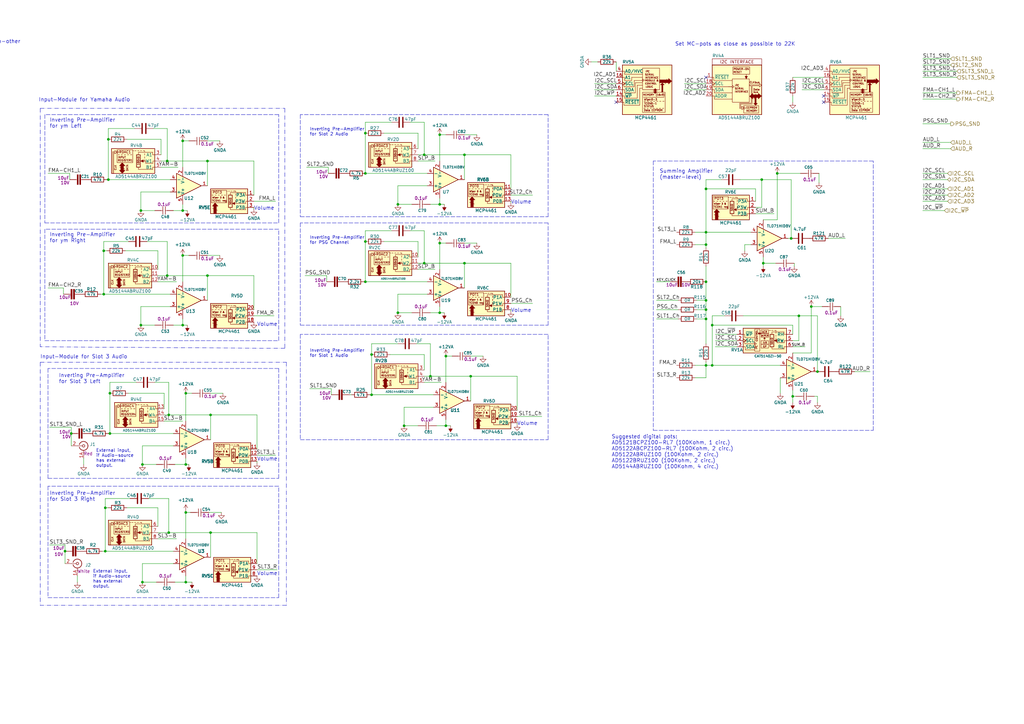
<source format=kicad_sch>
(kicad_sch (version 20211123) (generator eeschema)
  (paper "A3")
  (title_block (title "ULTRA-MSX") (date "2022-06-05") (rev "A-A") (company "Ultra-MSX"))
  (lib_symbols
    (symbol "AD5144ABRUZ100_2" (pin_names (offset 1.016))
      (property "Reference" "RV" (at -10.16 12.7 0))
      (property "Value" "AD5144ABRUZ100_2" (at -2.54 -15.24 0))
      (symbol "AD5144ABRUZ100_2_1_0"
        (text "bus" (at 7.747 -3.429 0) (effects (font (size 0.75 0.75))))
        (text "CLKbus" (at 7.239 0.508 0) (effects (font (size 0.75 0.75))))
        (text "Data" (at 8.001 -2.413 0) (effects (font (size 0.75 0.75))))
        (text "EEPROM" (at 6.096 -9.906 0) (effects (font (size 0.75 0.75))))
        (text "I2C INTERFACE" (at 0 8.89 0) (effects (font (size 1.27 1.27))))
        (text "I^{2}C" (at -0.889 -0.762 0) (effects (font (size 0.75 0.75)) (justify left)))
        (text "INTERFACE" (at 1.905 -3.302 0) (effects (font (size 0.7 0.7))))
        (text "MEMORY" (at 6.096 -11.176 0) (effects (font (size 0.75 0.75))))
        (text "POWER-ON" (at 1.778 5.969 0) (effects (font (size 0.75 0.75))))
        (text "RESET" (at 0.254 4.699 0) (effects (font (size 0.75 0.75))))
        (text "SERIAL" (at 1.016 -2.032 0) (effects (font (size 0.75 0.75))))
        (pin input clock (at -12.7 0 0) (length 2.54) (name "SCL") (number "18"))
        (pin bidirectional line (at -12.7 -2.54 0) (length 2.54) (name "SDA") (number "19"))
        (pin input line (at -12.7 -5.08 0) (length 2.54) (name "ADDR") (number "20"))
      )
      (symbol "AD5144ABRUZ100_2_1_1"
        (pin input line (at -12.7 2.54 0) (length 2.54) (name "~{RESET}") (number "1"))
      )
      (symbol "AD5144ABRUZ100_2_2_0"
        (text "100kΩ" (at 0.889 -1.778 900) (effects (font (size 0.75 0.75)) (justify left)))
        (text "CLK" (at -8.509 -2.667 900) (effects (font (size 0.75 0.75))))
        (text "DATA" (at -3.683 -4.191 900) (effects (font (size 0.75 0.75)) (justify left)))
        (text "INPUT" (at -7.62 1.524 0) (effects (font (size 0.75 0.75)) (justify left)))
        (text "RDAC1" (at -7.112 3.683 0) (effects (font (size 1 1)) (justify left)))
        (text "REGISTER1" (at -7.62 0.254 0) (effects (font (size 0.75 0.75)) (justify left)))
      )
      (symbol "AD5144ABRUZ100_2_2_1"
        (pin passive line (at 10.16 2.54 180) (length 2.54) (name "A1") (number "3"))
        (pin passive line (at 10.16 0 180) (length 2.54) (name "W1") (number "4"))
        (pin passive line (at 10.16 -2.54 180) (length 2.54) (name "B1") (number "5"))
      )
      (symbol "AD5144ABRUZ100_2_3_0"
        (text "100kΩ" (at 0.889 -1.778 900) (effects (font (size 0.75 0.75)) (justify left)))
        (text "CLK" (at -8.509 -2.667 900) (effects (font (size 0.75 0.75))))
        (text "DATA" (at -3.683 -4.191 900) (effects (font (size 0.75 0.75)) (justify left)))
        (text "INPUT" (at -7.62 1.524 0) (effects (font (size 0.75 0.75)) (justify left)))
        (text "RDAC2" (at -7.112 3.683 0) (effects (font (size 1 1)) (justify left)))
        (text "REGISTER2" (at -7.62 0.254 0) (effects (font (size 0.75 0.75)) (justify left)))
        (pin passive line (at 10.16 2.54 180) (length 2.54) (name "A2") (number "10"))
        (pin passive line (at 10.16 0 180) (length 2.54) (name "W2") (number "11"))
        (pin passive line (at 10.16 -2.54 180) (length 2.54) (name "B2") (number "12"))
      )
      (symbol "AD5144ABRUZ100_2_4_0"
        (text "100kΩ" (at 0.889 -1.778 900) (effects (font (size 0.75 0.75)) (justify left)))
        (text "CLK" (at -8.509 -2.667 900) (effects (font (size 0.75 0.75))))
        (text "DATA" (at -3.683 -4.191 900) (effects (font (size 0.75 0.75)) (justify left)))
        (text "INPUT" (at -7.62 1.524 0) (effects (font (size 0.75 0.75)) (justify left)))
        (text "RDAC3" (at -7.112 3.683 0) (effects (font (size 1 1)) (justify left)))
        (text "REGISTER3" (at -7.62 0.254 0) (effects (font (size 0.75 0.75)) (justify left)))
        (pin passive line (at 10.16 0 180) (length 2.54) (name "W3") (number "7"))
        (pin passive line (at 10.16 -2.54 180) (length 2.54) (name "B3") (number "8"))
      )
      (symbol "AD5144ABRUZ100_2_4_1"
        (pin passive line (at 10.16 2.54 180) (length 2.54) (name "A3") (number "6"))
      )
      (symbol "AD5144ABRUZ100_2_5_0"
        (text "100kΩ" (at 0.889 -1.778 900) (effects (font (size 0.75 0.75)) (justify left)))
        (text "CLK" (at -8.509 -2.667 900) (effects (font (size 0.75 0.75))))
        (text "DATA" (at -3.683 -4.191 900) (effects (font (size 0.75 0.75)) (justify left)))
        (text "INPUT" (at -7.62 1.524 0) (effects (font (size 0.75 0.75)) (justify left)))
        (text "RDAC4" (at -7.112 3.683 0) (effects (font (size 1 1)) (justify left)))
        (text "REGISTER4" (at -7.62 0.254 0) (effects (font (size 0.75 0.75)) (justify left)))
        (pin passive line (at 10.16 2.54 180) (length 2.54) (name "A4") (number "13"))
        (pin passive line (at 10.16 0 180) (length 2.54) (name "W4") (number "14"))
        (pin passive line (at 10.16 -2.54 180) (length 2.54) (name "B4") (number "15"))
      )
      (symbol "AD5144ABRUZ100_2_6_0"
        (text "GND" (at -1.905 -3.429 0) (effects (font (size 1.1 1.1))))
        (text "I2C" (at -3.556 -0.127 0) (effects (font (size 0.75 0.75)) (justify left)))
        (text "V_{LOGIC}" (at -1.143 3.302 0) (effects (font (size 1.1 1.1))))
        (pin power_in line (at 2.54 7.62 270) (length 2.54) (name "V_{DD}") (number "16"))
        (pin power_in line (at -2.54 7.62 270) (length 2.54) (name "V_{LOGIC}") (number "17"))
        (pin power_in line (at 2.54 -7.62 90) (length 2.54) (name "V_{SS}") (number "9"))
      )
      (symbol "AD5144ABRUZ100_2_6_1"
        (pin power_in line (at -2.54 -7.62 90) (length 2.54) (name "GND") (number "2"))
      )
    )
    (symbol "AD5144ABRUZ100_4" (pin_names (offset 1.016))
      (property "Reference" "RV" (at -10.16 12.7 0))
      (property "Value" "AD5144ABRUZ100_4" (at -2.54 -15.24 0))
      (symbol "AD5144ABRUZ100_4_1_0"
        (text "bus" (at 7.747 -3.429 0) (effects (font (size 0.75 0.75))))
        (text "CLKbus" (at 7.239 0.508 0) (effects (font (size 0.75 0.75))))
        (text "Data" (at 8.001 -2.413 0) (effects (font (size 0.75 0.75))))
        (text "EEPROM" (at 6.096 -9.906 0) (effects (font (size 0.75 0.75))))
        (text "I2C INTERFACE" (at 0 8.89 0) (effects (font (size 1.27 1.27))))
        (text "I^{2}C" (at -0.889 -0.762 0) (effects (font (size 0.75 0.75)) (justify left)))
        (text "INTERFACE" (at 1.905 -3.302 0) (effects (font (size 0.7 0.7))))
        (text "MEMORY" (at 6.096 -11.176 0) (effects (font (size 0.75 0.75))))
        (text "POWER-ON" (at 1.778 5.969 0) (effects (font (size 0.75 0.75))))
        (text "RESET" (at 0.254 4.699 0) (effects (font (size 0.75 0.75))))
        (text "SERIAL" (at 1.016 -2.032 0) (effects (font (size 0.75 0.75))))
        (pin input clock (at -12.7 0 0) (length 2.54) (name "SCL") (number "18"))
        (pin bidirectional line (at -12.7 -2.54 0) (length 2.54) (name "SDA") (number "19"))
        (pin input line (at -12.7 -5.08 0) (length 2.54) (name "ADDR") (number "20"))
      )
      (symbol "AD5144ABRUZ100_4_1_1"
        (pin input line (at -12.7 2.54 0) (length 2.54) (name "~{RESET}") (number "1"))
      )
      (symbol "AD5144ABRUZ100_4_2_0"
        (text "100kΩ" (at 0.889 -1.778 900) (effects (font (size 0.75 0.75)) (justify left)))
        (text "CLK" (at -8.509 -2.667 900) (effects (font (size 0.75 0.75))))
        (text "DATA" (at -3.683 -4.191 900) (effects (font (size 0.75 0.75)) (justify left)))
        (text "INPUT" (at -7.62 1.524 0) (effects (font (size 0.75 0.75)) (justify left)))
        (text "RDAC1" (at -7.112 3.683 0) (effects (font (size 1 1)) (justify left)))
        (text "REGISTER1" (at -7.62 0.254 0) (effects (font (size 0.75 0.75)) (justify left)))
      )
      (symbol "AD5144ABRUZ100_4_2_1"
        (pin passive line (at 10.16 2.54 180) (length 2.54) (name "A1") (number "3"))
        (pin passive line (at 10.16 0 180) (length 2.54) (name "W1") (number "4"))
        (pin passive line (at 10.16 -2.54 180) (length 2.54) (name "B1") (number "5"))
      )
      (symbol "AD5144ABRUZ100_4_3_0"
        (text "100kΩ" (at 0.889 -1.778 900) (effects (font (size 0.75 0.75)) (justify left)))
        (text "CLK" (at -8.509 -2.667 900) (effects (font (size 0.75 0.75))))
        (text "DATA" (at -3.683 -4.191 900) (effects (font (size 0.75 0.75)) (justify left)))
        (text "INPUT" (at -7.62 1.524 0) (effects (font (size 0.75 0.75)) (justify left)))
        (text "RDAC2" (at -7.112 3.683 0) (effects (font (size 1 1)) (justify left)))
        (text "REGISTER2" (at -7.62 0.254 0) (effects (font (size 0.75 0.75)) (justify left)))
        (pin passive line (at 10.16 2.54 180) (length 2.54) (name "A2") (number "10"))
        (pin passive line (at 10.16 0 180) (length 2.54) (name "W2") (number "11"))
        (pin passive line (at 10.16 -2.54 180) (length 2.54) (name "B2") (number "12"))
      )
      (symbol "AD5144ABRUZ100_4_4_0"
        (text "100kΩ" (at 0.889 -1.778 900) (effects (font (size 0.75 0.75)) (justify left)))
        (text "CLK" (at -8.509 -2.667 900) (effects (font (size 0.75 0.75))))
        (text "DATA" (at -3.683 -4.191 900) (effects (font (size 0.75 0.75)) (justify left)))
        (text "INPUT" (at -7.62 1.524 0) (effects (font (size 0.75 0.75)) (justify left)))
        (text "RDAC3" (at -7.112 3.683 0) (effects (font (size 1 1)) (justify left)))
        (text "REGISTER3" (at -7.62 0.254 0) (effects (font (size 0.75 0.75)) (justify left)))
        (pin passive line (at 10.16 0 180) (length 2.54) (name "W3") (number "7"))
        (pin passive line (at 10.16 -2.54 180) (length 2.54) (name "B3") (number "8"))
      )
      (symbol "AD5144ABRUZ100_4_4_1"
        (pin passive line (at 10.16 2.54 180) (length 2.54) (name "A3") (number "6"))
      )
      (symbol "AD5144ABRUZ100_4_5_0"
        (text "100kΩ" (at 0.889 -1.778 900) (effects (font (size 0.75 0.75)) (justify left)))
        (text "CLK" (at -8.509 -2.667 900) (effects (font (size 0.75 0.75))))
        (text "DATA" (at -3.683 -4.191 900) (effects (font (size 0.75 0.75)) (justify left)))
        (text "INPUT" (at -7.62 1.524 0) (effects (font (size 0.75 0.75)) (justify left)))
        (text "RDAC4" (at -7.112 3.683 0) (effects (font (size 1 1)) (justify left)))
        (text "REGISTER4" (at -7.62 0.254 0) (effects (font (size 0.75 0.75)) (justify left)))
        (pin passive line (at 10.16 2.54 180) (length 2.54) (name "A4") (number "13"))
        (pin passive line (at 10.16 0 180) (length 2.54) (name "W4") (number "14"))
        (pin passive line (at 10.16 -2.54 180) (length 2.54) (name "B4") (number "15"))
      )
      (symbol "AD5144ABRUZ100_4_6_0"
        (text "GND" (at -1.905 -3.429 0) (effects (font (size 1.1 1.1))))
        (text "I2C" (at -3.556 -0.127 0) (effects (font (size 0.75 0.75)) (justify left)))
        (text "V_{LOGIC}" (at -1.143 3.302 0) (effects (font (size 1.1 1.1))))
        (pin power_in line (at 2.54 7.62 270) (length 2.54) (name "V_{DD}") (number "16"))
        (pin power_in line (at -2.54 7.62 270) (length 2.54) (name "V_{LOGIC}") (number "17"))
        (pin power_in line (at 2.54 -7.62 90) (length 2.54) (name "V_{SS}") (number "9"))
      )
      (symbol "AD5144ABRUZ100_4_6_1"
        (pin power_in line (at -2.54 -7.62 90) (length 2.54) (name "GND") (number "2"))
      )
    )
    (symbol "AD5144ABRUZ100_5" (pin_names (offset 1.016))
      (property "Reference" "RV" (at -10.16 12.7 0))
      (property "Value" "AD5144ABRUZ100_5" (at -2.54 -15.24 0))
      (symbol "AD5144ABRUZ100_5_1_0"
        (text "bus" (at 7.747 -3.429 0) (effects (font (size 0.75 0.75))))
        (text "CLKbus" (at 7.239 0.508 0) (effects (font (size 0.75 0.75))))
        (text "Data" (at 8.001 -2.413 0) (effects (font (size 0.75 0.75))))
        (text "EEPROM" (at 6.096 -9.906 0) (effects (font (size 0.75 0.75))))
        (text "I2C INTERFACE" (at 0 8.89 0) (effects (font (size 1.27 1.27))))
        (text "I^{2}C" (at -0.889 -0.762 0) (effects (font (size 0.75 0.75)) (justify left)))
        (text "INTERFACE" (at 1.905 -3.302 0) (effects (font (size 0.7 0.7))))
        (text "MEMORY" (at 6.096 -11.176 0) (effects (font (size 0.75 0.75))))
        (text "POWER-ON" (at 1.778 5.969 0) (effects (font (size 0.75 0.75))))
        (text "RESET" (at 0.254 4.699 0) (effects (font (size 0.75 0.75))))
        (text "SERIAL" (at 1.016 -2.032 0) (effects (font (size 0.75 0.75))))
        (pin input clock (at -12.7 0 0) (length 2.54) (name "SCL") (number "18"))
        (pin bidirectional line (at -12.7 -2.54 0) (length 2.54) (name "SDA") (number "19"))
        (pin input line (at -12.7 -5.08 0) (length 2.54) (name "ADDR") (number "20"))
      )
      (symbol "AD5144ABRUZ100_5_1_1"
        (pin input line (at -12.7 2.54 0) (length 2.54) (name "~{RESET}") (number "1"))
      )
      (symbol "AD5144ABRUZ100_5_2_0"
        (text "100kΩ" (at 0.889 -1.778 900) (effects (font (size 0.75 0.75)) (justify left)))
        (text "CLK" (at -8.509 -2.667 900) (effects (font (size 0.75 0.75))))
        (text "DATA" (at -3.683 -4.191 900) (effects (font (size 0.75 0.75)) (justify left)))
        (text "INPUT" (at -7.62 1.524 0) (effects (font (size 0.75 0.75)) (justify left)))
        (text "RDAC1" (at -7.112 3.683 0) (effects (font (size 1 1)) (justify left)))
        (text "REGISTER1" (at -7.62 0.254 0) (effects (font (size 0.75 0.75)) (justify left)))
      )
      (symbol "AD5144ABRUZ100_5_2_1"
        (pin passive line (at 10.16 2.54 180) (length 2.54) (name "A1") (number "3"))
        (pin passive line (at 10.16 0 180) (length 2.54) (name "W1") (number "4"))
        (pin passive line (at 10.16 -2.54 180) (length 2.54) (name "B1") (number "5"))
      )
      (symbol "AD5144ABRUZ100_5_3_0"
        (text "100kΩ" (at 0.889 -1.778 900) (effects (font (size 0.75 0.75)) (justify left)))
        (text "CLK" (at -8.509 -2.667 900) (effects (font (size 0.75 0.75))))
        (text "DATA" (at -3.683 -4.191 900) (effects (font (size 0.75 0.75)) (justify left)))
        (text "INPUT" (at -7.62 1.524 0) (effects (font (size 0.75 0.75)) (justify left)))
        (text "RDAC2" (at -7.112 3.683 0) (effects (font (size 1 1)) (justify left)))
        (text "REGISTER2" (at -7.62 0.254 0) (effects (font (size 0.75 0.75)) (justify left)))
        (pin passive line (at 10.16 2.54 180) (length 2.54) (name "A2") (number "10"))
        (pin passive line (at 10.16 0 180) (length 2.54) (name "W2") (number "11"))
        (pin passive line (at 10.16 -2.54 180) (length 2.54) (name "B2") (number "12"))
      )
      (symbol "AD5144ABRUZ100_5_4_0"
        (text "100kΩ" (at 0.889 -1.778 900) (effects (font (size 0.75 0.75)) (justify left)))
        (text "CLK" (at -8.509 -2.667 900) (effects (font (size 0.75 0.75))))
        (text "DATA" (at -3.683 -4.191 900) (effects (font (size 0.75 0.75)) (justify left)))
        (text "INPUT" (at -7.62 1.524 0) (effects (font (size 0.75 0.75)) (justify left)))
        (text "RDAC3" (at -7.112 3.683 0) (effects (font (size 1 1)) (justify left)))
        (text "REGISTER3" (at -7.62 0.254 0) (effects (font (size 0.75 0.75)) (justify left)))
        (pin passive line (at 10.16 0 180) (length 2.54) (name "W3") (number "7"))
        (pin passive line (at 10.16 -2.54 180) (length 2.54) (name "B3") (number "8"))
      )
      (symbol "AD5144ABRUZ100_5_4_1"
        (pin passive line (at 10.16 2.54 180) (length 2.54) (name "A3") (number "6"))
      )
      (symbol "AD5144ABRUZ100_5_5_0"
        (text "100kΩ" (at 0.889 -1.778 900) (effects (font (size 0.75 0.75)) (justify left)))
        (text "CLK" (at -8.509 -2.667 900) (effects (font (size 0.75 0.75))))
        (text "DATA" (at -3.683 -4.191 900) (effects (font (size 0.75 0.75)) (justify left)))
        (text "INPUT" (at -7.62 1.524 0) (effects (font (size 0.75 0.75)) (justify left)))
        (text "RDAC4" (at -7.112 3.683 0) (effects (font (size 1 1)) (justify left)))
        (text "REGISTER4" (at -7.62 0.254 0) (effects (font (size 0.75 0.75)) (justify left)))
        (pin passive line (at 10.16 2.54 180) (length 2.54) (name "A4") (number "13"))
        (pin passive line (at 10.16 0 180) (length 2.54) (name "W4") (number "14"))
        (pin passive line (at 10.16 -2.54 180) (length 2.54) (name "B4") (number "15"))
      )
      (symbol "AD5144ABRUZ100_5_6_0"
        (text "GND" (at -1.905 -3.429 0) (effects (font (size 1.1 1.1))))
        (text "I2C" (at -3.556 -0.127 0) (effects (font (size 0.75 0.75)) (justify left)))
        (text "V_{LOGIC}" (at -1.143 3.302 0) (effects (font (size 1.1 1.1))))
        (pin power_in line (at 2.54 7.62 270) (length 2.54) (name "V_{DD}") (number "16"))
        (pin power_in line (at -2.54 7.62 270) (length 2.54) (name "V_{LOGIC}") (number "17"))
        (pin power_in line (at 2.54 -7.62 90) (length 2.54) (name "V_{SS}") (number "9"))
      )
      (symbol "AD5144ABRUZ100_5_6_1"
        (pin power_in line (at -2.54 -7.62 90) (length 2.54) (name "GND") (number "2"))
      )
    )
    (symbol "Device:C" (pin_numbers hide) (pin_names (offset 0.254))
      (property "Reference" "C" (at 0.635 2.54 0))
      (property "Value" "C" (at 0.635 -2.54 0))
      (symbol "C_1_1"
        (pin passive line (at 0 3.81 270) (length 2.794) (name "~") (number "1"))
        (pin passive line (at 0 -3.81 90) (length 2.794) (name "~") (number "2"))
      )
    )
    (symbol "Device:R" (pin_numbers hide) (pin_names (offset 0))
      (property "Reference" "R" (at 2.032 0 90))
      (property "Value" "R" (at 0 0 90))
      (symbol "R_1_1"
        (pin passive line (at 0 3.81 270) (length 1.27) (name "~") (number "1"))
        (pin passive line (at 0 -3.81 90) (length 1.27) (name "~") (number "2"))
      )
    )
    (symbol "LRJ-parts:AD5144ABRUZ100" (pin_names (offset 1.016))
      (property "Reference" "RV" (at -10.16 12.7 0))
      (property "Value" "AD5144ABRUZ100" (at -2.54 -15.24 0))
      (symbol "AD5144ABRUZ100_1_0"
        (text "bus" (at 7.747 -3.429 0) (effects (font (size 0.75 0.75))))
        (text "CLKbus" (at 7.239 0.508 0) (effects (font (size 0.75 0.75))))
        (text "Data" (at 8.001 -2.413 0) (effects (font (size 0.75 0.75))))
        (text "EEPROM" (at 6.096 -9.906 0) (effects (font (size 0.75 0.75))))
        (text "I2C INTERFACE" (at 0 8.89 0) (effects (font (size 1.27 1.27))))
        (text "I^{2}C" (at -0.889 -0.762 0) (effects (font (size 0.75 0.75)) (justify left)))
        (text "INTERFACE" (at 1.905 -3.302 0) (effects (font (size 0.7 0.7))))
        (text "MEMORY" (at 6.096 -11.176 0) (effects (font (size 0.75 0.75))))
        (text "POWER-ON" (at 1.778 5.969 0) (effects (font (size 0.75 0.75))))
        (text "RESET" (at 0.254 4.699 0) (effects (font (size 0.75 0.75))))
        (text "SERIAL" (at 1.016 -2.032 0) (effects (font (size 0.75 0.75))))
        (pin input clock (at -12.7 0 0) (length 2.54) (name "SCL") (number "18"))
        (pin bidirectional line (at -12.7 -2.54 0) (length 2.54) (name "SDA") (number "19"))
        (pin input line (at -12.7 -5.08 0) (length 2.54) (name "ADDR") (number "20"))
      )
      (symbol "AD5144ABRUZ100_1_1"
        (pin input line (at -12.7 2.54 0) (length 2.54) (name "~{RESET}") (number "1"))
      )
      (symbol "AD5144ABRUZ100_2_0"
        (text "100kΩ" (at 0.889 -1.778 900) (effects (font (size 0.75 0.75)) (justify left)))
        (text "CLK" (at -8.509 -2.667 900) (effects (font (size 0.75 0.75))))
        (text "DATA" (at -3.683 -4.191 900) (effects (font (size 0.75 0.75)) (justify left)))
        (text "INPUT" (at -7.62 1.524 0) (effects (font (size 0.75 0.75)) (justify left)))
        (text "RDAC1" (at -7.112 3.683 0) (effects (font (size 1 1)) (justify left)))
        (text "REGISTER1" (at -7.62 0.254 0) (effects (font (size 0.75 0.75)) (justify left)))
      )
      (symbol "AD5144ABRUZ100_2_1"
        (pin passive line (at 10.16 2.54 180) (length 2.54) (name "A1") (number "3"))
        (pin passive line (at 10.16 0 180) (length 2.54) (name "W1") (number "4"))
        (pin passive line (at 10.16 -2.54 180) (length 2.54) (name "B1") (number "5"))
      )
      (symbol "AD5144ABRUZ100_3_0"
        (text "100kΩ" (at 0.889 -1.778 900) (effects (font (size 0.75 0.75)) (justify left)))
        (text "CLK" (at -8.509 -2.667 900) (effects (font (size 0.75 0.75))))
        (text "DATA" (at -3.683 -4.191 900) (effects (font (size 0.75 0.75)) (justify left)))
        (text "INPUT" (at -7.62 1.524 0) (effects (font (size 0.75 0.75)) (justify left)))
        (text "RDAC2" (at -7.112 3.683 0) (effects (font (size 1 1)) (justify left)))
        (text "REGISTER2" (at -7.62 0.254 0) (effects (font (size 0.75 0.75)) (justify left)))
        (pin passive line (at 10.16 2.54 180) (length 2.54) (name "A2") (number "10"))
        (pin passive line (at 10.16 0 180) (length 2.54) (name "W2") (number "11"))
        (pin passive line (at 10.16 -2.54 180) (length 2.54) (name "B2") (number "12"))
      )
      (symbol "AD5144ABRUZ100_4_0"
        (text "100kΩ" (at 0.889 -1.778 900) (effects (font (size 0.75 0.75)) (justify left)))
        (text "CLK" (at -8.509 -2.667 900) (effects (font (size 0.75 0.75))))
        (text "DATA" (at -3.683 -4.191 900) (effects (font (size 0.75 0.75)) (justify left)))
        (text "INPUT" (at -7.62 1.524 0) (effects (font (size 0.75 0.75)) (justify left)))
        (text "RDAC3" (at -7.112 3.683 0) (effects (font (size 1 1)) (justify left)))
        (text "REGISTER3" (at -7.62 0.254 0) (effects (font (size 0.75 0.75)) (justify left)))
        (pin passive line (at 10.16 0 180) (length 2.54) (name "W3") (number "7"))
        (pin passive line (at 10.16 -2.54 180) (length 2.54) (name "B3") (number "8"))
      )
      (symbol "AD5144ABRUZ100_4_1"
        (pin passive line (at 10.16 2.54 180) (length 2.54) (name "A3") (number "6"))
      )
      (symbol "AD5144ABRUZ100_5_0"
        (text "100kΩ" (at 0.889 -1.778 900) (effects (font (size 0.75 0.75)) (justify left)))
        (text "CLK" (at -8.509 -2.667 900) (effects (font (size 0.75 0.75))))
        (text "DATA" (at -3.683 -4.191 900) (effects (font (size 0.75 0.75)) (justify left)))
        (text "INPUT" (at -7.62 1.524 0) (effects (font (size 0.75 0.75)) (justify left)))
        (text "RDAC4" (at -7.112 3.683 0) (effects (font (size 1 1)) (justify left)))
        (text "REGISTER4" (at -7.62 0.254 0) (effects (font (size 0.75 0.75)) (justify left)))
        (pin passive line (at 10.16 2.54 180) (length 2.54) (name "A4") (number "13"))
        (pin passive line (at 10.16 0 180) (length 2.54) (name "W4") (number "14"))
        (pin passive line (at 10.16 -2.54 180) (length 2.54) (name "B4") (number "15"))
      )
      (symbol "AD5144ABRUZ100_6_0"
        (text "GND" (at -1.905 -3.429 0) (effects (font (size 1.1 1.1))))
        (text "I2C" (at -3.556 -0.127 0) (effects (font (size 0.75 0.75)) (justify left)))
        (text "V_{LOGIC}" (at -1.143 3.302 0) (effects (font (size 1.1 1.1))))
        (pin power_in line (at 2.54 7.62 270) (length 2.54) (name "V_{DD}") (number "16"))
        (pin power_in line (at -2.54 7.62 270) (length 2.54) (name "V_{LOGIC}") (number "17"))
        (pin power_in line (at 2.54 -7.62 90) (length 2.54) (name "V_{SS}") (number "9"))
      )
      (symbol "AD5144ABRUZ100_6_1"
        (pin power_in line (at -2.54 -7.62 90) (length 2.54) (name "GND") (number "2"))
      )
    )
    (symbol "LRJ-parts:CAT5140ZI-50" (pin_names (offset 1.016))
      (property "Reference" "RV" (at -15.24 10.16 0))
      (property "Value" "CAT5140ZI-50" (at -2.54 -10.16 0))
      (symbol "CAT5140ZI-50_1_0"
        (text "50kΩ" (at 1.651 -1.778 900) (effects (font (size 0.75 0.75)) (justify left)))
        (text "ACR" (at -1.397 3.556 0) (effects (font (size 0.75 0.75))))
        (text "CONTROL" (at -4.572 2.032 900) (effects (font (size 0.7 0.7))))
        (text "GP" (at -1.27 -2.413 0) (effects (font (size 0.75 0.75))))
        (text "I^{2}C" (at -4.699 -3.683 900) (effects (font (size 0.75 0.75)) (justify left)))
        (text "IVR" (at -1.27 -0.889 0) (effects (font (size 0.75 0.75))))
        (text "WIPER" (at -1.27 2.032 0) (effects (font (size 0.65 0.65))))
        (pin input clock (at -12.7 0 0) (length 2.54) (name "SCL") (number "2"))
        (pin bidirectional line (at -12.7 -2.54 0) (length 2.54) (name "SDA") (number "3"))
      )
      (symbol "CAT5140ZI-50_1_1"
        (pin input line (at -12.7 2.54 0) (length 2.54) (name "~{WP}") (number "1"))
        (pin passive line (at 10.16 0 180) (length 2.54) (name "RW") (number "5"))
        (pin passive line (at 10.16 -2.54 180) (length 2.54) (name "RL") (number "6"))
        (pin passive line (at 10.16 2.54 180) (length 2.54) (name "RH") (number "7"))
      )
      (symbol "CAT5140ZI-50_2_0"
        (pin power_in line (at 0 -7.62 90) (length 2.54) (name "GND") (number "4"))
        (pin power_in line (at 0 7.62 270) (length 2.54) (name "V_{CC}") (number "8"))
      )
    )
    (symbol "LRJ-parts:C_CC0805JPX7R9BB104" (pin_numbers hide) (pin_names (offset 1.016) hide)
      (property "Reference" "C" (at 1.524 2.921 0))
      (property "MPN" "CC0805JPX7R9BB104" (at -12.7 0 0))
      (symbol "C_CC0805JPX7R9BB104_1_1"
        (pin passive line (at 0 3.81 270) (length 2.54) (name "1") (number "1"))
        (pin passive line (at 0 -3.81 90) (length 2.54) (name "2") (number "2"))
      )
    )
    (symbol "LRJ-parts:C_GRM21BR71A106KA73K" (pin_numbers hide) (pin_names (offset 1.016) hide)
      (property "Reference" "C" (at 1.524 1.651 0))
      (property "MPN" "GRM21BR71A106KA73K" (at 15.24 3.81 0))
      (property "Capacitance" "10uF" (at -5.08 0 0))
      (property "Voltage rating" "10V" (at -5.08 -2.54 0))
      (symbol "C_GRM21BR71A106KA73K_1_1"
        (pin passive line (at 0 3.81 270) (length 2.54) (name "1") (number "1"))
        (pin passive line (at 0 -3.81 90) (length 2.54) (name "2") (number "2"))
      )
    )
    (symbol "LRJ-parts:Conn_RCJ-022" (pin_names (offset 1.016) hide)
      (property "Reference" "J" (at 0 5.715 0))
      (property "Value" "Conn_RCJ-022" (at 2.921 0 90))
      (property "Colour" "Red" (at 5.08 2.54 0))
      (symbol "Conn_RCJ-022_1_1"
        (pin passive line (at 0 -2.54 90) (length 2.54) (name "IN1") (number "1A"))
        (pin passive line (at 0 -2.54 90) (length 2.54) hide (name "IN1") (number "1B"))
        (pin passive line (at -5.08 2.54 0) (length 2.54) (name "IN2") (number "2"))
      )
    )
    (symbol "LRJ-parts:Conn_RCJ-023" (pin_names (offset 1.016) hide)
      (property "Reference" "J" (at 0 5.715 0))
      (property "Value" "Conn_RCJ-023" (at 2.921 0 90))
      (property "Colour" "White" (at 7.62 2.54 0))
      (symbol "Conn_RCJ-023_1_1"
        (pin passive line (at 0 -2.54 90) (length 2.54) (name "IN1") (number "1A"))
        (pin passive line (at 0 -2.54 90) (length 2.54) hide (name "IN1") (number "1B"))
        (pin passive line (at -5.08 2.54 0) (length 2.54) (name "IN2") (number "2"))
      )
    )
    (symbol "LRJ-parts:MCP4461" (pin_names (offset 1.016))
      (property "Reference" "RV" (at -10.16 12.7 0))
      (property "Value" "MCP4461" (at 0 -12.7 0))
      (symbol "MCP4461_1_0"
        (text "CONTROL" (at 1.524 2.54 0) (effects (font (size 0.7 0.7))))
        (text "Data EEPROM" (at -1.397 -8.382 0) (effects (font (size 0.75 0.75)) (justify left)))
        (text "I^{2}C" (at -0.762 7.493 0) (effects (font (size 0.75 0.75)) (justify left)))
        (text "INTERFACE" (at 1.905 4.953 0) (effects (font (size 0.7 0.7))))
        (text "LOGIC" (at 0.889 1.27 0) (effects (font (size 0.7 0.7))))
        (text "MEMORY (16x9)" (at 2.794 -2.032 0) (effects (font (size 0.75 0.75))))
        (text "MODULE &" (at 1.905 3.81 0) (effects (font (size 0.7 0.7))))
        (text "SERIAL" (at 1.016 6.223 0) (effects (font (size 0.75 0.75))))
        (text "STATUS" (at -1.397 -6.731 0) (effects (font (size 0.75 0.75)) (justify left)))
        (text "TCON0-1" (at -1.397 -5.588 0) (effects (font (size 0.75 0.75)) (justify left)))
        (text "Wiper0-3" (at -1.397 -3.937 0) (effects (font (size 0.75 0.75)) (justify left)))
        (pin input line (at -12.7 -2.54 0) (length 2.54) (name "~{WP}") (number "14"))
        (pin input line (at -12.7 5.08 0) (length 2.54) (name "A1") (number "16"))
        (pin input line (at -12.7 7.62 0) (length 2.54) (name "A0/HVC") (number "4"))
        (pin input clock (at -12.7 2.54 0) (length 2.54) (name "SCL") (number "5"))
        (pin bidirectional line (at -12.7 0 0) (length 2.54) (name "SDA") (number "6"))
      )
      (symbol "MCP4461_1_1"
        (pin input line (at -12.7 -5.08 0) (length 2.54) (name "~{RESET}") (number "15"))
      )
      (symbol "MCP4461_2_0"
        (text "50kΩ" (at 0.508 -1.524 900) (effects (font (size 0.75 0.75)) (justify left)))
        (text "POT0" (at -6.858 3.683 0) (effects (font (size 1 1)) (justify left)))
        (text "TCON0 reg" (at -7.112 0.254 0) (effects (font (size 0.75 0.75)) (justify left)))
        (text "Wiper 0 &" (at -6.985 1.524 0) (effects (font (size 0.65 0.65)) (justify left)))
      )
      (symbol "MCP4461_2_1"
        (pin passive line (at 10.16 2.54 180) (length 2.54) (name "P0A") (number "11"))
        (pin passive line (at 10.16 0 180) (length 2.54) (name "P0W") (number "12"))
        (pin passive line (at 10.16 -2.54 180) (length 2.54) (name "P0B") (number "13"))
      )
      (symbol "MCP4461_3_0"
        (text "50kΩ" (at 0.508 -1.524 900) (effects (font (size 0.75 0.75)) (justify left)))
        (text "POT1" (at -6.858 3.683 0) (effects (font (size 1 1)) (justify left)))
        (text "TCON0 reg" (at -7.112 0.254 0) (effects (font (size 0.75 0.75)) (justify left)))
        (text "Wiper 1 &" (at -6.985 1.524 0) (effects (font (size 0.65 0.65)) (justify left)))
        (pin passive line (at 10.16 2.54 180) (length 2.54) (name "P1A") (number "10"))
        (pin passive line (at 10.16 -2.54 180) (length 2.54) (name "P1B") (number "8"))
        (pin passive line (at 10.16 0 180) (length 2.54) (name "P1W") (number "9"))
      )
      (symbol "MCP4461_4_0"
        (text "50kΩ" (at 0.508 -1.524 900) (effects (font (size 0.75 0.75)) (justify left)))
        (text "POT2" (at -6.858 3.683 0) (effects (font (size 1 1)) (justify left)))
        (text "TCON1 reg" (at -7.112 0.254 0) (effects (font (size 0.75 0.75)) (justify left)))
        (text "Wiper 2 &" (at -6.985 1.524 0) (effects (font (size 0.65 0.65)) (justify left)))
        (pin passive line (at 10.16 -2.54 180) (length 2.54) (name "P2B") (number "18"))
        (pin passive line (at 10.16 0 180) (length 2.54) (name "P2W") (number "19"))
      )
      (symbol "MCP4461_4_1"
        (pin passive line (at 10.16 2.54 180) (length 2.54) (name "P2A") (number "20"))
      )
      (symbol "MCP4461_5_0"
        (text "50kΩ" (at 0.508 -1.524 900) (effects (font (size 0.75 0.75)) (justify left)))
        (text "POT3" (at -6.858 3.683 0) (effects (font (size 1 1)) (justify left)))
        (text "TCON1 reg" (at -7.112 0.254 0) (effects (font (size 0.75 0.75)) (justify left)))
        (text "Wiper 3 &" (at -6.985 1.524 0) (effects (font (size 0.65 0.65)) (justify left)))
        (pin passive line (at 10.16 2.54 180) (length 2.54) (name "P3A") (number "1"))
        (pin passive line (at 10.16 0 180) (length 2.54) (name "P3W") (number "2"))
        (pin passive line (at 10.16 -2.54 180) (length 2.54) (name "P3B") (number "3"))
      )
      (symbol "MCP4461_6_0"
        (text "Brown-out" (at 0.635 -0.127 0) (effects (font (size 0.75 0.75))))
        (text "Control" (at -0.381 -1.143 0) (effects (font (size 0.75 0.75))))
        (text "Power-up/" (at 0.762 1.016 0) (effects (font (size 0.75 0.75))))
        (text "V_{DD}" (at -0.127 3.175 0) (effects (font (size 1.1 1.1))))
        (text "V_{SS}" (at -0.127 -3.175 0) (effects (font (size 1.1 1.1))))
        (pin power_in line (at 0 7.62 270) (length 2.54) (name "V_{DD}") (number "17"))
        (pin power_in line (at 0 -7.62 90) (length 2.54) (name "V_{SS}") (number "7"))
      )
    )
    (symbol "LRJ-parts:TL071HIDBV" (pin_names (offset 0.127))
      (property "Reference" "U" (at 0 6.35 0))
      (property "Value" "TL071HIDBV" (at 2.54 5.08 0))
      (symbol "TL071HIDBV_1_1"
        (pin output line (at 7.62 0 180) (length 2.54) (name "OUT") (number "1"))
        (pin power_in line (at -2.54 -7.62 90) (length 3.81) (name "V-") (number "2"))
        (pin input line (at -7.62 2.54 0) (length 2.54) (name "+") (number "3"))
        (pin input line (at -7.62 -2.54 0) (length 2.54) (name "-") (number "4"))
        (pin power_in line (at -2.54 7.62 270) (length 3.81) (name "V+") (number "5"))
      )
    )
    (symbol "MCP4461_1" (pin_names (offset 1.016))
      (property "Reference" "RV" (at -10.16 12.7 0))
      (property "Value" "MCP4461_1" (at 0 -12.7 0))
      (symbol "MCP4461_1_1_0"
        (text "CONTROL" (at 1.524 2.54 0) (effects (font (size 0.7 0.7))))
        (text "Data EEPROM" (at -1.397 -8.382 0) (effects (font (size 0.75 0.75)) (justify left)))
        (text "I^{2}C" (at -0.762 7.493 0) (effects (font (size 0.75 0.75)) (justify left)))
        (text "INTERFACE" (at 1.905 4.953 0) (effects (font (size 0.7 0.7))))
        (text "LOGIC" (at 0.889 1.27 0) (effects (font (size 0.7 0.7))))
        (text "MEMORY (16x9)" (at 2.794 -2.032 0) (effects (font (size 0.75 0.75))))
        (text "MODULE &" (at 1.905 3.81 0) (effects (font (size 0.7 0.7))))
        (text "SERIAL" (at 1.016 6.223 0) (effects (font (size 0.75 0.75))))
        (text "STATUS" (at -1.397 -6.731 0) (effects (font (size 0.75 0.75)) (justify left)))
        (text "TCON0-1" (at -1.397 -5.588 0) (effects (font (size 0.75 0.75)) (justify left)))
        (text "Wiper0-3" (at -1.397 -3.937 0) (effects (font (size 0.75 0.75)) (justify left)))
        (pin input line (at -12.7 -2.54 0) (length 2.54) (name "~{WP}") (number "14"))
        (pin input line (at -12.7 5.08 0) (length 2.54) (name "A1") (number "16"))
        (pin input line (at -12.7 7.62 0) (length 2.54) (name "A0/HVC") (number "4"))
        (pin input clock (at -12.7 2.54 0) (length 2.54) (name "SCL") (number "5"))
        (pin bidirectional line (at -12.7 0 0) (length 2.54) (name "SDA") (number "6"))
      )
      (symbol "MCP4461_1_1_1"
        (pin input line (at -12.7 -5.08 0) (length 2.54) (name "~{RESET}") (number "15"))
      )
      (symbol "MCP4461_1_2_0"
        (text "50kΩ" (at 0.508 -1.524 900) (effects (font (size 0.75 0.75)) (justify left)))
        (text "POT0" (at -6.858 3.683 0) (effects (font (size 1 1)) (justify left)))
        (text "TCON0 reg" (at -7.112 0.254 0) (effects (font (size 0.75 0.75)) (justify left)))
        (text "Wiper 0 &" (at -6.985 1.524 0) (effects (font (size 0.65 0.65)) (justify left)))
      )
      (symbol "MCP4461_1_2_1"
        (pin passive line (at 10.16 2.54 180) (length 2.54) (name "P0A") (number "11"))
        (pin passive line (at 10.16 0 180) (length 2.54) (name "P0W") (number "12"))
        (pin passive line (at 10.16 -2.54 180) (length 2.54) (name "P0B") (number "13"))
      )
      (symbol "MCP4461_1_3_0"
        (text "50kΩ" (at 0.508 -1.524 900) (effects (font (size 0.75 0.75)) (justify left)))
        (text "POT1" (at -6.858 3.683 0) (effects (font (size 1 1)) (justify left)))
        (text "TCON0 reg" (at -7.112 0.254 0) (effects (font (size 0.75 0.75)) (justify left)))
        (text "Wiper 1 &" (at -6.985 1.524 0) (effects (font (size 0.65 0.65)) (justify left)))
        (pin passive line (at 10.16 2.54 180) (length 2.54) (name "P1A") (number "10"))
        (pin passive line (at 10.16 -2.54 180) (length 2.54) (name "P1B") (number "8"))
        (pin passive line (at 10.16 0 180) (length 2.54) (name "P1W") (number "9"))
      )
      (symbol "MCP4461_1_4_0"
        (text "50kΩ" (at 0.508 -1.524 900) (effects (font (size 0.75 0.75)) (justify left)))
        (text "POT2" (at -6.858 3.683 0) (effects (font (size 1 1)) (justify left)))
        (text "TCON1 reg" (at -7.112 0.254 0) (effects (font (size 0.75 0.75)) (justify left)))
        (text "Wiper 2 &" (at -6.985 1.524 0) (effects (font (size 0.65 0.65)) (justify left)))
        (pin passive line (at 10.16 -2.54 180) (length 2.54) (name "P2B") (number "18"))
        (pin passive line (at 10.16 0 180) (length 2.54) (name "P2W") (number "19"))
      )
      (symbol "MCP4461_1_4_1"
        (pin passive line (at 10.16 2.54 180) (length 2.54) (name "P2A") (number "20"))
      )
      (symbol "MCP4461_1_5_0"
        (text "50kΩ" (at 0.508 -1.524 900) (effects (font (size 0.75 0.75)) (justify left)))
        (text "POT3" (at -6.858 3.683 0) (effects (font (size 1 1)) (justify left)))
        (text "TCON1 reg" (at -7.112 0.254 0) (effects (font (size 0.75 0.75)) (justify left)))
        (text "Wiper 3 &" (at -6.985 1.524 0) (effects (font (size 0.65 0.65)) (justify left)))
        (pin passive line (at 10.16 2.54 180) (length 2.54) (name "P3A") (number "1"))
        (pin passive line (at 10.16 0 180) (length 2.54) (name "P3W") (number "2"))
        (pin passive line (at 10.16 -2.54 180) (length 2.54) (name "P3B") (number "3"))
      )
      (symbol "MCP4461_1_6_0"
        (text "Brown-out" (at 0.635 -0.127 0) (effects (font (size 0.75 0.75))))
        (text "Control" (at -0.381 -1.143 0) (effects (font (size 0.75 0.75))))
        (text "Power-up/" (at 0.762 1.016 0) (effects (font (size 0.75 0.75))))
        (text "V_{DD}" (at -0.127 3.175 0) (effects (font (size 1.1 1.1))))
        (text "V_{SS}" (at -0.127 -3.175 0) (effects (font (size 1.1 1.1))))
        (pin power_in line (at 0 7.62 270) (length 2.54) (name "V_{DD}") (number "17"))
        (pin power_in line (at 0 -7.62 90) (length 2.54) (name "V_{SS}") (number "7"))
      )
    )
    (symbol "MCP4461_2" (pin_names (offset 1.016))
      (property "Reference" "RV" (at -10.16 12.7 0))
      (property "Value" "MCP4461_2" (at 0 -12.7 0))
      (symbol "MCP4461_2_1_0"
        (text "CONTROL" (at 1.524 2.54 0) (effects (font (size 0.7 0.7))))
        (text "Data EEPROM" (at -1.397 -8.382 0) (effects (font (size 0.75 0.75)) (justify left)))
        (text "I^{2}C" (at -0.762 7.493 0) (effects (font (size 0.75 0.75)) (justify left)))
        (text "INTERFACE" (at 1.905 4.953 0) (effects (font (size 0.7 0.7))))
        (text "LOGIC" (at 0.889 1.27 0) (effects (font (size 0.7 0.7))))
        (text "MEMORY (16x9)" (at 2.794 -2.032 0) (effects (font (size 0.75 0.75))))
        (text "MODULE &" (at 1.905 3.81 0) (effects (font (size 0.7 0.7))))
        (text "SERIAL" (at 1.016 6.223 0) (effects (font (size 0.75 0.75))))
        (text "STATUS" (at -1.397 -6.731 0) (effects (font (size 0.75 0.75)) (justify left)))
        (text "TCON0-1" (at -1.397 -5.588 0) (effects (font (size 0.75 0.75)) (justify left)))
        (text "Wiper0-3" (at -1.397 -3.937 0) (effects (font (size 0.75 0.75)) (justify left)))
        (pin input line (at -12.7 -2.54 0) (length 2.54) (name "~{WP}") (number "14"))
        (pin input line (at -12.7 5.08 0) (length 2.54) (name "A1") (number "16"))
        (pin input line (at -12.7 7.62 0) (length 2.54) (name "A0/HVC") (number "4"))
        (pin input clock (at -12.7 2.54 0) (length 2.54) (name "SCL") (number "5"))
        (pin bidirectional line (at -12.7 0 0) (length 2.54) (name "SDA") (number "6"))
      )
      (symbol "MCP4461_2_1_1"
        (pin input line (at -12.7 -5.08 0) (length 2.54) (name "~{RESET}") (number "15"))
      )
      (symbol "MCP4461_2_2_0"
        (text "50kΩ" (at 0.508 -1.524 900) (effects (font (size 0.75 0.75)) (justify left)))
        (text "POT0" (at -6.858 3.683 0) (effects (font (size 1 1)) (justify left)))
        (text "TCON0 reg" (at -7.112 0.254 0) (effects (font (size 0.75 0.75)) (justify left)))
        (text "Wiper 0 &" (at -6.985 1.524 0) (effects (font (size 0.65 0.65)) (justify left)))
      )
      (symbol "MCP4461_2_2_1"
        (pin passive line (at 10.16 2.54 180) (length 2.54) (name "P0A") (number "11"))
        (pin passive line (at 10.16 0 180) (length 2.54) (name "P0W") (number "12"))
        (pin passive line (at 10.16 -2.54 180) (length 2.54) (name "P0B") (number "13"))
      )
      (symbol "MCP4461_2_3_0"
        (text "50kΩ" (at 0.508 -1.524 900) (effects (font (size 0.75 0.75)) (justify left)))
        (text "POT1" (at -6.858 3.683 0) (effects (font (size 1 1)) (justify left)))
        (text "TCON0 reg" (at -7.112 0.254 0) (effects (font (size 0.75 0.75)) (justify left)))
        (text "Wiper 1 &" (at -6.985 1.524 0) (effects (font (size 0.65 0.65)) (justify left)))
        (pin passive line (at 10.16 2.54 180) (length 2.54) (name "P1A") (number "10"))
        (pin passive line (at 10.16 -2.54 180) (length 2.54) (name "P1B") (number "8"))
        (pin passive line (at 10.16 0 180) (length 2.54) (name "P1W") (number "9"))
      )
      (symbol "MCP4461_2_4_0"
        (text "50kΩ" (at 0.508 -1.524 900) (effects (font (size 0.75 0.75)) (justify left)))
        (text "POT2" (at -6.858 3.683 0) (effects (font (size 1 1)) (justify left)))
        (text "TCON1 reg" (at -7.112 0.254 0) (effects (font (size 0.75 0.75)) (justify left)))
        (text "Wiper 2 &" (at -6.985 1.524 0) (effects (font (size 0.65 0.65)) (justify left)))
        (pin passive line (at 10.16 -2.54 180) (length 2.54) (name "P2B") (number "18"))
        (pin passive line (at 10.16 0 180) (length 2.54) (name "P2W") (number "19"))
      )
      (symbol "MCP4461_2_4_1"
        (pin passive line (at 10.16 2.54 180) (length 2.54) (name "P2A") (number "20"))
      )
      (symbol "MCP4461_2_5_0"
        (text "50kΩ" (at 0.508 -1.524 900) (effects (font (size 0.75 0.75)) (justify left)))
        (text "POT3" (at -6.858 3.683 0) (effects (font (size 1 1)) (justify left)))
        (text "TCON1 reg" (at -7.112 0.254 0) (effects (font (size 0.75 0.75)) (justify left)))
        (text "Wiper 3 &" (at -6.985 1.524 0) (effects (font (size 0.65 0.65)) (justify left)))
        (pin passive line (at 10.16 2.54 180) (length 2.54) (name "P3A") (number "1"))
        (pin passive line (at 10.16 0 180) (length 2.54) (name "P3W") (number "2"))
        (pin passive line (at 10.16 -2.54 180) (length 2.54) (name "P3B") (number "3"))
      )
      (symbol "MCP4461_2_6_0"
        (text "Brown-out" (at 0.635 -0.127 0) (effects (font (size 0.75 0.75))))
        (text "Control" (at -0.381 -1.143 0) (effects (font (size 0.75 0.75))))
        (text "Power-up/" (at 0.762 1.016 0) (effects (font (size 0.75 0.75))))
        (text "V_{DD}" (at -0.127 3.175 0) (effects (font (size 1.1 1.1))))
        (text "V_{SS}" (at -0.127 -3.175 0) (effects (font (size 1.1 1.1))))
        (pin power_in line (at 0 7.62 270) (length 2.54) (name "V_{DD}") (number "17"))
        (pin power_in line (at 0 -7.62 90) (length 2.54) (name "V_{SS}") (number "7"))
      )
    )
    (symbol "MCP4461_3" (pin_names (offset 1.016))
      (property "Reference" "RV" (at -10.16 12.7 0))
      (property "Value" "MCP4461_3" (at 0 -12.7 0))
      (symbol "MCP4461_3_1_0"
        (text "CONTROL" (at 1.524 2.54 0) (effects (font (size 0.7 0.7))))
        (text "Data EEPROM" (at -1.397 -8.382 0) (effects (font (size 0.75 0.75)) (justify left)))
        (text "I^{2}C" (at -0.762 7.493 0) (effects (font (size 0.75 0.75)) (justify left)))
        (text "INTERFACE" (at 1.905 4.953 0) (effects (font (size 0.7 0.7))))
        (text "LOGIC" (at 0.889 1.27 0) (effects (font (size 0.7 0.7))))
        (text "MEMORY (16x9)" (at 2.794 -2.032 0) (effects (font (size 0.75 0.75))))
        (text "MODULE &" (at 1.905 3.81 0) (effects (font (size 0.7 0.7))))
        (text "SERIAL" (at 1.016 6.223 0) (effects (font (size 0.75 0.75))))
        (text "STATUS" (at -1.397 -6.731 0) (effects (font (size 0.75 0.75)) (justify left)))
        (text "TCON0-1" (at -1.397 -5.588 0) (effects (font (size 0.75 0.75)) (justify left)))
        (text "Wiper0-3" (at -1.397 -3.937 0) (effects (font (size 0.75 0.75)) (justify left)))
        (pin input line (at -12.7 -2.54 0) (length 2.54) (name "~{WP}") (number "14"))
        (pin input line (at -12.7 5.08 0) (length 2.54) (name "A1") (number "16"))
        (pin input line (at -12.7 7.62 0) (length 2.54) (name "A0/HVC") (number "4"))
        (pin input clock (at -12.7 2.54 0) (length 2.54) (name "SCL") (number "5"))
        (pin bidirectional line (at -12.7 0 0) (length 2.54) (name "SDA") (number "6"))
      )
      (symbol "MCP4461_3_1_1"
        (pin input line (at -12.7 -5.08 0) (length 2.54) (name "~{RESET}") (number "15"))
      )
      (symbol "MCP4461_3_2_0"
        (text "50kΩ" (at 0.508 -1.524 900) (effects (font (size 0.75 0.75)) (justify left)))
        (text "POT0" (at -6.858 3.683 0) (effects (font (size 1 1)) (justify left)))
        (text "TCON0 reg" (at -7.112 0.254 0) (effects (font (size 0.75 0.75)) (justify left)))
        (text "Wiper 0 &" (at -6.985 1.524 0) (effects (font (size 0.65 0.65)) (justify left)))
      )
      (symbol "MCP4461_3_2_1"
        (pin passive line (at 10.16 2.54 180) (length 2.54) (name "P0A") (number "11"))
        (pin passive line (at 10.16 0 180) (length 2.54) (name "P0W") (number "12"))
        (pin passive line (at 10.16 -2.54 180) (length 2.54) (name "P0B") (number "13"))
      )
      (symbol "MCP4461_3_3_0"
        (text "50kΩ" (at 0.508 -1.524 900) (effects (font (size 0.75 0.75)) (justify left)))
        (text "POT1" (at -6.858 3.683 0) (effects (font (size 1 1)) (justify left)))
        (text "TCON0 reg" (at -7.112 0.254 0) (effects (font (size 0.75 0.75)) (justify left)))
        (text "Wiper 1 &" (at -6.985 1.524 0) (effects (font (size 0.65 0.65)) (justify left)))
        (pin passive line (at 10.16 2.54 180) (length 2.54) (name "P1A") (number "10"))
        (pin passive line (at 10.16 -2.54 180) (length 2.54) (name "P1B") (number "8"))
        (pin passive line (at 10.16 0 180) (length 2.54) (name "P1W") (number "9"))
      )
      (symbol "MCP4461_3_4_0"
        (text "50kΩ" (at 0.508 -1.524 900) (effects (font (size 0.75 0.75)) (justify left)))
        (text "POT2" (at -6.858 3.683 0) (effects (font (size 1 1)) (justify left)))
        (text "TCON1 reg" (at -7.112 0.254 0) (effects (font (size 0.75 0.75)) (justify left)))
        (text "Wiper 2 &" (at -6.985 1.524 0) (effects (font (size 0.65 0.65)) (justify left)))
        (pin passive line (at 10.16 -2.54 180) (length 2.54) (name "P2B") (number "18"))
        (pin passive line (at 10.16 0 180) (length 2.54) (name "P2W") (number "19"))
      )
      (symbol "MCP4461_3_4_1"
        (pin passive line (at 10.16 2.54 180) (length 2.54) (name "P2A") (number "20"))
      )
      (symbol "MCP4461_3_5_0"
        (text "50kΩ" (at 0.508 -1.524 900) (effects (font (size 0.75 0.75)) (justify left)))
        (text "POT3" (at -6.858 3.683 0) (effects (font (size 1 1)) (justify left)))
        (text "TCON1 reg" (at -7.112 0.254 0) (effects (font (size 0.75 0.75)) (justify left)))
        (text "Wiper 3 &" (at -6.985 1.524 0) (effects (font (size 0.65 0.65)) (justify left)))
        (pin passive line (at 10.16 2.54 180) (length 2.54) (name "P3A") (number "1"))
        (pin passive line (at 10.16 0 180) (length 2.54) (name "P3W") (number "2"))
        (pin passive line (at 10.16 -2.54 180) (length 2.54) (name "P3B") (number "3"))
      )
      (symbol "MCP4461_3_6_0"
        (text "Brown-out" (at 0.635 -0.127 0) (effects (font (size 0.75 0.75))))
        (text "Control" (at -0.381 -1.143 0) (effects (font (size 0.75 0.75))))
        (text "Power-up/" (at 0.762 1.016 0) (effects (font (size 0.75 0.75))))
        (text "V_{DD}" (at -0.127 3.175 0) (effects (font (size 1.1 1.1))))
        (text "V_{SS}" (at -0.127 -3.175 0) (effects (font (size 1.1 1.1))))
        (pin power_in line (at 0 7.62 270) (length 2.54) (name "V_{DD}") (number "17"))
        (pin power_in line (at 0 -7.62 90) (length 2.54) (name "V_{SS}") (number "7"))
      )
    )
    (symbol "MCP4461_4" (pin_names (offset 1.016))
      (property "Reference" "RV" (at -10.16 12.7 0))
      (property "Value" "MCP4461_4" (at 0 -12.7 0))
      (symbol "MCP4461_4_1_0"
        (text "CONTROL" (at 1.524 2.54 0) (effects (font (size 0.7 0.7))))
        (text "Data EEPROM" (at -1.397 -8.382 0) (effects (font (size 0.75 0.75)) (justify left)))
        (text "I^{2}C" (at -0.762 7.493 0) (effects (font (size 0.75 0.75)) (justify left)))
        (text "INTERFACE" (at 1.905 4.953 0) (effects (font (size 0.7 0.7))))
        (text "LOGIC" (at 0.889 1.27 0) (effects (font (size 0.7 0.7))))
        (text "MEMORY (16x9)" (at 2.794 -2.032 0) (effects (font (size 0.75 0.75))))
        (text "MODULE &" (at 1.905 3.81 0) (effects (font (size 0.7 0.7))))
        (text "SERIAL" (at 1.016 6.223 0) (effects (font (size 0.75 0.75))))
        (text "STATUS" (at -1.397 -6.731 0) (effects (font (size 0.75 0.75)) (justify left)))
        (text "TCON0-1" (at -1.397 -5.588 0) (effects (font (size 0.75 0.75)) (justify left)))
        (text "Wiper0-3" (at -1.397 -3.937 0) (effects (font (size 0.75 0.75)) (justify left)))
        (pin input line (at -12.7 -2.54 0) (length 2.54) (name "~{WP}") (number "14"))
        (pin input line (at -12.7 5.08 0) (length 2.54) (name "A1") (number "16"))
        (pin input line (at -12.7 7.62 0) (length 2.54) (name "A0/HVC") (number "4"))
        (pin input clock (at -12.7 2.54 0) (length 2.54) (name "SCL") (number "5"))
        (pin bidirectional line (at -12.7 0 0) (length 2.54) (name "SDA") (number "6"))
      )
      (symbol "MCP4461_4_1_1"
        (pin input line (at -12.7 -5.08 0) (length 2.54) (name "~{RESET}") (number "15"))
      )
      (symbol "MCP4461_4_2_0"
        (text "50kΩ" (at 0.508 -1.524 900) (effects (font (size 0.75 0.75)) (justify left)))
        (text "POT0" (at -6.858 3.683 0) (effects (font (size 1 1)) (justify left)))
        (text "TCON0 reg" (at -7.112 0.254 0) (effects (font (size 0.75 0.75)) (justify left)))
        (text "Wiper 0 &" (at -6.985 1.524 0) (effects (font (size 0.65 0.65)) (justify left)))
      )
      (symbol "MCP4461_4_2_1"
        (pin passive line (at 10.16 2.54 180) (length 2.54) (name "P0A") (number "11"))
        (pin passive line (at 10.16 0 180) (length 2.54) (name "P0W") (number "12"))
        (pin passive line (at 10.16 -2.54 180) (length 2.54) (name "P0B") (number "13"))
      )
      (symbol "MCP4461_4_3_0"
        (text "50kΩ" (at 0.508 -1.524 900) (effects (font (size 0.75 0.75)) (justify left)))
        (text "POT1" (at -6.858 3.683 0) (effects (font (size 1 1)) (justify left)))
        (text "TCON0 reg" (at -7.112 0.254 0) (effects (font (size 0.75 0.75)) (justify left)))
        (text "Wiper 1 &" (at -6.985 1.524 0) (effects (font (size 0.65 0.65)) (justify left)))
        (pin passive line (at 10.16 2.54 180) (length 2.54) (name "P1A") (number "10"))
        (pin passive line (at 10.16 -2.54 180) (length 2.54) (name "P1B") (number "8"))
        (pin passive line (at 10.16 0 180) (length 2.54) (name "P1W") (number "9"))
      )
      (symbol "MCP4461_4_4_0"
        (text "50kΩ" (at 0.508 -1.524 900) (effects (font (size 0.75 0.75)) (justify left)))
        (text "POT2" (at -6.858 3.683 0) (effects (font (size 1 1)) (justify left)))
        (text "TCON1 reg" (at -7.112 0.254 0) (effects (font (size 0.75 0.75)) (justify left)))
        (text "Wiper 2 &" (at -6.985 1.524 0) (effects (font (size 0.65 0.65)) (justify left)))
        (pin passive line (at 10.16 -2.54 180) (length 2.54) (name "P2B") (number "18"))
        (pin passive line (at 10.16 0 180) (length 2.54) (name "P2W") (number "19"))
      )
      (symbol "MCP4461_4_4_1"
        (pin passive line (at 10.16 2.54 180) (length 2.54) (name "P2A") (number "20"))
      )
      (symbol "MCP4461_4_5_0"
        (text "50kΩ" (at 0.508 -1.524 900) (effects (font (size 0.75 0.75)) (justify left)))
        (text "POT3" (at -6.858 3.683 0) (effects (font (size 1 1)) (justify left)))
        (text "TCON1 reg" (at -7.112 0.254 0) (effects (font (size 0.75 0.75)) (justify left)))
        (text "Wiper 3 &" (at -6.985 1.524 0) (effects (font (size 0.65 0.65)) (justify left)))
        (pin passive line (at 10.16 2.54 180) (length 2.54) (name "P3A") (number "1"))
        (pin passive line (at 10.16 0 180) (length 2.54) (name "P3W") (number "2"))
        (pin passive line (at 10.16 -2.54 180) (length 2.54) (name "P3B") (number "3"))
      )
      (symbol "MCP4461_4_6_0"
        (text "Brown-out" (at 0.635 -0.127 0) (effects (font (size 0.75 0.75))))
        (text "Control" (at -0.381 -1.143 0) (effects (font (size 0.75 0.75))))
        (text "Power-up/" (at 0.762 1.016 0) (effects (font (size 0.75 0.75))))
        (text "V_{DD}" (at -0.127 3.175 0) (effects (font (size 1.1 1.1))))
        (text "V_{SS}" (at -0.127 -3.175 0) (effects (font (size 1.1 1.1))))
        (pin power_in line (at 0 7.62 270) (length 2.54) (name "V_{DD}") (number "17"))
        (pin power_in line (at 0 -7.62 90) (length 2.54) (name "V_{SS}") (number "7"))
      )
    )
    (symbol "MCP4461_5" (pin_names (offset 1.016))
      (property "Reference" "RV" (at -10.16 12.7 0))
      (property "Value" "MCP4461_5" (at 0 -12.7 0))
      (symbol "MCP4461_5_1_0"
        (text "CONTROL" (at 1.524 2.54 0) (effects (font (size 0.7 0.7))))
        (text "Data EEPROM" (at -1.397 -8.382 0) (effects (font (size 0.75 0.75)) (justify left)))
        (text "I^{2}C" (at -0.762 7.493 0) (effects (font (size 0.75 0.75)) (justify left)))
        (text "INTERFACE" (at 1.905 4.953 0) (effects (font (size 0.7 0.7))))
        (text "LOGIC" (at 0.889 1.27 0) (effects (font (size 0.7 0.7))))
        (text "MEMORY (16x9)" (at 2.794 -2.032 0) (effects (font (size 0.75 0.75))))
        (text "MODULE &" (at 1.905 3.81 0) (effects (font (size 0.7 0.7))))
        (text "SERIAL" (at 1.016 6.223 0) (effects (font (size 0.75 0.75))))
        (text "STATUS" (at -1.397 -6.731 0) (effects (font (size 0.75 0.75)) (justify left)))
        (text "TCON0-1" (at -1.397 -5.588 0) (effects (font (size 0.75 0.75)) (justify left)))
        (text "Wiper0-3" (at -1.397 -3.937 0) (effects (font (size 0.75 0.75)) (justify left)))
        (pin input line (at -12.7 -2.54 0) (length 2.54) (name "~{WP}") (number "14"))
        (pin input line (at -12.7 5.08 0) (length 2.54) (name "A1") (number "16"))
        (pin input line (at -12.7 7.62 0) (length 2.54) (name "A0/HVC") (number "4"))
        (pin input clock (at -12.7 2.54 0) (length 2.54) (name "SCL") (number "5"))
        (pin bidirectional line (at -12.7 0 0) (length 2.54) (name "SDA") (number "6"))
      )
      (symbol "MCP4461_5_1_1"
        (pin input line (at -12.7 -5.08 0) (length 2.54) (name "~{RESET}") (number "15"))
      )
      (symbol "MCP4461_5_2_0"
        (text "50kΩ" (at 0.508 -1.524 900) (effects (font (size 0.75 0.75)) (justify left)))
        (text "POT0" (at -6.858 3.683 0) (effects (font (size 1 1)) (justify left)))
        (text "TCON0 reg" (at -7.112 0.254 0) (effects (font (size 0.75 0.75)) (justify left)))
        (text "Wiper 0 &" (at -6.985 1.524 0) (effects (font (size 0.65 0.65)) (justify left)))
      )
      (symbol "MCP4461_5_2_1"
        (pin passive line (at 10.16 2.54 180) (length 2.54) (name "P0A") (number "11"))
        (pin passive line (at 10.16 0 180) (length 2.54) (name "P0W") (number "12"))
        (pin passive line (at 10.16 -2.54 180) (length 2.54) (name "P0B") (number "13"))
      )
      (symbol "MCP4461_5_3_0"
        (text "50kΩ" (at 0.508 -1.524 900) (effects (font (size 0.75 0.75)) (justify left)))
        (text "POT1" (at -6.858 3.683 0) (effects (font (size 1 1)) (justify left)))
        (text "TCON0 reg" (at -7.112 0.254 0) (effects (font (size 0.75 0.75)) (justify left)))
        (text "Wiper 1 &" (at -6.985 1.524 0) (effects (font (size 0.65 0.65)) (justify left)))
        (pin passive line (at 10.16 2.54 180) (length 2.54) (name "P1A") (number "10"))
        (pin passive line (at 10.16 -2.54 180) (length 2.54) (name "P1B") (number "8"))
        (pin passive line (at 10.16 0 180) (length 2.54) (name "P1W") (number "9"))
      )
      (symbol "MCP4461_5_4_0"
        (text "50kΩ" (at 0.508 -1.524 900) (effects (font (size 0.75 0.75)) (justify left)))
        (text "POT2" (at -6.858 3.683 0) (effects (font (size 1 1)) (justify left)))
        (text "TCON1 reg" (at -7.112 0.254 0) (effects (font (size 0.75 0.75)) (justify left)))
        (text "Wiper 2 &" (at -6.985 1.524 0) (effects (font (size 0.65 0.65)) (justify left)))
        (pin passive line (at 10.16 -2.54 180) (length 2.54) (name "P2B") (number "18"))
        (pin passive line (at 10.16 0 180) (length 2.54) (name "P2W") (number "19"))
      )
      (symbol "MCP4461_5_4_1"
        (pin passive line (at 10.16 2.54 180) (length 2.54) (name "P2A") (number "20"))
      )
      (symbol "MCP4461_5_5_0"
        (text "50kΩ" (at 0.508 -1.524 900) (effects (font (size 0.75 0.75)) (justify left)))
        (text "POT3" (at -6.858 3.683 0) (effects (font (size 1 1)) (justify left)))
        (text "TCON1 reg" (at -7.112 0.254 0) (effects (font (size 0.75 0.75)) (justify left)))
        (text "Wiper 3 &" (at -6.985 1.524 0) (effects (font (size 0.65 0.65)) (justify left)))
        (pin passive line (at 10.16 2.54 180) (length 2.54) (name "P3A") (number "1"))
        (pin passive line (at 10.16 0 180) (length 2.54) (name "P3W") (number "2"))
        (pin passive line (at 10.16 -2.54 180) (length 2.54) (name "P3B") (number "3"))
      )
      (symbol "MCP4461_5_6_0"
        (text "Brown-out" (at 0.635 -0.127 0) (effects (font (size 0.75 0.75))))
        (text "Control" (at -0.381 -1.143 0) (effects (font (size 0.75 0.75))))
        (text "Power-up/" (at 0.762 1.016 0) (effects (font (size 0.75 0.75))))
        (text "V_{DD}" (at -0.127 3.175 0) (effects (font (size 1.1 1.1))))
        (text "V_{SS}" (at -0.127 -3.175 0) (effects (font (size 1.1 1.1))))
        (pin power_in line (at 0 7.62 270) (length 2.54) (name "V_{DD}") (number "17"))
        (pin power_in line (at 0 -7.62 90) (length 2.54) (name "V_{SS}") (number "7"))
      )
    )
    (symbol "MCP4461_8" (pin_names (offset 1.016))
      (property "Reference" "RV" (at -10.16 12.7 0))
      (property "Value" "MCP4461_8" (at 0 -12.7 0))
      (symbol "MCP4461_8_1_0"
        (text "CONTROL" (at 1.524 2.54 0) (effects (font (size 0.7 0.7))))
        (text "Data EEPROM" (at -1.397 -8.382 0) (effects (font (size 0.75 0.75)) (justify left)))
        (text "I^{2}C" (at -0.762 7.493 0) (effects (font (size 0.75 0.75)) (justify left)))
        (text "INTERFACE" (at 1.905 4.953 0) (effects (font (size 0.7 0.7))))
        (text "LOGIC" (at 0.889 1.27 0) (effects (font (size 0.7 0.7))))
        (text "MEMORY (16x9)" (at 2.794 -2.032 0) (effects (font (size 0.75 0.75))))
        (text "MODULE &" (at 1.905 3.81 0) (effects (font (size 0.7 0.7))))
        (text "SERIAL" (at 1.016 6.223 0) (effects (font (size 0.75 0.75))))
        (text "STATUS" (at -1.397 -6.731 0) (effects (font (size 0.75 0.75)) (justify left)))
        (text "TCON0-1" (at -1.397 -5.588 0) (effects (font (size 0.75 0.75)) (justify left)))
        (text "Wiper0-3" (at -1.397 -3.937 0) (effects (font (size 0.75 0.75)) (justify left)))
        (pin input line (at -12.7 -2.54 0) (length 2.54) (name "~{WP}") (number "14"))
        (pin input line (at -12.7 5.08 0) (length 2.54) (name "A1") (number "16"))
        (pin input line (at -12.7 7.62 0) (length 2.54) (name "A0/HVC") (number "4"))
        (pin input clock (at -12.7 2.54 0) (length 2.54) (name "SCL") (number "5"))
        (pin bidirectional line (at -12.7 0 0) (length 2.54) (name "SDA") (number "6"))
      )
      (symbol "MCP4461_8_1_1"
        (pin input line (at -12.7 -5.08 0) (length 2.54) (name "~{RESET}") (number "15"))
      )
      (symbol "MCP4461_8_2_0"
        (text "50kΩ" (at 0.508 -1.524 900) (effects (font (size 0.75 0.75)) (justify left)))
        (text "POT0" (at -6.858 3.683 0) (effects (font (size 1 1)) (justify left)))
        (text "TCON0 reg" (at -7.112 0.254 0) (effects (font (size 0.75 0.75)) (justify left)))
        (text "Wiper 0 &" (at -6.985 1.524 0) (effects (font (size 0.65 0.65)) (justify left)))
      )
      (symbol "MCP4461_8_2_1"
        (pin passive line (at 10.16 2.54 180) (length 2.54) (name "P0A") (number "11"))
        (pin passive line (at 10.16 0 180) (length 2.54) (name "P0W") (number "12"))
        (pin passive line (at 10.16 -2.54 180) (length 2.54) (name "P0B") (number "13"))
      )
      (symbol "MCP4461_8_3_0"
        (text "50kΩ" (at 0.508 -1.524 900) (effects (font (size 0.75 0.75)) (justify left)))
        (text "POT1" (at -6.858 3.683 0) (effects (font (size 1 1)) (justify left)))
        (text "TCON0 reg" (at -7.112 0.254 0) (effects (font (size 0.75 0.75)) (justify left)))
        (text "Wiper 1 &" (at -6.985 1.524 0) (effects (font (size 0.65 0.65)) (justify left)))
        (pin passive line (at 10.16 2.54 180) (length 2.54) (name "P1A") (number "10"))
        (pin passive line (at 10.16 -2.54 180) (length 2.54) (name "P1B") (number "8"))
        (pin passive line (at 10.16 0 180) (length 2.54) (name "P1W") (number "9"))
      )
      (symbol "MCP4461_8_4_0"
        (text "50kΩ" (at 0.508 -1.524 900) (effects (font (size 0.75 0.75)) (justify left)))
        (text "POT2" (at -6.858 3.683 0) (effects (font (size 1 1)) (justify left)))
        (text "TCON1 reg" (at -7.112 0.254 0) (effects (font (size 0.75 0.75)) (justify left)))
        (text "Wiper 2 &" (at -6.985 1.524 0) (effects (font (size 0.65 0.65)) (justify left)))
        (pin passive line (at 10.16 -2.54 180) (length 2.54) (name "P2B") (number "18"))
        (pin passive line (at 10.16 0 180) (length 2.54) (name "P2W") (number "19"))
      )
      (symbol "MCP4461_8_4_1"
        (pin passive line (at 10.16 2.54 180) (length 2.54) (name "P2A") (number "20"))
      )
      (symbol "MCP4461_8_5_0"
        (text "50kΩ" (at 0.508 -1.524 900) (effects (font (size 0.75 0.75)) (justify left)))
        (text "POT3" (at -6.858 3.683 0) (effects (font (size 1 1)) (justify left)))
        (text "TCON1 reg" (at -7.112 0.254 0) (effects (font (size 0.75 0.75)) (justify left)))
        (text "Wiper 3 &" (at -6.985 1.524 0) (effects (font (size 0.65 0.65)) (justify left)))
        (pin passive line (at 10.16 2.54 180) (length 2.54) (name "P3A") (number "1"))
        (pin passive line (at 10.16 0 180) (length 2.54) (name "P3W") (number "2"))
        (pin passive line (at 10.16 -2.54 180) (length 2.54) (name "P3B") (number "3"))
      )
      (symbol "MCP4461_8_6_0"
        (text "Brown-out" (at 0.635 -0.127 0) (effects (font (size 0.75 0.75))))
        (text "Control" (at -0.381 -1.143 0) (effects (font (size 0.75 0.75))))
        (text "Power-up/" (at 0.762 1.016 0) (effects (font (size 0.75 0.75))))
        (text "V_{DD}" (at -0.127 3.175 0) (effects (font (size 1.1 1.1))))
        (text "V_{SS}" (at -0.127 -3.175 0) (effects (font (size 1.1 1.1))))
        (pin power_in line (at 0 7.62 270) (length 2.54) (name "V_{DD}") (number "17"))
        (pin power_in line (at 0 -7.62 90) (length 2.54) (name "V_{SS}") (number "7"))
      )
    )
    (symbol "MCP4461_9" (pin_names (offset 1.016))
      (property "Reference" "RV" (at -10.16 12.7 0))
      (property "Value" "MCP4461_9" (at 0 -12.7 0))
      (symbol "MCP4461_9_1_0"
        (text "CONTROL" (at 1.524 2.54 0) (effects (font (size 0.7 0.7))))
        (text "Data EEPROM" (at -1.397 -8.382 0) (effects (font (size 0.75 0.75)) (justify left)))
        (text "I^{2}C" (at -0.762 7.493 0) (effects (font (size 0.75 0.75)) (justify left)))
        (text "INTERFACE" (at 1.905 4.953 0) (effects (font (size 0.7 0.7))))
        (text "LOGIC" (at 0.889 1.27 0) (effects (font (size 0.7 0.7))))
        (text "MEMORY (16x9)" (at 2.794 -2.032 0) (effects (font (size 0.75 0.75))))
        (text "MODULE &" (at 1.905 3.81 0) (effects (font (size 0.7 0.7))))
        (text "SERIAL" (at 1.016 6.223 0) (effects (font (size 0.75 0.75))))
        (text "STATUS" (at -1.397 -6.731 0) (effects (font (size 0.75 0.75)) (justify left)))
        (text "TCON0-1" (at -1.397 -5.588 0) (effects (font (size 0.75 0.75)) (justify left)))
        (text "Wiper0-3" (at -1.397 -3.937 0) (effects (font (size 0.75 0.75)) (justify left)))
        (pin input line (at -12.7 -2.54 0) (length 2.54) (name "~{WP}") (number "14"))
        (pin input line (at -12.7 5.08 0) (length 2.54) (name "A1") (number "16"))
        (pin input line (at -12.7 7.62 0) (length 2.54) (name "A0/HVC") (number "4"))
        (pin input clock (at -12.7 2.54 0) (length 2.54) (name "SCL") (number "5"))
        (pin bidirectional line (at -12.7 0 0) (length 2.54) (name "SDA") (number "6"))
      )
      (symbol "MCP4461_9_1_1"
        (pin input line (at -12.7 -5.08 0) (length 2.54) (name "~{RESET}") (number "15"))
      )
      (symbol "MCP4461_9_2_0"
        (text "50kΩ" (at 0.508 -1.524 900) (effects (font (size 0.75 0.75)) (justify left)))
        (text "POT0" (at -6.858 3.683 0) (effects (font (size 1 1)) (justify left)))
        (text "TCON0 reg" (at -7.112 0.254 0) (effects (font (size 0.75 0.75)) (justify left)))
        (text "Wiper 0 &" (at -6.985 1.524 0) (effects (font (size 0.65 0.65)) (justify left)))
      )
      (symbol "MCP4461_9_2_1"
        (pin passive line (at 10.16 2.54 180) (length 2.54) (name "P0A") (number "11"))
        (pin passive line (at 10.16 0 180) (length 2.54) (name "P0W") (number "12"))
        (pin passive line (at 10.16 -2.54 180) (length 2.54) (name "P0B") (number "13"))
      )
      (symbol "MCP4461_9_3_0"
        (text "50kΩ" (at 0.508 -1.524 900) (effects (font (size 0.75 0.75)) (justify left)))
        (text "POT1" (at -6.858 3.683 0) (effects (font (size 1 1)) (justify left)))
        (text "TCON0 reg" (at -7.112 0.254 0) (effects (font (size 0.75 0.75)) (justify left)))
        (text "Wiper 1 &" (at -6.985 1.524 0) (effects (font (size 0.65 0.65)) (justify left)))
        (pin passive line (at 10.16 2.54 180) (length 2.54) (name "P1A") (number "10"))
        (pin passive line (at 10.16 -2.54 180) (length 2.54) (name "P1B") (number "8"))
        (pin passive line (at 10.16 0 180) (length 2.54) (name "P1W") (number "9"))
      )
      (symbol "MCP4461_9_4_0"
        (text "50kΩ" (at 0.508 -1.524 900) (effects (font (size 0.75 0.75)) (justify left)))
        (text "POT2" (at -6.858 3.683 0) (effects (font (size 1 1)) (justify left)))
        (text "TCON1 reg" (at -7.112 0.254 0) (effects (font (size 0.75 0.75)) (justify left)))
        (text "Wiper 2 &" (at -6.985 1.524 0) (effects (font (size 0.65 0.65)) (justify left)))
        (pin passive line (at 10.16 -2.54 180) (length 2.54) (name "P2B") (number "18"))
        (pin passive line (at 10.16 0 180) (length 2.54) (name "P2W") (number "19"))
      )
      (symbol "MCP4461_9_4_1"
        (pin passive line (at 10.16 2.54 180) (length 2.54) (name "P2A") (number "20"))
      )
      (symbol "MCP4461_9_5_0"
        (text "50kΩ" (at 0.508 -1.524 900) (effects (font (size 0.75 0.75)) (justify left)))
        (text "POT3" (at -6.858 3.683 0) (effects (font (size 1 1)) (justify left)))
        (text "TCON1 reg" (at -7.112 0.254 0) (effects (font (size 0.75 0.75)) (justify left)))
        (text "Wiper 3 &" (at -6.985 1.524 0) (effects (font (size 0.65 0.65)) (justify left)))
        (pin passive line (at 10.16 2.54 180) (length 2.54) (name "P3A") (number "1"))
        (pin passive line (at 10.16 0 180) (length 2.54) (name "P3W") (number "2"))
        (pin passive line (at 10.16 -2.54 180) (length 2.54) (name "P3B") (number "3"))
      )
      (symbol "MCP4461_9_6_0"
        (text "Brown-out" (at 0.635 -0.127 0) (effects (font (size 0.75 0.75))))
        (text "Control" (at -0.381 -1.143 0) (effects (font (size 0.75 0.75))))
        (text "Power-up/" (at 0.762 1.016 0) (effects (font (size 0.75 0.75))))
        (text "V_{DD}" (at -0.127 3.175 0) (effects (font (size 1.1 1.1))))
        (text "V_{SS}" (at -0.127 -3.175 0) (effects (font (size 1.1 1.1))))
        (pin power_in line (at 0 7.62 270) (length 2.54) (name "V_{DD}") (number "17"))
        (pin power_in line (at 0 -7.62 90) (length 2.54) (name "V_{SS}") (number "7"))
      )
    )
    (symbol "power:+12VA" (power) (pin_names (offset 0))
      (property "Value" "+12VA" (at 0 3.556 0))
      (symbol "+12VA_1_1"
        (pin power_in line (at 0 0 90) (length 0) hide (name "+12VA") (number "1"))
      )
    )
    (symbol "power:-12VA" (power) (pin_names (offset 0))
      (property "Value" "-12VA" (at 0 3.556 0))
      (symbol "-12VA_0_0"
        (pin power_in line (at 0 0 90) (length 0) hide (name "-12VA") (number "1"))
      )
    )
    (symbol "power:GNDA" (power) (pin_names (offset 0))
      (property "Value" "GNDA" (at 0 -3.81 0))
      (symbol "GNDA_1_1"
        (pin power_in line (at 0 0 270) (length 0) hide (name "GNDA") (number "1"))
      )
    )
  )
  (junction (at 289.56 77.47))
  (junction (at 313.055 107.95))
  (junction (at 76.2 161.29))
  (junction (at 43.18 208.28))
  (junction (at 173.99 107.95))
  (junction (at 165.735 174.625))
  (junction (at 190.5 63.5))
  (junction (at 85.09 113.03))
  (junction (at 327.66 129.54))
  (junction (at 45.085 161.29))
  (junction (at 44.45 73.66))
  (junction (at 57.785 133.35))
  (junction (at 335.28 152.4))
  (junction (at 190.5 107.95))
  (junction (at 45.085 177.8))
  (junction (at 58.42 238.76))
  (junction (at 163.195 128.27))
  (junction (at 76.2 190.5))
  (junction (at 180.34 83.82))
  (junction (at 292.1 149.86))
  (junction (at 42.545 102.87))
  (junction (at 69.215 218.44))
  (junction (at 149.86 115.57))
  (junction (at 68.58 113.03))
  (junction (at 180.34 128.27))
  (junction (at 74.93 104.775))
  (junction (at 43.18 226.06))
  (junction (at 289.56 115.57))
  (junction (at 332.74 125.73))
  (junction (at 76.2 238.76))
  (junction (at 152.4 145.415))
  (junction (at 149.86 54.61))
  (junction (at 289.56 149.86))
  (junction (at 182.88 146.05))
  (junction (at 292.1 133.35))
  (junction (at 74.93 133.35))
  (junction (at 76.2 210.185))
  (junction (at 149.86 71.12))
  (junction (at 318.77 71.12))
  (junction (at 85.09 66.04))
  (junction (at 68.58 66.04))
  (junction (at 289.56 100.33))
  (junction (at 149.86 99.06))
  (junction (at 74.93 86.36))
  (junction (at 312.42 73.66))
  (junction (at 325.12 162.56))
  (junction (at 69.215 170.18))
  (junction (at 58.42 190.5))
  (junction (at 289.56 127))
  (junction (at 193.04 154.305))
  (junction (at 86.36 218.44))
  (junction (at 42.545 120.65))
  (junction (at 176.53 154.305))
  (junction (at 74.93 57.785))
  (junction (at 44.45 57.15))
  (junction (at 180.34 55.245))
  (junction (at 57.785 86.36))
  (junction (at 26.67 226.06))
  (junction (at 29.21 177.8))
  (junction (at 180.34 99.695))
  (junction (at 324.485 97.79))
  (junction (at 86.36 170.18))
  (junction (at 182.88 174.625))
  (junction (at 289.56 130.81))
  (junction (at 289.56 95.25))
  (junction (at 152.4 161.925))
  (junction (at 163.195 83.82))
  (junction (at 289.56 123.19))
  (junction (at 173.99 63.5))
  (no_connect (at 289.56 31.75))
  (no_connect (at 252.73 41.91))
  (no_connect (at 337.82 41.91))
  (no_connect (at 337.82 39.37))
  (wire (pts (xy 163.195 83.82) (xy 168.91 83.82)))
  (wire (pts (xy 334.01 162.56) (xy 335.28 162.56)))
  (wire (pts (xy 289.56 109.22) (xy 289.56 115.57)))
  (polyline (pts (xy 18.415 91.44) (xy 114.3 91.44)))
  (polyline (pts (xy 123.19 180.34) (xy 224.79 180.34)))
  (wire (pts (xy 325.12 41.91) (xy 325.12 39.37)))
  (wire (pts (xy 289.56 130.81) (xy 289.56 140.97)))
  (wire (pts (xy 378.46 29.21) (xy 392.43 29.21)))
  (wire (pts (xy 332.74 144.78) (xy 325.12 144.78)))
  (wire (pts (xy 318.77 71.12) (xy 318.77 90.17)))
  (polyline (pts (xy 16.51 44.45) (xy 16.51 142.24)) (stroke (width 0) (type dash_dot)))
  (wire (pts (xy 134.62 68.58) (xy 134.62 71.12)))
  (wire (pts (xy 152.4 140.97) (xy 163.195 140.97)))
  (polyline (pts (xy 114.3 91.44) (xy 114.3 46.99)))
  (wire (pts (xy 173.99 50.165) (xy 173.99 63.5)))
  (wire (pts (xy 105.41 189.23) (xy 105.41 189.865)))
  (wire (pts (xy 105.41 218.44) (xy 105.41 231.14)))
  (wire (pts (xy 190.5 107.95) (xy 209.55 107.95)))
  (wire (pts (xy 57.785 125.73) (xy 57.785 133.35)))
  (wire (pts (xy 350.52 152.4) (xy 356.87 152.4)))
  (wire (pts (xy 313.055 107.95) (xy 318.135 107.95)))
  (wire (pts (xy 168.275 94.615) (xy 173.99 94.615)))
  (wire (pts (xy 44.45 52.705) (xy 55.245 52.705)))
  (wire (pts (xy 209.55 124.46) (xy 218.44 124.46)))
  (wire (pts (xy 378.46 31.75) (xy 392.43 31.75)))
  (wire (pts (xy 182.88 146.05) (xy 185.42 146.05)))
  (wire (pts (xy 176.53 128.27) (xy 180.34 128.27)))
  (wire (pts (xy 242.57 25.4) (xy 245.11 25.4)))
  (wire (pts (xy 325.12 142.24) (xy 330.2 142.24)))
  (wire (pts (xy 86.36 218.44) (xy 86.36 228.6)))
  (wire (pts (xy 171.45 110.49) (xy 178.435 110.49)))
  (wire (pts (xy 389.89 58.42) (xy 378.46 58.42)))
  (polyline (pts (xy 358.14 66.04) (xy 267.97 66.04)))
  (wire (pts (xy 180.34 128.27) (xy 182.245 128.27)))
  (wire (pts (xy 193.04 154.305) (xy 193.04 164.465)))
  (wire (pts (xy 71.755 190.5) (xy 76.2 190.5)))
  (wire (pts (xy 173.99 107.95) (xy 190.5 107.95)))
  (polyline (pts (xy 114.3 139.7) (xy 114.3 93.98)))
  (wire (pts (xy 289.56 77.47) (xy 309.88 77.47)))
  (polyline (pts (xy 16.51 44.45) (xy 116.84 44.45)) (stroke (width 0) (type dash_dot)))
  (wire (pts (xy 305.435 100.33) (xy 305.435 102.87)))
  (wire (pts (xy 378.46 50.8) (xy 389.89 50.8)))
  (wire (pts (xy 152.4 145.415) (xy 152.4 161.925)))
  (wire (pts (xy 43.18 226.06) (xy 71.12 226.06)))
  (wire (pts (xy 303.53 73.66) (xy 312.42 73.66)))
  (wire (pts (xy 74.93 104.775) (xy 74.93 115.57)))
  (wire (pts (xy 105.41 170.18) (xy 105.41 184.15)))
  (wire (pts (xy 67.31 172.72) (xy 74.93 172.72)))
  (wire (pts (xy 289.56 73.66) (xy 295.91 73.66)))
  (wire (pts (xy 86.36 218.44) (xy 105.41 218.44)))
  (wire (pts (xy 69.215 156.845) (xy 69.215 170.18)))
  (wire (pts (xy 389.89 60.96) (xy 378.46 60.96)))
  (polyline (pts (xy 224.79 180.34) (xy 224.79 137.16)))
  (polyline (pts (xy 114.3 199.39) (xy 19.685 199.39)))
  (wire (pts (xy 44.45 73.66) (xy 69.85 73.66)))
  (polyline (pts (xy 117.475 248.285) (xy 16.51 248.285)) (stroke (width 0) (type dash_dot)))
  (wire (pts (xy 173.99 63.5) (xy 190.5 63.5)))
  (wire (pts (xy 209.55 63.5) (xy 209.55 77.47)))
  (wire (pts (xy 74.93 133.35) (xy 74.93 130.81)))
  (wire (pts (xy 171.45 60.96) (xy 171.45 54.61)))
  (wire (pts (xy 58.42 182.88) (xy 58.42 190.5)))
  (wire (pts (xy 34.29 190.5) (xy 34.29 187.96)))
  (wire (pts (xy 58.42 182.88) (xy 71.12 182.88)))
  (wire (pts (xy 58.42 238.76) (xy 64.135 238.76)))
  (wire (pts (xy 332.74 125.73) (xy 332.74 144.78)))
  (polyline (pts (xy 117.475 148.59) (xy 117.475 248.285)) (stroke (width 0) (type dash_dot)))
  (wire (pts (xy 74.93 57.785) (xy 77.47 57.785)))
  (wire (pts (xy 325.12 160.02) (xy 325.12 162.56)))
  (wire (pts (xy 313.055 107.95) (xy 313.055 109.22)))
  (wire (pts (xy 180.34 99.695) (xy 182.88 99.695)))
  (wire (pts (xy 157.48 54.61) (xy 171.45 54.61)))
  (polyline (pts (xy 19.685 245.11) (xy 114.3 245.11)))
  (polyline (pts (xy 114.3 245.11) (xy 114.3 199.39)))
  (wire (pts (xy 104.14 113.03) (xy 104.14 127)))
  (wire (pts (xy 76.2 209.55) (xy 76.2 210.185)))
  (wire (pts (xy 125.73 68.58) (xy 134.62 68.58)))
  (wire (pts (xy 104.14 129.54) (xy 112.395 129.54)))
  (polyline (pts (xy 114.3 151.13) (xy 19.685 151.13)))
  (wire (pts (xy 190.5 63.5) (xy 209.55 63.5)))
  (wire (pts (xy 320.04 154.94) (xy 320.04 161.29)))
  (wire (pts (xy 289.56 127) (xy 289.56 130.81)))
  (polyline (pts (xy 224.79 137.16) (xy 123.19 137.16)))
  (wire (pts (xy 20.32 223.52) (xy 26.67 223.52)))
  (wire (pts (xy 281.94 115.57) (xy 282.575 115.57)))
  (polyline (pts (xy 114.3 93.98) (xy 18.415 93.98)))
  (wire (pts (xy 68.58 52.705) (xy 68.58 66.04)))
  (wire (pts (xy 165.735 167.005) (xy 165.735 174.625)))
  (polyline (pts (xy 18.415 46.99) (xy 18.415 91.44)))
  (wire (pts (xy 57.785 133.35) (xy 63.5 133.35)))
  (wire (pts (xy 43.18 204.47) (xy 43.18 208.28)))
  (wire (pts (xy 325.755 107.95) (xy 325.755 109.22)))
  (wire (pts (xy 68.58 99.06) (xy 68.58 113.03)))
  (wire (pts (xy 163.195 128.27) (xy 168.91 128.27)))
  (wire (pts (xy 165.735 174.625) (xy 171.45 174.625)))
  (wire (pts (xy 212.09 170.815) (xy 222.25 170.815)))
  (wire (pts (xy 62.865 52.705) (xy 68.58 52.705)))
  (wire (pts (xy 127 159.385) (xy 135.89 159.385)))
  (polyline (pts (xy 116.84 44.45) (xy 116.84 142.875)) (stroke (width 0) (type dash_dot)))
  (wire (pts (xy 149.86 71.12) (xy 175.26 71.12)))
  (wire (pts (xy 26.67 226.06) (xy 26.67 231.14)))
  (wire (pts (xy 309.88 77.47) (xy 309.88 82.55)))
  (wire (pts (xy 151.765 161.925) (xy 152.4 161.925)))
  (wire (pts (xy 313.055 105.41) (xy 313.055 107.95)))
  (wire (pts (xy 149.86 94.615) (xy 160.655 94.615)))
  (wire (pts (xy 41.275 120.65) (xy 42.545 120.65)))
  (wire (pts (xy 52.07 57.15) (xy 66.04 57.15)))
  (polyline (pts (xy 116.84 142.875) (xy 16.51 142.24)) (stroke (width 0) (type dash_dot)))
  (wire (pts (xy 157.48 99.06) (xy 171.45 99.06)))
  (wire (pts (xy 71.755 238.76) (xy 76.2 238.76)))
  (wire (pts (xy 327.66 129.54) (xy 327.66 139.7)))
  (wire (pts (xy 104.14 82.55) (xy 113.03 82.55)))
  (wire (pts (xy 19.685 71.12) (xy 28.575 71.12)))
  (wire (pts (xy 285.75 123.19) (xy 289.56 123.19)))
  (wire (pts (xy 289.56 77.47) (xy 289.56 95.25)))
  (wire (pts (xy 378.46 86.36) (xy 387.35 86.36)))
  (wire (pts (xy 190.5 107.95) (xy 190.5 118.11)))
  (wire (pts (xy 328.93 36.83) (xy 337.82 36.83)))
  (polyline (pts (xy 123.19 88.9) (xy 224.79 88.9)))
  (wire (pts (xy 292.1 129.54) (xy 292.1 133.35)))
  (polyline (pts (xy 123.19 46.99) (xy 123.19 88.9)))
  (wire (pts (xy 173.99 94.615) (xy 173.99 107.95)))
  (wire (pts (xy 243.84 34.29) (xy 252.73 34.29)))
  (wire (pts (xy 64.77 110.49) (xy 64.77 102.87)))
  (wire (pts (xy 74.93 133.35) (xy 76.835 133.35)))
  (wire (pts (xy 68.58 113.03) (xy 64.77 113.03)))
  (wire (pts (xy 74.93 86.36) (xy 76.835 86.36)))
  (wire (pts (xy 293.37 137.16) (xy 302.26 137.16)))
  (wire (pts (xy 328.93 34.29) (xy 337.82 34.29)))
  (wire (pts (xy 76.2 161.29) (xy 78.74 161.29)))
  (wire (pts (xy 28.575 71.12) (xy 28.575 73.66)))
  (wire (pts (xy 307.975 100.33) (xy 305.435 100.33)))
  (wire (pts (xy 327.66 139.7) (xy 325.12 139.7)))
  (wire (pts (xy 42.545 99.06) (xy 42.545 102.87)))
  (wire (pts (xy 285.115 95.25) (xy 289.56 95.25)))
  (wire (pts (xy 289.56 123.19) (xy 289.56 127)))
  (wire (pts (xy 43.815 73.66) (xy 44.45 73.66)))
  (polyline (pts (xy 224.79 91.44) (xy 123.19 91.44)))
  (wire (pts (xy 209.55 80.01) (xy 218.44 80.01)))
  (wire (pts (xy 335.915 71.12) (xy 335.915 74.93)))
  (wire (pts (xy 45.085 177.8) (xy 71.12 177.8)))
  (wire (pts (xy 71.12 133.35) (xy 74.93 133.35)))
  (wire (pts (xy 68.58 66.04) (xy 85.09 66.04)))
  (wire (pts (xy 165.735 167.005) (xy 177.8 167.005)))
  (wire (pts (xy 76.2 161.29) (xy 76.2 172.72)))
  (wire (pts (xy 335.28 152.4) (xy 335.28 129.54)))
  (wire (pts (xy 76.2 190.5) (xy 76.2 187.96)))
  (wire (pts (xy 274.955 115.57) (xy 269.24 115.57)))
  (wire (pts (xy 171.45 63.5) (xy 173.99 63.5)))
  (wire (pts (xy 339.725 97.79) (xy 346.71 97.79)))
  (wire (pts (xy 149.86 99.06) (xy 149.86 115.57)))
  (wire (pts (xy 91.44 161.29) (xy 86.36 161.29)))
  (wire (pts (xy 269.24 130.81) (xy 278.13 130.81)))
  (polyline (pts (xy 224.79 133.35) (xy 224.79 91.44)))
  (wire (pts (xy 173.99 156.845) (xy 180.975 156.845)))
  (wire (pts (xy 133.985 113.03) (xy 133.985 115.57)))
  (wire (pts (xy 280.67 34.29) (xy 289.56 34.29)))
  (wire (pts (xy 86.36 170.18) (xy 105.41 170.18)))
  (polyline (pts (xy 18.415 139.7) (xy 114.3 139.7)))
  (wire (pts (xy 285.75 130.81) (xy 289.56 130.81)))
  (wire (pts (xy 378.46 26.67) (xy 389.89 26.67)))
  (wire (pts (xy 193.04 154.305) (xy 212.09 154.305)))
  (wire (pts (xy 104.14 66.04) (xy 104.14 80.01)))
  (wire (pts (xy 289.56 100.33) (xy 289.56 101.6)))
  (wire (pts (xy 85.09 113.03) (xy 85.09 123.19)))
  (wire (pts (xy 289.56 148.59) (xy 289.56 149.86)))
  (wire (pts (xy 42.545 99.06) (xy 52.705 99.06)))
  (wire (pts (xy 76.2 210.185) (xy 78.105 210.185)))
  (wire (pts (xy 309.88 87.63) (xy 317.5 87.63)))
  (wire (pts (xy 51.435 102.87) (xy 64.77 102.87)))
  (wire (pts (xy 85.09 66.04) (xy 85.09 76.2)))
  (wire (pts (xy 125.095 113.03) (xy 133.985 113.03)))
  (wire (pts (xy 57.785 78.74) (xy 69.85 78.74)))
  (wire (pts (xy 76.2 238.76) (xy 76.2 236.22)))
  (wire (pts (xy 64.77 218.44) (xy 69.215 218.44)))
  (wire (pts (xy 180.34 99.695) (xy 180.34 110.49)))
  (wire (pts (xy 195.58 99.695) (xy 190.5 99.695)))
  (polyline (pts (xy 114.3 196.215) (xy 114.3 151.13)))
  (wire (pts (xy 69.215 218.44) (xy 86.36 218.44)))
  (wire (pts (xy 171.45 107.95) (xy 173.99 107.95)))
  (wire (pts (xy 280.67 36.83) (xy 289.56 36.83)))
  (wire (pts (xy 76.2 210.185) (xy 76.2 220.98)))
  (wire (pts (xy 58.42 190.5) (xy 64.135 190.5)))
  (wire (pts (xy 171.45 105.41) (xy 171.45 99.06)))
  (wire (pts (xy 323.215 97.79) (xy 324.485 97.79)))
  (wire (pts (xy 318.77 71.12) (xy 328.295 71.12)))
  (polyline (pts (xy 18.415 93.98) (xy 18.415 139.7)))
  (wire (pts (xy 289.56 149.86) (xy 289.56 154.94)))
  (wire (pts (xy 52.705 161.29) (xy 67.31 161.29)))
  (wire (pts (xy 212.09 173.355) (xy 212.09 173.99)))
  (wire (pts (xy 149.86 50.165) (xy 160.655 50.165)))
  (wire (pts (xy 285.115 149.86) (xy 289.56 149.86)))
  (wire (pts (xy 179.07 174.625) (xy 182.88 174.625)))
  (wire (pts (xy 90.17 57.785) (xy 85.09 57.785)))
  (wire (pts (xy 74.93 86.36) (xy 74.93 83.82)))
  (wire (pts (xy 212.09 154.305) (xy 212.09 168.275)))
  (wire (pts (xy 269.24 127) (xy 278.13 127)))
  (wire (pts (xy 312.42 85.09) (xy 309.88 85.09)))
  (wire (pts (xy 74.93 104.775) (xy 77.47 104.775)))
  (wire (pts (xy 327.66 129.54) (xy 335.28 129.54)))
  (wire (pts (xy 285.75 127) (xy 289.56 127)))
  (wire (pts (xy 149.86 115.57) (xy 175.26 115.57)))
  (wire (pts (xy 292.1 133.35) (xy 325.12 133.35)))
  (wire (pts (xy 64.77 115.57) (xy 72.39 115.57)))
  (wire (pts (xy 19.685 118.11) (xy 26.035 118.11)))
  (wire (pts (xy 243.84 39.37) (xy 252.73 39.37)))
  (wire (pts (xy 195.58 55.245) (xy 190.5 55.245)))
  (wire (pts (xy 43.18 208.28) (xy 43.18 226.06)))
  (polyline (pts (xy 19.685 151.13) (xy 19.685 196.215)))
  (wire (pts (xy 60.96 204.47) (xy 69.215 204.47)))
  (wire (pts (xy 76.2 190.5) (xy 77.47 190.5)))
  (wire (pts (xy 293.37 139.7) (xy 302.26 139.7)))
  (wire (pts (xy 378.46 71.12) (xy 388.62 71.12)))
  (wire (pts (xy 325.12 133.35) (xy 325.12 137.16)))
  (wire (pts (xy 171.45 66.04) (xy 178.435 66.04)))
  (wire (pts (xy 378.46 80.01) (xy 388.62 80.01)))
  (wire (pts (xy 85.09 113.03) (xy 104.14 113.03)))
  (polyline (pts (xy 123.19 91.44) (xy 123.19 133.35)))
  (polyline (pts (xy 224.79 88.9) (xy 224.79 46.99)))
  (wire (pts (xy 378.46 38.1) (xy 392.43 38.1)))
  (wire (pts (xy 149.86 50.165) (xy 149.86 54.61)))
  (wire (pts (xy 76.2 238.76) (xy 78.74 238.76)))
  (wire (pts (xy 163.195 76.2) (xy 163.195 83.82)))
  (wire (pts (xy 58.42 231.14) (xy 71.12 231.14)))
  (wire (pts (xy 180.34 55.245) (xy 182.88 55.245)))
  (wire (pts (xy 180.34 55.245) (xy 180.34 66.04)))
  (wire (pts (xy 52.07 208.28) (xy 64.77 208.28)))
  (wire (pts (xy 289.56 149.86) (xy 292.1 149.86)))
  (wire (pts (xy 152.4 140.97) (xy 152.4 145.415)))
  (wire (pts (xy 20.32 175.26) (xy 29.21 175.26)))
  (wire (pts (xy 173.99 151.765) (xy 173.99 145.415)))
  (wire (pts (xy 69.215 204.47) (xy 69.215 218.44)))
  (wire (pts (xy 173.99 154.305) (xy 176.53 154.305)))
  (wire (pts (xy 182.88 174.625) (xy 182.88 172.085)))
  (wire (pts (xy 285.115 100.33) (xy 289.56 100.33)))
  (wire (pts (xy 160.02 145.415) (xy 173.99 145.415)))
  (wire (pts (xy 378.46 82.55) (xy 388.62 82.55)))
  (wire (pts (xy 378.46 73.66) (xy 388.62 73.66)))
  (wire (pts (xy 135.89 159.385) (xy 135.89 161.925)))
  (wire (pts (xy 292.1 129.54) (xy 297.18 129.54)))
  (wire (pts (xy 43.18 204.47) (xy 53.34 204.47)))
  (wire (pts (xy 182.88 174.625) (xy 184.785 174.625)))
  (wire (pts (xy 289.56 95.25) (xy 307.975 95.25)))
  (wire (pts (xy 69.215 170.18) (xy 86.36 170.18)))
  (wire (pts (xy 45.085 161.29) (xy 45.085 177.8)))
  (polyline (pts (xy 224.79 46.99) (xy 123.19 46.99)))
  (wire (pts (xy 67.31 167.64) (xy 67.31 161.29)))
  (wire (pts (xy 152.4 161.925) (xy 177.8 161.925)))
  (wire (pts (xy 85.09 66.04) (xy 104.14 66.04)))
  (wire (pts (xy 45.085 156.845) (xy 45.085 161.29)))
  (wire (pts (xy 44.45 208.28) (xy 43.18 208.28)))
  (wire (pts (xy 163.195 120.65) (xy 175.26 120.65)))
  (wire (pts (xy 312.42 73.66) (xy 324.485 73.66)))
  (wire (pts (xy 209.55 82.55) (xy 209.55 83.185)))
  (polyline (pts (xy 19.685 196.215) (xy 114.3 196.215)))
  (wire (pts (xy 289.56 115.57) (xy 289.56 123.19)))
  (wire (pts (xy 163.195 76.2) (xy 175.26 76.2)))
  (wire (pts (xy 170.815 140.97) (xy 176.53 140.97)))
  (wire (pts (xy 324.485 73.66) (xy 324.485 97.79)))
  (wire (pts (xy 67.31 170.18) (xy 69.215 170.18)))
  (wire (pts (xy 325.12 162.56) (xy 326.39 162.56)))
  (wire (pts (xy 105.41 233.68) (xy 113.665 233.68)))
  (wire (pts (xy 90.17 104.775) (xy 85.09 104.775)))
  (polyline (pts (xy 16.51 148.59) (xy 117.475 148.59)) (stroke (width 0) (type dash_dot)))
  (wire (pts (xy 66.04 66.04) (xy 68.58 66.04)))
  (wire (pts (xy 63.5 156.845) (xy 69.215 156.845)))
  (wire (pts (xy 104.14 85.09) (xy 104.14 85.725)))
  (wire (pts (xy 168.275 50.165) (xy 173.99 50.165)))
  (wire (pts (xy 64.77 220.98) (xy 72.39 220.98)))
  (wire (pts (xy 243.84 36.83) (xy 252.73 36.83)))
  (wire (pts (xy 66.04 68.58) (xy 73.025 68.58)))
  (wire (pts (xy 198.12 146.05) (xy 193.04 146.05)))
  (wire (pts (xy 332.74 125.73) (xy 337.185 125.73)))
  (polyline (pts (xy 16.51 148.59) (xy 16.51 248.285)) (stroke (width 0) (type dash_dot)))
  (wire (pts (xy 60.325 99.06) (xy 68.58 99.06)))
  (wire (pts (xy 289.56 95.25) (xy 289.56 100.33)))
  (wire (pts (xy 68.58 113.03) (xy 85.09 113.03)))
  (wire (pts (xy 378.46 77.47) (xy 388.62 77.47)))
  (wire (pts (xy 318.77 90.17) (xy 313.055 90.17)))
  (polyline (pts (xy 19.685 199.39) (xy 19.685 245.11)))
  (wire (pts (xy 44.45 57.15) (xy 44.45 73.66)))
  (wire (pts (xy 43.815 102.87) (xy 42.545 102.87)))
  (wire (pts (xy 176.53 154.305) (xy 193.04 154.305)))
  (wire (pts (xy 44.45 177.8) (xy 45.085 177.8)))
  (wire (pts (xy 163.195 120.65) (xy 163.195 128.27)))
  (wire (pts (xy 74.93 57.785) (xy 74.93 68.58)))
  (wire (pts (xy 64.77 215.9) (xy 64.77 208.28)))
  (wire (pts (xy 209.55 127) (xy 209.55 127.635)))
  (wire (pts (xy 143.51 161.925) (xy 144.145 161.925)))
  (wire (pts (xy 344.805 125.73) (xy 344.805 129.54)))
  (wire (pts (xy 176.53 140.97) (xy 176.53 154.305)))
  (wire (pts (xy 312.42 73.66) (xy 312.42 85.09)))
  (wire (pts (xy 71.12 86.36) (xy 74.93 86.36)))
  (wire (pts (xy 378.46 40.64) (xy 392.43 40.64)))
  (wire (pts (xy 269.24 123.19) (xy 278.13 123.19)))
  (wire (pts (xy 26.67 223.52) (xy 26.67 226.06)))
  (wire (pts (xy 304.8 129.54) (xy 327.66 129.54)))
  (wire (pts (xy 292.1 149.86) (xy 320.04 149.86)))
  (wire (pts (xy 41.91 226.06) (xy 43.18 226.06)))
  (polyline (pts (xy 267.97 66.04) (xy 267.97 176.53)))
  (wire (pts (xy 190.5 63.5) (xy 190.5 73.66)))
  (wire (pts (xy 325.12 162.56) (xy 325.12 165.1)))
  (wire (pts (xy 42.545 102.87) (xy 42.545 120.65)))
  (wire (pts (xy 31.75 238.76) (xy 31.75 236.22)))
  (wire (pts (xy 58.42 231.14) (xy 58.42 238.76)))
  (wire (pts (xy 42.545 120.65) (xy 69.85 120.65)))
  (wire (pts (xy 90.805 210.185) (xy 85.725 210.185)))
  (wire (pts (xy 29.21 177.8) (xy 29.21 182.88)))
  (wire (pts (xy 292.1 133.35) (xy 292.1 149.86)))
  (wire (pts (xy 180.34 83.82) (xy 182.245 83.82)))
  (wire (pts (xy 285.115 154.94) (xy 289.56 154.94)))
  (wire (pts (xy 26.035 118.11) (xy 26.035 120.65)))
  (wire (pts (xy 149.86 54.61) (xy 149.86 71.12)))
  (polyline (pts (xy 267.97 176.53) (xy 358.14 176.53)))
  (wire (pts (xy 378.46 24.13) (xy 389.89 24.13)))
  (polyline (pts (xy 123.19 137.16) (xy 123.19 180.34)))
  (wire (pts (xy 180.34 83.82) (xy 180.34 81.28)))
  (wire (pts (xy 45.085 156.845) (xy 55.88 156.845)))
  (wire (pts (xy 86.36 170.18) (xy 86.36 180.34)))
  (wire (pts (xy 325.12 31.75) (xy 337.82 31.75)))
  (wire (pts (xy 66.04 63.5) (xy 66.04 57.15)))
  (wire (pts (xy 57.785 125.73) (xy 69.85 125.73)))
  (polyline (pts (xy 123.19 133.35) (xy 224.79 133.35)))
  (wire (pts (xy 149.86 94.615) (xy 149.86 99.06)))
  (wire (pts (xy 180.34 128.27) (xy 180.34 125.73)))
  (wire (pts (xy 105.41 186.69) (xy 113.03 186.69)))
  (wire (pts (xy 44.45 52.705) (xy 44.45 57.15)))
  (wire (pts (xy 335.28 162.56) (xy 335.28 165.1)))
  (polyline (pts (xy 358.14 176.53) (xy 358.14 66.04)))
  (wire (pts (xy 176.53 83.82) (xy 180.34 83.82)))
  (wire (pts (xy 29.21 175.26) (xy 29.21 177.8)))
  (wire (pts (xy 293.37 142.24) (xy 302.26 142.24)))
  (wire (pts (xy 182.88 146.05) (xy 182.88 156.845)))
  (wire (pts (xy 252.73 25.4) (xy 252.73 29.21)))
  (polyline (pts (xy 114.3 46.99) (xy 18.415 46.99)))
  (wire (pts (xy 57.785 86.36) (xy 63.5 86.36)))
  (wire (pts (xy 289.56 73.66) (xy 289.56 77.47)))
  (wire (pts (xy 209.55 107.95) (xy 209.55 121.92)))
  (wire (pts (xy 57.785 78.74) (xy 57.785 86.36)))
  (wire (pts (xy 149.225 115.57) (xy 149.86 115.57)))
  (text "Inverting Pre-Amplifier \nfor ym Left" (at 20.32 52.705 0) (effects (font (size 1.524 1.524)) (justify left bottom)))
  (text "External input, \nif Audio-source \nhas external \noutput." (at 38.1 241.3 0) (effects (font (size 1.27 1.27)) (justify left bottom)))
  (text "Volume" (at 104.14 86.36 0) (effects (font (size 1.524 1.524)) (justify left bottom)))
  (text "Volume" (at 105.41 189.23 0) (effects (font (size 1.524 1.524)) (justify left bottom)))
  (text "Suggested OP-amps:\nMAX40242ANA+T\nLMH6612MAX/NOPB\nTS482IDT\nTPA6139A2RGTR\nLM3900DR\nMCP6476UT-E/LT\nTL072HIDDFR\nTL084HIPWR\nTLV9064IPWR\nPGA2505\n\n\nOriginal op-amp:\nMCP6281T-E/OT\n2.5V/µs\n1 pA (bias)\n3 mV (offset)\n25 mA (out/chan.)\n5 MHz (gbp)" (at -157.48 78.74 0) (effects (font (size 1.524 1.524)) (justify left bottom)))
  (text "Input-Module for Yamaha Audio" (at 15.875 41.91 0) (effects (font (size 1.524 1.524)) (justify left bottom)))
  (text "Volume" (at 209.55 83.82 0) (effects (font (size 1.524 1.524)) (justify left bottom)))
  (text "Inverting Pre-Amplifier \nfor PSG Channel" (at 127 100.33 0) (effects (font (size 1.27 1.27)) (justify left bottom)))
  (text "Volume" (at 209.55 128.27 0) (effects (font (size 1.524 1.524)) (justify left bottom)))
  (text "Set MC-pots as close as possible to 22K" (at 276.86 19.05 0) (effects (font (size 1.524 1.524)) (justify left bottom)))
  (text "Summing Amplifier\n(master-level)" (at 270.51 73.66 0) (effects (font (size 1.524 1.524)) (justify left bottom)))
  (text "External input, \nif Audio-source \nhas external \noutput." (at 39.37 191.77 0) (effects (font (size 1.27 1.27)) (justify left bottom)))
  (text "Get a combined converter-chip, that can do both JTAG and SPI to GPIO?\n\nMicrocontroller Specs:\n25+ MHz\nUSART/UART (2 pins)\nUSB (4 pins)\nGPIO (8 pins)\nSPI (4 pins)\nI2C (4 pins)\n\n6+8+8 = 22 IO\n\nexample:\nM258KE3AE\n\n\nWith an FPGA:\nAT40K10-2AJC" (at -104.14 83.82 0) (effects (font (size 1.524 1.524)) (justify left bottom)))
  (text "Suggested digital pots:\nAD5121BCPZ100-RL7 (100Kohm, 1 circ.)\nAD5122ABCPZ100-RL7 (100Kohm, 2 circ.) \nAD5122ABRUZ100 (100Kohm, 2 circ.)\nAD5122BRUZ100 (100Kohm, 2 circ.)\nAD5144ABRUZ100 (100Kohm, 4 circ.)" (at 250.825 192.405 0) (effects (font (size 1.524 1.524)) (justify left bottom)))
  (text "Volume" (at 105.41 133.985 0) (effects (font (size 1.524 1.524)) (justify left bottom)))
  (text "Inverting Pre-Amplifier \nfor Slot 1 Audio" (at 127 146.685 0) (effects (font (size 1.27 1.27)) (justify left bottom)))
  (text "Inverting Pre-Amplifier \nfor ym Right" (at 20.32 99.695 0) (effects (font (size 1.524 1.524)) (justify left bottom)))
  (text "Inverting Pre-Amplifier \nfor Slot 2 Audio" (at 127 55.88 0) (effects (font (size 1.27 1.27)) (justify left bottom)))
  (text "Input-Module for Slot 3 Audio" (at 16.51 147.32 0) (effects (font (size 1.524 1.524)) (justify left bottom)))
  (text "How to build an Audio mixer:\nhttps://www.circuitlib.com/index.php/tutorials/product/39-how-to-build-an-audio-mixer\n--\nHow to inject Mono into Stereo-output;\nBuild a Virtual Earth Summing Amp\n\"Make sure you use linear taper pots for the pans and audio taper pots for the faders.\"\nhttps://electronics.stackexchange.com/questions/236764/diy-mixer-use-diodes-to-prevent-input-potentiometers-influencing-each-other\n--\n\nhttps://www.wellpcb.com/audio-circuit-mixer.html" (at -158.115 25.4 0) (effects (font (size 1.524 1.524)) (justify left bottom)))
  (text "Volume" (at 212.09 174.625 0) (effects (font (size 1.524 1.524)) (justify left bottom)))
  (text "Inverting Pre-Amplifier \nfor Slot 3 Right" (at 20.32 205.74 0) (effects (font (size 1.524 1.524)) (justify left bottom)))
  (text "Volume" (at 105.41 236.22 0) (effects (font (size 1.524 1.524)) (justify left bottom)))
  (text "Inverting Pre-Amplifier \nfor Slot 3 Left" (at 24.13 157.48 0) (effects (font (size 1.524 1.524)) (justify left bottom)))
  (label "I2C_SDA" (at 280.67 36.83 0) (effects (font (size 1.524 1.524))))
  (label "FMA_L" (at 277.495 100.33 180) (effects (font (size 1.524 1.524))))
  (label "I2C_AD2" (at 289.56 39.37 180) (effects (font (size 1.524 1.524))))
  (label "I2C_AD1" (at 378.46 77.47 0) (effects (font (size 1.524 1.524))))
  (label "YAM-B" (at 180.975 156.845 180) (effects (font (size 1.524 1.524))))
  (label "SL3-B" (at 74.93 172.72 180) (effects (font (size 1.524 1.524))))
  (label "FMA-CH2_R" (at 378.46 40.64 0) (effects (font (size 1.524 1.524))))
  (label "FMA_R" (at 112.395 129.54 180) (effects (font (size 1.524 1.524))))
  (label "I2C_~{WP}" (at 293.37 137.16 0) (effects (font (size 1.524 1.524))))
  (label "PSG_SND" (at 125.095 113.03 0) (effects (font (size 1.524 1.524))))
  (label "I2C_SDA" (at 293.37 142.24 0) (effects (font (size 1.524 1.524))))
  (label "SLT3_SND_R" (at 378.46 31.75 0) (effects (font (size 1.524 1.524))))
  (label "I2C_SCL" (at 378.46 71.12 0) (effects (font (size 1.524 1.524))))
  (label "SLT3_L" (at 113.03 186.69 180) (effects (font (size 1.524 1.524))))
  (label "AUD_R" (at 378.46 60.96 0) (effects (font (size 1.524 1.524))))
  (label "SLT1_Ch" (at 269.24 130.81 0) (effects (font (size 1.524 1.524))))
  (label "SLT3_SND_L" (at 378.46 29.21 0) (effects (font (size 1.524 1.524))))
  (label "I2C_~{WP}" (at 378.46 86.36 0) (effects (font (size 1.524 1.524))))
  (label "I2C_AD3" (at 337.82 29.21 180) (effects (font (size 1.524 1.524))))
  (label "I2C_SCL" (at 293.37 139.7 0) (effects (font (size 1.524 1.524))))
  (label "YAM-B" (at 73.025 68.58 180) (effects (font (size 1.524 1.524))))
  (label "YAM-B" (at 72.39 115.57 180) (effects (font (size 1.524 1.524))))
  (label "SLT2_Ch" (at 269.24 123.19 0) (effects (font (size 1.524 1.524))))
  (label "AUD_L" (at 378.46 58.42 0) (effects (font (size 1.524 1.524))))
  (label "PSG_Ch" (at 269.24 127 0) (effects (font (size 1.524 1.524))))
  (label "I2C_SCL" (at 280.67 34.29 0) (effects (font (size 1.524 1.524))))
  (label "I2C_SDA" (at 243.84 36.83 0) (effects (font (size 1.524 1.524))))
  (label "I2C_AD1" (at 252.73 31.75 180) (effects (font (size 1.524 1.524))))
  (label "FMA_R" (at 277.495 149.86 180) (effects (font (size 1.524 1.524))))
  (label "I2C_SCL" (at 328.93 34.29 0) (effects (font (size 1.524 1.524))))
  (label "AUD_R" (at 356.87 152.4 180) (effects (font (size 1.524 1.524))))
  (label "SLT2_SND" (at 378.46 26.67 0) (effects (font (size 1.524 1.524))))
  (label "FMA-CH1_L" (at 19.685 71.12 0) (effects (font (size 1.524 1.524))))
  (label "SL3-B" (at 72.39 220.98 180) (effects (font (size 1.524 1.524))))
  (label "AUD_L" (at 346.71 97.79 180) (effects (font (size 1.524 1.524))))
  (label "PSG_Ch" (at 218.44 124.46 180) (effects (font (size 1.524 1.524))))
  (label "SLT1_Ch" (at 222.25 170.815 180) (effects (font (size 1.524 1.524))))
  (label "I2C_AD3" (at 378.46 82.55 0) (effects (font (size 1.524 1.524))))
  (label "PSG_SND" (at 378.46 50.8 0) (effects (font (size 1.524 1.524))))
  (label "SLT3_R" (at 113.665 233.68 180) (effects (font (size 1.524 1.524))))
  (label "SUM_B" (at 317.5 87.63 180) (effects (font (size 1.524 1.524))))
  (label "FMA_L" (at 113.03 82.55 180) (effects (font (size 1.524 1.524))))
  (label "SLT2_Ch" (at 218.44 80.01 180) (effects (font (size 1.524 1.524))))
  (label "SLP_B" (at 178.435 110.49 180) (effects (font (size 1.524 1.524))))
  (label "FMA-CH1_L" (at 378.46 38.1 0) (effects (font (size 1.524 1.524))))
  (label "I2C_SDA" (at 378.46 73.66 0) (effects (font (size 1.524 1.524))))
  (label "SLT3_SND_L" (at 20.32 175.26 0) (effects (font (size 1.524 1.524))))
  (label "I2C_SCL" (at 243.84 34.29 0) (effects (font (size 1.524 1.524))))
  (label "I2C_~{WP}" (at 243.84 39.37 0) (effects (font (size 1.524 1.524))))
  (label "SLT1_SND" (at 127 159.385 0) (effects (font (size 1.524 1.524))))
  (label "SLT3_L" (at 277.495 95.25 180) (effects (font (size 1.524 1.524))))
  (label "SLT3_R" (at 277.495 154.94 180) (effects (font (size 1.524 1.524))))
  (label "FMA-CH2_R" (at 19.685 118.11 0) (effects (font (size 1.524 1.524))))
  (label "I2C_SDA" (at 328.93 36.83 0) (effects (font (size 1.524 1.524))))
  (label "SUM_B" (at 330.2 142.24 180) (effects (font (size 1.1 1.1))))
  (label "KEY_CLICK" (at 269.24 115.57 0) (effects (font (size 1 1))))
  (label "SLT2_SND" (at 125.73 68.58 0) (effects (font (size 1.524 1.524))))
  (label "SLT3_SND_R" (at 20.32 223.52 0) (effects (font (size 1.524 1.524))))
  (label "SLP_B" (at 178.435 66.04 180) (effects (font (size 1.524 1.524))))
  (label "I2C_AD2" (at 378.46 80.01 0) (effects (font (size 1.524 1.524))))
  (label "SLT1_SND" (at 378.46 24.13 0) (effects (font (size 1.524 1.524))))
  (hierarchical_label "AUD_L" (shape input) (at 389.89 58.42 0) (effects (font (size 1.524 1.524))))
  (hierarchical_label "FMA-CH2_R" (shape output) (at 392.43 40.64 0) (effects (font (size 1.524 1.524))))
  (hierarchical_label "I2C_SDA" (shape bidirectional) (at 388.62 73.66 0) (effects (font (size 1.524 1.524))))
  (hierarchical_label "SLT3_SND_R" (shape input) (at 392.43 31.75 0) (effects (font (size 1.524 1.524))))
  (hierarchical_label "I2C_SCL" (shape input) (at 388.62 71.12 0) (effects (font (size 1.524 1.524))))
  (hierarchical_label "I2C_AD2" (shape input) (at 388.62 80.01 0) (effects (font (size 1.524 1.524))))
  (hierarchical_label "SLT1_SND" (shape input) (at 389.89 24.13 0) (effects (font (size 1.524 1.524))))
  (hierarchical_label "I2C_~{WP}" (shape input) (at 387.35 86.36 0) (effects (font (size 1.524 1.524))))
  (hierarchical_label "AUD_R" (shape input) (at 389.89 60.96 0) (effects (font (size 1.524 1.524))))
  (hierarchical_label "I2C_AD1" (shape input) (at 388.62 77.47 0) (effects (font (size 1.524 1.524))))
  (hierarchical_label "I2C_AD3" (shape input) (at 388.62 82.55 0) (effects (font (size 1.524 1.524))))
  (hierarchical_label "SLT3_SND_L" (shape input) (at 392.43 29.21 0) (effects (font (size 1.524 1.524))))
  (hierarchical_label "SLT2_SND" (shape input) (at 389.89 26.67 0) (effects (font (size 1.524 1.524))))
  (hierarchical_label "PSG_SND" (shape output) (at 389.89 50.8 0) (effects (font (size 1.524 1.524))))
  (hierarchical_label "FMA-CH1_L" (shape output) (at 392.43 38.1 0) (effects (font (size 1.524 1.524))))
  (symbol (lib_id "LRJ-parts:C_CC0805JPX7R9BB104") (at 340.995 125.73 90) (unit 1)
    (property "Reference" "C89" (at 342.265 123.19 90) (effects (font (size 1.143 1.143)) (justify left)))
    (property "Value" "C_CC0805JPX7R9BB104" (effects hide))
    (property "Footprint" "Capacitor_SMD:C_0805_2012Metric" (effects hide))
    (property "Datasheet" "https://www.yageo.com/upload/media/product/productsearch/datasheet/mlcc/UPY-GPHC_X7R_6.3V-to-50V_18.pdf" (effects hide))
    (property "Manufacturer" "Yageo" (effects hide))
    (property "MPN" "CC0805JPX7R9BB104" (effects hide))
    (property "Mouser datasheet" "https://www.mouser.se/datasheet/2/427/vjcommercialseries-1764145.pdf" (effects hide))
    (property "Capacitance" "0.1uF" (at 340.995 128.27 90))
    (property "Voltage rating" "50V" (effects hide))
    (property "Temperature Coefficient " "X7R" (effects hide))
    (property "Mounting type" "SMD" (effects hide))
    (property "Status" "Active" (effects hide))
    (property "Price" "€0,14" (effects hide))
  )
  (symbol (lib_id "Device:R") (at 346.71 152.4 90) (unit 1)
    (property "Reference" "R122" (at 346.71 150.368 90))
    (property "Value" "47R" (at 346.71 152.4 90))
    (property "Footprint" "Resistor_SMD:R_0603_1608Metric" (effects hide))
  )
  (symbol (lib_id "Device:R") (at 153.67 99.06 90) (unit 1)
    (property "Reference" "R30" (at 153.67 97.028 90))
    (property "Value" "22k" (at 153.67 99.06 90))
    (property "Footprint" "Resistor_SMD:R_0603_1608Metric" (effects hide))
  )
  (symbol (lib_id "Device:R") (at 146.05 71.12 270) (unit 1)
    (property "Reference" "R6" (at 146.05 73.025 90))
    (property "Value" "4.7k" (at 146.05 71.12 90))
    (property "Footprint" "Resistor_SMD:R_0603_1608Metric" (effects hide))
  )
  (symbol (lib_id "LRJ-parts:C_CC0805JPX7R9BB104") (at 189.23 146.05 90) (unit 1)
    (property "Reference" "C85" (at 193.675 144.78 90) (effects (font (size 1.143 1.143)) (justify left)))
    (property "Value" "C_CC0805JPX7R9BB104" (effects hide))
    (property "Footprint" "Capacitor_SMD:C_0805_2012Metric" (effects hide))
    (property "Datasheet" "https://www.yageo.com/upload/media/product/productsearch/datasheet/mlcc/UPY-GPHC_X7R_6.3V-to-50V_18.pdf" (effects hide))
    (property "Manufacturer" "Yageo" (effects hide))
    (property "MPN" "CC0805JPX7R9BB104" (effects hide))
    (property "Mouser datasheet" "https://www.mouser.se/datasheet/2/427/vjcommercialseries-1764145.pdf" (effects hide))
    (property "Capacitance" "0.1uF" (at 193.04 147.32 90))
    (property "Voltage rating" "50V" (effects hide))
    (property "Temperature Coefficient " "X7R" (effects hide))
    (property "Mounting type" "SMD" (effects hide))
    (property "Status" "Active" (effects hide))
    (property "Price" "€0,14" (effects hide))
  )
  (symbol (lib_id "Device:R") (at 37.465 120.65 90) (unit 1)
    (property "Reference" "R12" (at 37.465 118.618 90))
    (property "Value" "47k" (at 37.465 120.65 90))
    (property "Footprint" "Resistor_SMD:R_0603_1608Metric" (effects hide))
  )
  (symbol (lib_id "LRJ-parts:C_CC0805JPX7R9BB104") (at 186.69 55.245 90) (unit 1)
    (property "Reference" "C82" (at 191.135 53.975 90) (effects (font (size 1.143 1.143)) (justify left)))
    (property "Value" "C_CC0805JPX7R9BB104" (effects hide))
    (property "Footprint" "Capacitor_SMD:C_0805_2012Metric" (effects hide))
    (property "Datasheet" "https://www.yageo.com/upload/media/product/productsearch/datasheet/mlcc/UPY-GPHC_X7R_6.3V-to-50V_18.pdf" (effects hide))
    (property "Manufacturer" "Yageo" (effects hide))
    (property "MPN" "CC0805JPX7R9BB104" (effects hide))
    (property "Mouser datasheet" "https://www.mouser.se/datasheet/2/427/vjcommercialseries-1764145.pdf" (effects hide))
    (property "Capacitance" "0.1uF" (at 190.5 56.515 90))
    (property "Voltage rating" "50V" (effects hide))
    (property "Temperature Coefficient " "X7R" (effects hide))
    (property "Mounting type" "SMD" (effects hide))
    (property "Status" "Active" (effects hide))
    (property "Price" "€0,14" (effects hide))
  )
  (symbol (lib_id "LRJ-parts:C_CC0805JPX7R9BB104") (at 67.945 190.5 270) (unit 1)
    (property "Reference" "C49" (at 66.675 193.04 90) (effects (font (size 1.143 1.143)) (justify left)))
    (property "Value" "C_CC0805JPX7R9BB104" (effects hide))
    (property "Footprint" "Capacitor_SMD:C_0805_2012Metric" (effects hide))
    (property "Datasheet" "https://www.yageo.com/upload/media/product/productsearch/datasheet/mlcc/UPY-GPHC_X7R_6.3V-to-50V_18.pdf" (effects hide))
    (property "Manufacturer" "Yageo" (effects hide))
    (property "MPN" "CC0805JPX7R9BB104" (effects hide))
    (property "Mouser datasheet" "https://www.mouser.se/datasheet/2/427/vjcommercialseries-1764145.pdf" (effects hide))
    (property "Capacitance" "0.1uF" (at 67.945 187.96 90))
    (property "Voltage rating" "50V" (effects hide))
    (property "Temperature Coefficient " "X7R" (effects hide))
    (property "Mounting type" "SMD" (effects hide))
    (property "Status" "Active" (effects hide))
    (property "Price" "€0,14" (effects hide))
  )
  (symbol (lib_id "power:GNDA") (at 242.57 25.4 270) (unit 1)
    (property "Reference" "#PWR0180" (effects hide))
    (property "Value" "GNDA" (at 238.76 25.4 0))
  )
  (symbol (lib_id "Device:C") (at 57.15 204.47 90) (unit 1)
    (property "Reference" "C46" (at 55.88 203.2 90) (effects (justify left)))
    (property "Value" "47pF" (at 63.5 203.2 90) (effects (justify left)))
    (property "Footprint" "Capacitor_SMD:C_0603_1608Metric" (effects hide))
  )
  (symbol (lib_id "Device:R") (at 281.305 149.86 90) (unit 1)
    (property "Reference" "R11" (at 281.305 147.828 90))
    (property "Value" "22k" (at 281.305 149.86 90))
    (property "Footprint" "Resistor_SMD:R_0603_1608Metric" (effects hide))
  )
  (symbol (lib_name "MCP4461_5") (lib_id "LRJ-parts:MCP4461") (at 93.98 82.55 0) (unit 5)
    (property "Reference" "RV5" (at 83.82 85.09 0) (effects (font bold)))
    (property "Value" "MCP4461" (at 92.71 88.9 0))
    (property "Footprint" "Package_SO:TSSOP-20_4.4x6.5mm_P0.65mm" (effects hide))
    (property "Datasheet" "https://ww1.microchip.com/downloads/en/DeviceDoc/22265a.pdf" (effects hide))
    (property "Manufacturer" "Microchip Technology" (effects hide))
    (property "MPN" "MCP4461-503E/ST" (effects hide))
    (property "Operating Temperature" "-40°C ~ 125°C" (effects hide))
    (property "Description" "IC DGT POT 50KOHM 257TAP 20TSSOP" (effects hide))
  )
  (symbol (lib_id "power:-12VA") (at 184.785 174.625 0) (mirror x) (unit 1)
    (property "Reference" "#PWR0159" (effects hide))
    (property "Value" "-12VA" (at 184.785 178.435 0))
  )
  (symbol (lib_id "power:GNDA") (at 198.12 146.05 0) (unit 1)
    (property "Reference" "#PWR0169" (effects hide))
    (property "Value" "GNDA" (at 198.12 149.86 0))
  )
  (symbol (lib_id "LRJ-parts:AD5144ABRUZ100") (at 161.29 107.95 0) (unit 3)
    (property "Reference" "RV2" (at 151.13 101.6 0) (effects (justify left)))
    (property "Value" "AD5144ABRUZ100" (at 156.21 114.3 0) (effects (font (size 0.75 0.75)) (justify left)))
    (property "Footprint" "Package_SO:TSSOP-20_4.4x6.5mm_P0.65mm" (effects hide))
    (property "Datasheet" "https://www.analog.com/media/en/technical-documentation/data-sheets/AD5124_5144_5144A.pdf" (effects hide))
    (property "Manufacturer" "Analog Devices Inc." (effects hide))
    (property "MPN" "AD5144ABRUZ100" (effects hide))
    (property "Operating Temperature" "-40°C ~ 125°C" (effects hide))
    (property "Description" "Digital Potentiometer 100k Ohm 4 Circuit 256 Taps I²C Interface 20-TSSOP" (effects hide))
  )
  (symbol (lib_id "Device:C") (at 328.295 97.79 90) (unit 1)
    (property "Reference" "C61" (at 330.835 101.6 90) (effects (justify left)))
    (property "Value" "4.7uF" (at 330.835 93.98 90) (effects (justify left)))
    (property "Footprint" "Capacitor_SMD:C_0603_1608Metric" (effects hide))
  )
  (symbol (lib_id "Device:R") (at 281.305 95.25 90) (unit 1)
    (property "Reference" "R8" (at 281.305 93.218 90))
    (property "Value" "22k" (at 281.305 95.25 90))
    (property "Footprint" "Resistor_SMD:R_0603_1608Metric" (effects hide))
  )
  (symbol (lib_id "power:GNDA") (at 34.29 190.5 0) (unit 1)
    (property "Reference" "#PWR0119" (effects hide))
    (property "Value" "GNDA" (at 34.29 194.31 0))
  )
  (symbol (lib_id "power:-12VA") (at 182.245 128.27 0) (mirror x) (unit 1)
    (property "Reference" "#PWR0136" (effects hide))
    (property "Value" "-12VA" (at 182.245 132.08 0))
  )
  (symbol (lib_id "LRJ-parts:TL071HIDBV") (at 77.47 123.19 0) (mirror x) (unit 1)
    (property "Reference" "U13" (at 78.105 127.635 0))
    (property "Value" "TL071HIDBV" (at 80.01 118.745 0) (effects (font (size 1 1))))
    (property "Footprint" "Package_TO_SOT_SMD:SOT-23-5" (effects hide))
    (property "Datasheet" "http://www.ti.com/lit/ds/symlink/lm741.pdf" (effects hide))
    (property "MPN" "TL071HIDBVR" (effects hide))
    (property "Manufacturer" "Texas Instruments" (effects hide))
    (property "Description" "IC OPAMP JFET 1 CIRCUIT SOT23-5" (effects hide))
    (property "Status" "Active" (effects hide))
  )
  (symbol (lib_name "AD5144ABRUZ100_5") (lib_id "LRJ-parts:AD5144ABRUZ100") (at 54.61 218.44 0) (unit 4)
    (property "Reference" "RV4" (at 54.61 212.09 0))
    (property "Value" "AD5144ABRUZ100" (at 54.61 224.79 0))
    (property "Footprint" "Package_SO:TSSOP-20_4.4x6.5mm_P0.65mm" (effects hide))
    (property "Datasheet" "https://www.analog.com/media/en/technical-documentation/data-sheets/AD5124_5144_5144A.pdf" (effects hide))
    (property "Manufacturer" "Analog Devices Inc." (effects hide))
    (property "MPN" "AD5144ABRUZ100" (effects hide))
    (property "Operating Temperature" "-40°C ~ 125°C" (effects hide))
    (property "Description" "Digital Potentiometer 100k Ohm 4 Circuit 256 Taps I²C Interface 20-TSSOP" (effects hide))
  )
  (symbol (lib_id "power:-12VA") (at 76.835 133.35 0) (mirror x) (unit 1)
    (property "Reference" "#PWR062" (effects hide))
    (property "Value" "-12VA" (at 76.835 137.16 0))
  )
  (symbol (lib_id "power:GNDA") (at 104.14 132.08 0) (unit 1)
    (property "Reference" "#PWR0141" (effects hide))
    (property "Value" "GNDA" (at 104.14 135.89 0))
  )
  (symbol (lib_id "power:GNDA") (at 163.195 128.27 0) (unit 1)
    (property "Reference" "#PWR0122" (effects hide))
    (property "Value" "GNDA" (at 163.195 132.08 0))
  )
  (symbol (lib_id "power:-12VA") (at 313.055 109.22 180) (unit 1)
    (property "Reference" "#PWR0173" (effects hide))
    (property "Value" "-12VA" (at 313.055 113.03 0))
  )
  (symbol (lib_id "Device:R") (at 147.955 161.925 90) (unit 1)
    (property "Reference" "R25" (at 147.955 159.893 90))
    (property "Value" "47k" (at 147.955 161.925 90))
    (property "Footprint" "Resistor_SMD:R_0603_1608Metric" (effects hide))
  )
  (symbol (lib_name "AD5144ABRUZ100_4") (lib_id "LRJ-parts:AD5144ABRUZ100") (at 57.15 170.18 0) (unit 5)
    (property "Reference" "RV4" (at 55.88 163.83 0))
    (property "Value" "AD5144ABRUZ100" (at 57.15 176.53 0) (effects (font (size 1 1))))
    (property "Footprint" "Package_SO:TSSOP-20_4.4x6.5mm_P0.65mm" (effects hide))
    (property "Datasheet" "https://www.analog.com/media/en/technical-documentation/data-sheets/AD5124_5144_5144A.pdf" (effects hide))
    (property "Manufacturer" "Analog Devices Inc." (effects hide))
    (property "MPN" "AD5144ABRUZ100" (effects hide))
    (property "Operating Temperature" "-40°C ~ 125°C" (effects hide))
    (property "Description" "Digital Potentiometer 100k Ohm 4 Circuit 256 Taps I²C Interface 20-TSSOP" (effects hide))
  )
  (symbol (lib_id "LRJ-parts:TL071HIDBV") (at 185.42 164.465 0) (mirror x) (unit 1)
    (property "Reference" "U11" (at 186.69 168.275 0) (effects (font bold)))
    (property "Value" "TL071HIDBV" (at 187.96 160.655 0) (effects (font (size 1 1))))
    (property "Footprint" "Package_TO_SOT_SMD:SOT-23-5" (effects hide))
    (property "Datasheet" "http://www.ti.com/lit/ds/symlink/lm741.pdf" (effects hide))
    (property "MPN" "TL071HIDBVR" (effects hide))
    (property "Manufacturer" "Texas Instruments" (effects hide))
    (property "Description" "IC OPAMP JFET 1 CIRCUIT SOT23-5" (effects hide))
    (property "Status" "Active" (effects hide))
  )
  (symbol (lib_id "Device:R") (at 40.64 177.8 270) (unit 1)
    (property "Reference" "R31" (at 40.64 175.26 90))
    (property "Value" "4.7k" (at 40.64 177.8 90))
    (property "Footprint" "Resistor_SMD:R_0603_1608Metric" (effects hide))
  )
  (symbol (lib_id "power:GNDA") (at 195.58 99.695 0) (unit 1)
    (property "Reference" "#PWR0164" (effects hide))
    (property "Value" "GNDA" (at 195.58 103.505 0))
  )
  (symbol (lib_id "LRJ-parts:MCP4461") (at 265.43 36.83 0) (unit 1)
    (property "Reference" "RV5" (at 255.27 25.4 0) (effects (justify left)))
    (property "Value" "MCP4461" (at 260.35 48.26 0) (effects (justify left)))
    (property "Footprint" "Package_SO:TSSOP-20_4.4x6.5mm_P0.65mm" (effects hide))
    (property "Datasheet" "https://ww1.microchip.com/downloads/en/DeviceDoc/22265a.pdf" (effects hide))
    (property "Manufacturer" "Microchip Technology" (effects hide))
    (property "MPN" "MCP4461-503E/ST" (effects hide))
    (property "Operating Temperature" "-40°C ~ 125°C" (effects hide))
    (property "Description" "IC DGT POT 50KOHM 257TAP 20TSSOP" (effects hide))
  )
  (symbol (lib_id "power:+12VA") (at 182.88 146.05 0) (unit 1)
    (property "Reference" "#PWR0158" (effects hide))
    (property "Value" "+12VA" (at 182.88 142.24 0))
  )
  (symbol (lib_id "LRJ-parts:C_CC0805JPX7R9BB104") (at 67.31 86.36 270) (unit 1)
    (property "Reference" "C48" (at 66.04 88.9 90) (effects (font (size 1.143 1.143)) (justify left)))
    (property "Value" "C_CC0805JPX7R9BB104" (effects hide))
    (property "Footprint" "Capacitor_SMD:C_0805_2012Metric" (effects hide))
    (property "Datasheet" "https://www.yageo.com/upload/media/product/productsearch/datasheet/mlcc/UPY-GPHC_X7R_6.3V-to-50V_18.pdf" (effects hide))
    (property "Manufacturer" "Yageo" (effects hide))
    (property "MPN" "CC0805JPX7R9BB104" (effects hide))
    (property "Mouser datasheet" "https://www.mouser.se/datasheet/2/427/vjcommercialseries-1764145.pdf" (effects hide))
    (property "Capacitance" "0.1uF" (at 67.31 83.82 90))
    (property "Voltage rating" "50V" (effects hide))
    (property "Temperature Coefficient " "X7R" (effects hide))
    (property "Mounting type" "SMD" (effects hide))
    (property "Status" "Active" (effects hide))
    (property "Price" "€0,14" (effects hide))
  )
  (symbol (lib_id "power:GNDA") (at 165.735 174.625 0) (unit 1)
    (property "Reference" "#PWR0127" (effects hide))
    (property "Value" "GNDA" (at 165.735 178.435 0))
  )
  (symbol (lib_id "LRJ-parts:TL071HIDBV") (at 182.88 118.11 0) (mirror x) (unit 1)
    (property "Reference" "U19" (at 182.88 123.19 0))
    (property "Value" "TL071HIDBV" (at 185.42 114.3 0) (effects (font (size 1 1))))
    (property "Footprint" "Package_TO_SOT_SMD:SOT-23-5" (effects hide))
    (property "Datasheet" "http://www.ti.com/lit/ds/symlink/lm741.pdf" (effects hide))
    (property "MPN" "TL071HIDBVR" (effects hide))
    (property "Manufacturer" "Texas Instruments" (effects hide))
    (property "Description" "IC OPAMP JFET 1 CIRCUIT SOT23-5" (effects hide))
    (property "Status" "Active" (effects hide))
  )
  (symbol (lib_id "Device:C") (at 300.99 129.54 90) (unit 1)
    (property "Reference" "C58" (at 299.72 128.27 90) (effects (justify left)))
    (property "Value" "22pF" (at 303.53 125.73 90) (effects (justify left)))
    (property "Footprint" "Capacitor_SMD:C_0603_1608Metric" (effects hide))
  )
  (symbol (lib_id "LRJ-parts:C_CC0805JPX7R9BB104") (at 82.55 161.29 90) (unit 1)
    (property "Reference" "C55" (at 86.995 160.02 90) (effects (font (size 1.143 1.143)) (justify left)))
    (property "Value" "C_CC0805JPX7R9BB104" (effects hide))
    (property "Footprint" "Capacitor_SMD:C_0805_2012Metric" (effects hide))
    (property "Datasheet" "https://www.yageo.com/upload/media/product/productsearch/datasheet/mlcc/UPY-GPHC_X7R_6.3V-to-50V_18.pdf" (effects hide))
    (property "Manufacturer" "Yageo" (effects hide))
    (property "MPN" "CC0805JPX7R9BB104" (effects hide))
    (property "Mouser datasheet" "https://www.mouser.se/datasheet/2/427/vjcommercialseries-1764145.pdf" (effects hide))
    (property "Capacitance" "0.1uF" (at 86.36 162.56 90))
    (property "Voltage rating" "50V" (effects hide))
    (property "Temperature Coefficient " "X7R" (effects hide))
    (property "Mounting type" "SMD" (effects hide))
    (property "Status" "Active" (effects hide))
    (property "Price" "€0,14" (effects hide))
  )
  (symbol (lib_name "MCP4461_2") (lib_id "LRJ-parts:MCP4461") (at 199.39 80.01 0) (unit 2)
    (property "Reference" "RV6" (at 198.12 73.66 0) (effects (font bold)))
    (property "Value" "MCP4461" (at 199.39 86.36 0))
    (property "Footprint" "Package_SO:TSSOP-20_4.4x6.5mm_P0.65mm" (effects hide))
    (property "Datasheet" "https://ww1.microchip.com/downloads/en/DeviceDoc/22265a.pdf" (effects hide))
    (property "Manufacturer" "Microchip Technology" (effects hide))
    (property "MPN" "MCP4461-503E/ST" (effects hide))
    (property "Operating Temperature" "-40°C ~ 125°C" (effects hide))
    (property "Description" "IC DGT POT 50KOHM 257TAP 20TSSOP" (effects hide))
  )
  (symbol (lib_id "LRJ-parts:C_CC0805JPX7R9BB104") (at 81.28 104.775 90) (unit 1)
    (property "Reference" "C51" (at 85.725 103.505 90) (effects (font (size 1.143 1.143)) (justify left)))
    (property "Value" "C_CC0805JPX7R9BB104" (effects hide))
    (property "Footprint" "Capacitor_SMD:C_0805_2012Metric" (effects hide))
    (property "Datasheet" "https://www.yageo.com/upload/media/product/productsearch/datasheet/mlcc/UPY-GPHC_X7R_6.3V-to-50V_18.pdf" (effects hide))
    (property "Manufacturer" "Yageo" (effects hide))
    (property "MPN" "CC0805JPX7R9BB104" (effects hide))
    (property "Mouser datasheet" "https://www.mouser.se/datasheet/2/427/vjcommercialseries-1764145.pdf" (effects hide))
    (property "Capacitance" "0.1uF" (at 85.09 106.045 90))
    (property "Voltage rating" "50V" (effects hide))
    (property "Temperature Coefficient " "X7R" (effects hide))
    (property "Mounting type" "SMD" (effects hide))
    (property "Status" "Active" (effects hide))
    (property "Price" "€0,14" (effects hide))
  )
  (symbol (lib_id "Device:R") (at 40.005 73.66 90) (unit 1)
    (property "Reference" "R10" (at 40.005 71.628 90))
    (property "Value" "47k" (at 40.005 73.66 90))
    (property "Footprint" "Resistor_SMD:R_0603_1608Metric" (effects hide))
  )
  (symbol (lib_id "Device:R") (at 335.915 97.79 90) (unit 1)
    (property "Reference" "R121" (at 335.915 95.758 90))
    (property "Value" "47R" (at 335.915 97.79 90))
    (property "Footprint" "Resistor_SMD:R_0603_1608Metric" (effects hide))
  )
  (symbol (lib_id "Device:C") (at 299.72 73.66 90) (unit 1)
    (property "Reference" "C57" (at 298.45 72.39 90) (effects (justify left)))
    (property "Value" "22pF" (at 302.26 69.85 90) (effects (justify left)))
    (property "Footprint" "Capacitor_SMD:C_0603_1608Metric" (effects hide))
  )
  (symbol (lib_id "Device:R") (at 248.92 25.4 90) (unit 1)
    (property "Reference" "R36" (at 248.92 23.368 90))
    (property "Value" "22k" (at 248.92 25.4 90))
    (property "Footprint" "Resistor_SMD:R_0603_1608Metric" (effects hide))
  )
  (symbol (lib_id "LRJ-parts:C_CC0805JPX7R9BB104") (at 172.72 128.27 270) (unit 1)
    (property "Reference" "C80" (at 171.45 130.81 90) (effects (font (size 1.143 1.143)) (justify left)))
    (property "Value" "C_CC0805JPX7R9BB104" (effects hide))
    (property "Footprint" "Capacitor_SMD:C_0805_2012Metric" (effects hide))
    (property "Datasheet" "https://www.yageo.com/upload/media/product/productsearch/datasheet/mlcc/UPY-GPHC_X7R_6.3V-to-50V_18.pdf" (effects hide))
    (property "Manufacturer" "Yageo" (effects hide))
    (property "MPN" "CC0805JPX7R9BB104" (effects hide))
    (property "Mouser datasheet" "https://www.mouser.se/datasheet/2/427/vjcommercialseries-1764145.pdf" (effects hide))
    (property "Capacitance" "0.1uF" (at 172.72 125.73 90))
    (property "Voltage rating" "50V" (effects hide))
    (property "Temperature Coefficient " "X7R" (effects hide))
    (property "Mounting type" "SMD" (effects hide))
    (property "Status" "Active" (effects hide))
    (property "Price" "€0,14" (effects hide))
  )
  (symbol (lib_id "power:GNDA") (at 335.915 74.93 0) (unit 1)
    (property "Reference" "#PWR0128" (effects hide))
    (property "Value" "GNDA" (at 335.915 78.74 0))
  )
  (symbol (lib_id "LRJ-parts:C_GRM21BR71A106KA73K") (at 30.48 226.06 270) (unit 1)
    (property "Reference" "C38" (at 33.02 224.79 90) (effects (font (size 1.143 1.143))))
    (property "Value" "C_GRM21BR71A106KA73K" (effects hide))
    (property "Footprint" "Capacitor_SMD:C_0805_2012Metric_Pad1.18x1.45mm_HandSolder" (effects hide))
    (property "Datasheet" "https://search.murata.co.jp/Ceramy/image/img/A01X/G101/ENG/GRM21BR71A106KA73-01.pdf" (effects hide))
    (property "Manufacturer" "Murata Electronics" (effects hide))
    (property "MPN" "GRM21BR71A106KA73K" (effects hide))
    (property "Capacitance" "10uF" (at 24.13 224.79 90))
    (property "Voltage rating" "10V" (at 24.13 227.33 90))
    (property "Tolerance" "±10%" (effects hide))
    (property " Temperature Coefficient " "X7R" (effects hide))
  )
  (symbol (lib_id "Device:R") (at 281.305 154.94 90) (unit 1)
    (property "Reference" "R13" (at 281.305 152.908 90))
    (property "Value" "22k" (at 281.305 154.94 90))
    (property "Footprint" "Resistor_SMD:R_0603_1608Metric" (effects hide))
  )
  (symbol (lib_id "LRJ-parts:C_CC0805JPX7R9BB104") (at 81.28 57.785 90) (unit 1)
    (property "Reference" "C52" (at 85.725 56.515 90) (effects (font (size 1.143 1.143)) (justify left)))
    (property "Value" "C_CC0805JPX7R9BB104" (effects hide))
    (property "Footprint" "Capacitor_SMD:C_0805_2012Metric" (effects hide))
    (property "Datasheet" "https://www.yageo.com/upload/media/product/productsearch/datasheet/mlcc/UPY-GPHC_X7R_6.3V-to-50V_18.pdf" (effects hide))
    (property "Manufacturer" "Yageo" (effects hide))
    (property "MPN" "CC0805JPX7R9BB104" (effects hide))
    (property "Mouser datasheet" "https://www.mouser.se/datasheet/2/427/vjcommercialseries-1764145.pdf" (effects hide))
    (property "Capacitance" "0.1uF" (at 85.09 59.055 90))
    (property "Voltage rating" "50V" (effects hide))
    (property "Temperature Coefficient " "X7R" (effects hide))
    (property "Mounting type" "SMD" (effects hide))
    (property "Status" "Active" (effects hide))
    (property "Price" "€0,14" (effects hide))
  )
  (symbol (lib_id "power:GNDA") (at 105.41 189.865 0) (unit 1)
    (property "Reference" "#PWR089" (effects hide))
    (property "Value" "GNDA" (at 105.41 193.675 0))
  )
  (symbol (lib_id "power:GNDA") (at 31.75 238.76 0) (unit 1)
    (property "Reference" "#PWR0121" (effects hide))
    (property "Value" "GNDA" (at 31.75 242.57 0))
  )
  (symbol (lib_id "LRJ-parts:C_CC0805JPX7R9BB104") (at 172.72 83.82 270) (unit 1)
    (property "Reference" "C79" (at 171.45 86.36 90) (effects (font (size 1.143 1.143)) (justify left)))
    (property "Value" "C_CC0805JPX7R9BB104" (effects hide))
    (property "Footprint" "Capacitor_SMD:C_0805_2012Metric" (effects hide))
    (property "Datasheet" "https://www.yageo.com/upload/media/product/productsearch/datasheet/mlcc/UPY-GPHC_X7R_6.3V-to-50V_18.pdf" (effects hide))
    (property "Manufacturer" "Yageo" (effects hide))
    (property "MPN" "CC0805JPX7R9BB104" (effects hide))
    (property "Mouser datasheet" "https://www.mouser.se/datasheet/2/427/vjcommercialseries-1764145.pdf" (effects hide))
    (property "Capacitance" "0.1uF" (at 172.72 81.28 90))
    (property "Voltage rating" "50V" (effects hide))
    (property "Temperature Coefficient " "X7R" (effects hide))
    (property "Mounting type" "SMD" (effects hide))
    (property "Status" "Active" (effects hide))
    (property "Price" "€0,14" (effects hide))
  )
  (symbol (lib_id "Device:R") (at 47.625 102.87 90) (unit 1)
    (property "Reference" "R5" (at 47.625 100.838 90))
    (property "Value" "22k" (at 47.625 102.87 90))
    (property "Footprint" "Resistor_SMD:R_0603_1608Metric" (effects hide))
  )
  (symbol (lib_id "power:GNDA") (at 320.04 161.29 0) (unit 1)
    (property "Reference" "#PWR092" (effects hide))
    (property "Value" "GNDA" (at 320.04 165.1 0))
  )
  (symbol (lib_name "MCP4461_3") (lib_id "LRJ-parts:MCP4461") (at 95.25 186.69 0) (unit 2)
    (property "Reference" "RV5" (at 85.09 189.23 0) (effects (font bold)))
    (property "Value" "MCP4461" (at 95.25 193.04 0))
    (property "Footprint" "Package_SO:TSSOP-20_4.4x6.5mm_P0.65mm" (effects hide))
    (property "Datasheet" "https://ww1.microchip.com/downloads/en/DeviceDoc/22265a.pdf" (effects hide))
    (property "Manufacturer" "Microchip Technology" (effects hide))
    (property "MPN" "MCP4461-503E/ST" (effects hide))
    (property "Operating Temperature" "-40°C ~ 125°C" (effects hide))
    (property "Description" "IC DGT POT 50KOHM 257TAP 20TSSOP" (effects hide))
  )
  (symbol (lib_id "LRJ-parts:TL071HIDBV") (at 77.47 76.2 0) (mirror x) (unit 1)
    (property "Reference" "U12" (at 77.47 81.28 0))
    (property "Value" "TL071HIDBV" (at 80.01 71.12 0) (effects (font (size 1 1))))
    (property "Footprint" "Package_TO_SOT_SMD:SOT-23-5" (effects hide))
    (property "Datasheet" "http://www.ti.com/lit/ds/symlink/lm741.pdf" (effects hide))
    (property "MPN" "TL071HIDBVR" (effects hide))
    (property "Manufacturer" "Texas Instruments" (effects hide))
    (property "Description" "IC OPAMP JFET 1 CIRCUIT SOT23-5" (effects hide))
    (property "Status" "Active" (effects hide))
  )
  (symbol (lib_id "Device:R") (at 145.415 115.57 270) (unit 1)
    (property "Reference" "R32" (at 145.415 117.602 90))
    (property "Value" "2.2k" (at 145.415 115.57 90))
    (property "Footprint" "Resistor_SMD:R_0603_1608Metric" (effects hide))
  )
  (symbol (lib_id "Device:C") (at 167.005 140.97 90) (unit 1)
    (property "Reference" "C78" (at 165.735 139.7 90) (effects (justify left)))
    (property "Value" "47pF" (at 173.355 139.7 90) (effects (justify left)))
    (property "Footprint" "Capacitor_SMD:C_0603_1608Metric" (effects hide))
  )
  (symbol (lib_id "Device:C") (at 59.055 52.705 90) (unit 1)
    (property "Reference" "C44" (at 57.785 51.435 90) (effects (justify left)))
    (property "Value" "47pF" (at 65.405 51.435 90) (effects (justify left)))
    (property "Footprint" "Capacitor_SMD:C_0603_1608Metric" (effects hide))
  )
  (symbol (lib_id "LRJ-parts:C_GRM21BR71A106KA73K") (at 29.845 120.65 270) (unit 1)
    (property "Reference" "C35" (at 32.385 119.38 90) (effects (font (size 1.143 1.143))))
    (property "Value" "C_GRM21BR71A106KA73K" (effects hide))
    (property "Footprint" "Capacitor_SMD:C_0805_2012Metric_Pad1.18x1.45mm_HandSolder" (effects hide))
    (property "Datasheet" "https://search.murata.co.jp/Ceramy/image/img/A01X/G101/ENG/GRM21BR71A106KA73-01.pdf" (effects hide))
    (property "Manufacturer" "Murata Electronics" (effects hide))
    (property "MPN" "GRM21BR71A106KA73K" (effects hide))
    (property "Capacitance" "10uF" (at 26.67 121.92 90))
    (property "Voltage rating" "10V" (at 30.48 124.46 90))
    (property "Tolerance" "±10%" (effects hide))
    (property " Temperature Coefficient " "X7R" (effects hide))
  )
  (symbol (lib_name "MCP4461_8") (lib_id "LRJ-parts:MCP4461") (at 199.39 124.46 0) (unit 3)
    (property "Reference" "RV6" (at 198.12 118.11 0))
    (property "Value" "MCP4461" (at 199.39 130.81 0))
    (property "Footprint" "Package_SO:TSSOP-20_4.4x6.5mm_P0.65mm" (effects hide))
    (property "Datasheet" "https://ww1.microchip.com/downloads/en/DeviceDoc/22265a.pdf" (effects hide))
    (property "Manufacturer" "Microchip Technology" (effects hide))
    (property "MPN" "MCP4461-503E/ST" (effects hide))
    (property "Operating Temperature" "-40°C ~ 125°C" (effects hide))
    (property "Description" "IC DGT POT 50KOHM 257TAP 20TSSOP" (effects hide))
  )
  (symbol (lib_id "power:GNDA") (at 209.55 83.185 0) (unit 1)
    (property "Reference" "#PWR0170" (effects hide))
    (property "Value" "GNDA" (at 209.55 86.995 0))
  )
  (symbol (lib_id "LRJ-parts:C_CC0805JPX7R9BB104") (at 81.915 210.185 90) (unit 1)
    (property "Reference" "C54" (at 86.36 208.915 90) (effects (font (size 1.143 1.143)) (justify left)))
    (property "Value" "C_CC0805JPX7R9BB104" (effects hide))
    (property "Footprint" "Capacitor_SMD:C_0805_2012Metric" (effects hide))
    (property "Datasheet" "https://www.yageo.com/upload/media/product/productsearch/datasheet/mlcc/UPY-GPHC_X7R_6.3V-to-50V_18.pdf" (effects hide))
    (property "Manufacturer" "Yageo" (effects hide))
    (property "MPN" "CC0805JPX7R9BB104" (effects hide))
    (property "Mouser datasheet" "https://www.mouser.se/datasheet/2/427/vjcommercialseries-1764145.pdf" (effects hide))
    (property "Capacitance" "0.1uF" (at 85.725 211.455 90))
    (property "Voltage rating" "50V" (effects hide))
    (property "Temperature Coefficient " "X7R" (effects hide))
    (property "Mounting type" "SMD" (effects hide))
    (property "Status" "Active" (effects hide))
    (property "Price" "€0,14" (effects hide))
  )
  (symbol (lib_id "power:-12VA") (at 325.12 165.1 180) (unit 1)
    (property "Reference" "#PWR094" (effects hide))
    (property "Value" "-12VA" (at 325.12 168.91 0))
  )
  (symbol (lib_id "power:GNDA") (at 209.55 127.635 0) (unit 1)
    (property "Reference" "#PWR0171" (effects hide))
    (property "Value" "GNDA" (at 209.55 131.445 0))
  )
  (symbol (lib_id "power:+12VA") (at 180.34 55.245 0) (unit 1)
    (property "Reference" "#PWR0130" (effects hide))
    (property "Value" "+12VA" (at 180.34 51.435 0))
  )
  (symbol (lib_id "Device:R") (at 48.26 208.28 90) (unit 1)
    (property "Reference" "R3" (at 48.26 206.248 90))
    (property "Value" "22k" (at 48.26 208.28 90))
    (property "Footprint" "Resistor_SMD:R_0603_1608Metric" (effects hide))
  )
  (symbol (lib_id "power:GNDA") (at 344.805 129.54 0) (unit 1)
    (property "Reference" "#PWR0179" (effects hide))
    (property "Value" "GNDA" (at 344.805 133.35 0))
  )
  (symbol (lib_id "Device:C") (at 59.69 156.845 90) (unit 1)
    (property "Reference" "C47" (at 58.42 155.575 90) (effects (justify left)))
    (property "Value" "47pF" (at 66.04 155.575 90) (effects (justify left)))
    (property "Footprint" "Capacitor_SMD:C_0603_1608Metric" (effects hide))
  )
  (symbol (lib_id "LRJ-parts:C_CC0805JPX7R9BB104") (at 67.31 133.35 270) (unit 1)
    (property "Reference" "C53" (at 66.04 135.89 90) (effects (font (size 1.143 1.143)) (justify left)))
    (property "Value" "C_CC0805JPX7R9BB104" (effects hide))
    (property "Footprint" "Capacitor_SMD:C_0805_2012Metric" (effects hide))
    (property "Datasheet" "https://www.yageo.com/upload/media/product/productsearch/datasheet/mlcc/UPY-GPHC_X7R_6.3V-to-50V_18.pdf" (effects hide))
    (property "Manufacturer" "Yageo" (effects hide))
    (property "MPN" "CC0805JPX7R9BB104" (effects hide))
    (property "Mouser datasheet" "https://www.mouser.se/datasheet/2/427/vjcommercialseries-1764145.pdf" (effects hide))
    (property "Capacitance" "0.1uF" (at 67.31 130.81 90))
    (property "Voltage rating" "50V" (effects hide))
    (property "Temperature Coefficient " "X7R" (effects hide))
    (property "Mounting type" "SMD" (effects hide))
    (property "Status" "Active" (effects hide))
    (property "Price" "€0,14" (effects hide))
  )
  (symbol (lib_id "LRJ-parts:C_GRM21BR71A106KA73K") (at 32.385 73.66 270) (unit 1)
    (property "Reference" "C21" (at 34.925 72.39 90) (effects (font (size 1.143 1.143))))
    (property "Value" "C_GRM21BR71A106KA73K" (effects hide))
    (property "Footprint" "Capacitor_SMD:C_0805_2012Metric_Pad1.18x1.45mm_HandSolder" (effects hide))
    (property "Datasheet" "https://search.murata.co.jp/Ceramy/image/img/A01X/G101/ENG/GRM21BR71A106KA73-01.pdf" (effects hide))
    (property "Manufacturer" "Murata Electronics" (effects hide))
    (property "MPN" "GRM21BR71A106KA73K" (effects hide))
    (property "Capacitance" "10uF" (at 26.035 73.025 90))
    (property "Voltage rating" "10V" (at 26.67 74.93 90))
    (property "Tolerance" "±10%" (effects hide))
    (property " Temperature Coefficient " "X7R" (effects hide))
  )
  (symbol (lib_id "LRJ-parts:AD5144ABRUZ100") (at 302.26 34.29 0) (unit 1)
    (property "Reference" "RV4" (at 292.1 22.86 0) (effects (justify left)))
    (property "Value" "AD5144ABRUZ100" (at 294.64 48.26 0) (effects (justify left)))
    (property "Footprint" "Package_SO:TSSOP-20_4.4x6.5mm_P0.65mm" (effects hide))
    (property "Datasheet" "https://www.analog.com/media/en/technical-documentation/data-sheets/AD5124_5144_5144A.pdf" (effects hide))
    (property "Manufacturer" "Analog Devices Inc." (effects hide))
    (property "MPN" "AD5144ABRUZ100" (effects hide))
    (property "Operating Temperature" "-40°C ~ 125°C" (effects hide))
    (property "Description" "Digital Potentiometer 100k Ohm 4 Circuit 256 Taps I²C Interface 20-TSSOP" (effects hide))
  )
  (symbol (lib_id "power:GNDA") (at 104.14 85.725 0) (unit 1)
    (property "Reference" "#PWR0139" (effects hide))
    (property "Value" "GNDA" (at 104.14 89.535 0))
  )
  (symbol (lib_id "Device:R") (at 153.67 54.61 90) (unit 1)
    (property "Reference" "R27" (at 153.67 52.578 90))
    (property "Value" "22k" (at 153.67 54.61 90))
    (property "Footprint" "Resistor_SMD:R_0603_1608Metric" (effects hide))
  )
  (symbol (lib_id "power:+12VA") (at 76.2 209.55 0) (unit 1)
    (property "Reference" "#PWR066" (effects hide))
    (property "Value" "+12VA" (at 76.2 205.105 0))
  )
  (symbol (lib_id "power:GNDA") (at 305.435 102.87 0) (unit 1)
    (property "Reference" "#PWR091" (effects hide))
    (property "Value" "GNDA" (at 305.435 106.68 0))
  )
  (symbol (lib_id "LRJ-parts:C_GRM21BR71A106KA73K") (at 138.43 71.12 270) (unit 1)
    (property "Reference" "C72" (at 140.97 69.85 90) (effects (font (size 1.143 1.143))))
    (property "Value" "C_GRM21BR71A106KA73K" (effects hide))
    (property "Footprint" "Capacitor_SMD:C_0805_2012Metric_Pad1.18x1.45mm_HandSolder" (effects hide))
    (property "Datasheet" "https://search.murata.co.jp/Ceramy/image/img/A01X/G101/ENG/GRM21BR71A106KA73-01.pdf" (effects hide))
    (property "Manufacturer" "Murata Electronics" (effects hide))
    (property "MPN" "GRM21BR71A106KA73K" (effects hide))
    (property "Capacitance" "10uF" (at 132.08 70.485 90))
    (property "Voltage rating" "10V" (at 132.715 72.39 90))
    (property "Tolerance" "±10%" (effects hide))
    (property " Temperature Coefficient " "X7R" (effects hide))
  )
  (symbol (lib_id "LRJ-parts:TL071HIDBV") (at 78.74 228.6 0) (mirror x) (unit 1)
    (property "Reference" "U3" (at 82.55 226.06 0) (effects (font bold)))
    (property "Value" "TL071HIDBV" (at 81.28 223.52 0) (effects (font (size 1 1))))
    (property "Footprint" "Package_TO_SOT_SMD:SOT-23-5" (effects hide))
    (property "Datasheet" "http://www.ti.com/lit/ds/symlink/lm741.pdf" (effects hide))
    (property "MPN" "TL071HIDBVR" (effects hide))
    (property "Manufacturer" "Texas Instruments" (effects hide))
    (property "Description" "IC OPAMP JFET 1 CIRCUIT SOT23-5" (effects hide))
    (property "Status" "Active" (effects hide))
  )
  (symbol (lib_id "LRJ-parts:MCP4461") (at 299.72 85.09 0) (unit 5)
    (property "Reference" "RV6" (at 299.72 78.74 0))
    (property "Value" "MCP4461" (at 299.72 91.44 0))
    (property "Footprint" "Package_SO:TSSOP-20_4.4x6.5mm_P0.65mm" (effects hide))
    (property "Datasheet" "https://ww1.microchip.com/downloads/en/DeviceDoc/22265a.pdf" (effects hide))
    (property "Manufacturer" "Microchip Technology" (effects hide))
    (property "MPN" "MCP4461-503E/ST" (effects hide))
    (property "Operating Temperature" "-40°C ~ 125°C" (effects hide))
    (property "Description" "IC DGT POT 50KOHM 257TAP 20TSSOP" (effects hide))
  )
  (symbol (lib_id "LRJ-parts:C_CC0805JPX7R9BB104") (at 67.945 238.76 270) (unit 1)
    (property "Reference" "C50" (at 66.675 241.3 90) (effects (font (size 1.143 1.143)) (justify left)))
    (property "Value" "C_CC0805JPX7R9BB104" (effects hide))
    (property "Footprint" "Capacitor_SMD:C_0805_2012Metric" (effects hide))
    (property "Datasheet" "https://www.yageo.com/upload/media/product/productsearch/datasheet/mlcc/UPY-GPHC_X7R_6.3V-to-50V_18.pdf" (effects hide))
    (property "Manufacturer" "Yageo" (effects hide))
    (property "MPN" "CC0805JPX7R9BB104" (effects hide))
    (property "Mouser datasheet" "https://www.mouser.se/datasheet/2/427/vjcommercialseries-1764145.pdf" (effects hide))
    (property "Capacitance" "0.1uF" (at 67.945 236.22 90))
    (property "Voltage rating" "50V" (effects hide))
    (property "Temperature Coefficient " "X7R" (effects hide))
    (property "Mounting type" "SMD" (effects hide))
    (property "Status" "Active" (effects hide))
    (property "Price" "€0,14" (effects hide))
  )
  (symbol (lib_name "AD5144ABRUZ100_2") (lib_id "LRJ-parts:AD5144ABRUZ100") (at 161.29 63.5 0) (unit 4)
    (property "Reference" "RV2" (at 161.29 57.15 0))
    (property "Value" "AD5144ABRUZ100" (at 161.29 69.85 0))
    (property "Footprint" "Package_SO:TSSOP-20_4.4x6.5mm_P0.65mm" (effects hide))
    (property "Datasheet" "https://www.analog.com/media/en/technical-documentation/data-sheets/AD5124_5144_5144A.pdf" (effects hide))
    (property "Manufacturer" "Analog Devices Inc." (effects hide))
    (property "MPN" "AD5144ABRUZ100" (effects hide))
    (property "Operating Temperature" "-40°C ~ 125°C" (effects hide))
    (property "Description" "Digital Potentiometer 100k Ohm 4 Circuit 256 Taps I²C Interface 20-TSSOP" (effects hide))
  )
  (symbol (lib_name "MCP4461_4") (lib_id "LRJ-parts:MCP4461") (at 93.98 129.54 0) (unit 4)
    (property "Reference" "RV5" (at 97.155 121.285 0))
    (property "Value" "MCP4461" (at 93.98 135.89 0))
    (property "Footprint" "Package_SO:TSSOP-20_4.4x6.5mm_P0.65mm" (effects hide))
    (property "Datasheet" "https://ww1.microchip.com/downloads/en/DeviceDoc/22265a.pdf" (effects hide))
    (property "Manufacturer" "Microchip Technology" (effects hide))
    (property "MPN" "MCP4461-503E/ST" (effects hide))
    (property "Operating Temperature" "-40°C ~ 125°C" (effects hide))
    (property "Description" "IC DGT POT 50KOHM 257TAP 20TSSOP" (effects hide))
  )
  (symbol (lib_id "power:-12VA") (at 76.835 86.36 0) (mirror x) (unit 1)
    (property "Reference" "#PWR068" (effects hide))
    (property "Value" "-12VA" (at 76.835 90.17 0))
  )
  (symbol (lib_id "Device:R") (at 38.1 226.06 270) (unit 1)
    (property "Reference" "R2" (at 38.1 223.52 90))
    (property "Value" "4.7k" (at 38.1 226.06 90))
    (property "Footprint" "Resistor_SMD:R_0603_1608Metric" (effects hide))
  )
  (symbol (lib_id "LRJ-parts:AD5144ABRUZ100") (at 55.88 66.04 0) (unit 2)
    (property "Reference" "RV4" (at 55.88 59.69 0))
    (property "Value" "AD5144ABRUZ100" (at 55.88 72.39 0))
    (property "Footprint" "Package_SO:TSSOP-20_4.4x6.5mm_P0.65mm" (effects hide))
    (property "Datasheet" "https://www.analog.com/media/en/technical-documentation/data-sheets/AD5124_5144_5144A.pdf" (effects hide))
    (property "Manufacturer" "Analog Devices Inc." (effects hide))
    (property "MPN" "AD5144ABRUZ100" (effects hide))
    (property "Operating Temperature" "-40°C ~ 125°C" (effects hide))
    (property "Description" "Digital Potentiometer 100k Ohm 4 Circuit 256 Taps I²C Interface 20-TSSOP" (effects hide))
  )
  (symbol (lib_id "LRJ-parts:TL071HIDBV") (at 327.66 152.4 0) (mirror x) (unit 1)
    (property "Reference" "U21" (at 327.66 157.48 0))
    (property "Value" "TL071HIDBV" (at 331.47 147.32 0) (effects (font (size 1.1 1.1))))
    (property "Footprint" "Package_TO_SOT_SMD:SOT-23-5" (effects hide))
    (property "Datasheet" "http://www.ti.com/lit/ds/symlink/lm741.pdf" (effects hide))
    (property "MPN" "TL071HIDBVR" (effects hide))
    (property "Manufacturer" "Texas Instruments" (effects hide))
    (property "Description" "IC OPAMP JFET 1 CIRCUIT SOT23-5" (effects hide))
    (property "Status" "Active" (effects hide))
  )
  (symbol (lib_id "LRJ-parts:TL071HIDBV") (at 182.88 73.66 0) (mirror x) (unit 1)
    (property "Reference" "U7" (at 182.88 78.74 0))
    (property "Value" "TL071HIDBV" (at 186.055 68.58 0) (effects (font (size 1 1))))
    (property "Footprint" "Package_TO_SOT_SMD:SOT-23-5" (effects hide))
    (property "Datasheet" "http://www.ti.com/lit/ds/symlink/lm741.pdf" (effects hide))
    (property "MPN" "TL071HIDBVR" (effects hide))
    (property "Manufacturer" "Texas Instruments" (effects hide))
    (property "Description" "IC OPAMP JFET 1 CIRCUIT SOT23-5" (effects hide))
    (property "Status" "Active" (effects hide))
  )
  (symbol (lib_id "Device:R") (at 156.21 145.415 90) (unit 1)
    (property "Reference" "R33" (at 156.21 143.383 90))
    (property "Value" "22k" (at 156.21 145.415 90))
    (property "Footprint" "Resistor_SMD:R_0603_1608Metric" (effects hide))
  )
  (symbol (lib_name "MCP4461_1") (lib_id "LRJ-parts:MCP4461") (at 95.25 233.68 0) (unit 3)
    (property "Reference" "RV5" (at 85.09 236.22 0) (effects (font bold)))
    (property "Value" "MCP4461" (at 95.25 240.03 0))
    (property "Footprint" "Package_SO:TSSOP-20_4.4x6.5mm_P0.65mm" (effects hide))
    (property "Datasheet" "https://ww1.microchip.com/downloads/en/DeviceDoc/22265a.pdf" (effects hide))
    (property "Manufacturer" "Microchip Technology" (effects hide))
    (property "MPN" "MCP4461-503E/ST" (effects hide))
    (property "Operating Temperature" "-40°C ~ 125°C" (effects hide))
    (property "Description" "IC DGT POT 50KOHM 257TAP 20TSSOP" (effects hide))
  )
  (symbol (lib_id "power:GNDA") (at 58.42 190.5 0) (unit 1)
    (property "Reference" "#PWR061" (effects hide))
    (property "Value" "GNDA" (at 58.42 194.31 0))
  )
  (symbol (lib_id "power:GNDA") (at 90.805 210.185 0) (unit 1)
    (property "Reference" "#PWR072" (effects hide))
    (property "Value" "GNDA" (at 90.805 213.995 0))
  )
  (symbol (lib_id "power:GNDA") (at 325.755 109.22 0) (unit 1)
    (property "Reference" "#PWR0178" (effects hide))
    (property "Value" "GNDA" (at 325.755 113.03 0))
  )
  (symbol (lib_id "Device:R") (at 289.56 105.41 180) (unit 1)
    (property "Reference" "R14" (at 287.528 105.41 90))
    (property "Value" "22k" (at 289.56 105.41 90))
    (property "Footprint" "Resistor_SMD:R_0603_1608Metric" (effects hide))
  )
  (symbol (lib_id "power:GNDA") (at 163.195 83.82 0) (unit 1)
    (property "Reference" "#PWR0115" (effects hide))
    (property "Value" "GNDA" (at 163.195 87.63 0))
  )
  (symbol (lib_id "LRJ-parts:CAT5140ZI-50") (at 314.96 139.7 0) (unit 1)
    (property "Reference" "RV1" (at 302.26 143.51 0))
    (property "Value" "CAT5140ZI-50" (at 314.96 146.05 0) (effects (font (size 1 1))))
    (property "Footprint" "Package_SO:TSSOP-8_3x3mm_P0.65mm" (effects hide))
    (property "Datasheet" "https://datasheet.octopart.com/CAT5140ZI-00-GT3-ON-Semiconductor-datasheet-8327566.pdf" (effects hide))
    (property "Manufacturer" "OnSemi" (effects hide))
    (property "MPN" "CAT5140ZI-50-GT3" (effects hide))
    (property "Operating Temperature" "-40°C ~ +85°C" (effects hide))
    (property "Description" "DIGITAL POT 50KOHM 256TAP 8MSOP" (effects hide))
  )
  (symbol (lib_id "power:+12VA") (at 332.74 125.73 0) (unit 1)
    (property "Reference" "#PWR0177" (effects hide))
    (property "Value" "+12VA" (at 332.74 121.92 0))
  )
  (symbol (lib_id "power:GNDA") (at 90.17 57.785 0) (unit 1)
    (property "Reference" "#PWR075" (effects hide))
    (property "Value" "GNDA" (at 90.17 61.595 0))
  )
  (symbol (lib_id "power:GNDA") (at 90.17 104.775 0) (unit 1)
    (property "Reference" "#PWR071" (effects hide))
    (property "Value" "GNDA" (at 90.17 108.585 0))
  )
  (symbol (lib_id "LRJ-parts:C_GRM21BR71A106KA73K") (at 33.02 177.8 270) (unit 1)
    (property "Reference" "C43" (at 35.56 176.53 90) (effects (font (size 1.143 1.143))))
    (property "Value" "C_GRM21BR71A106KA73K" (effects hide))
    (property "Footprint" "Capacitor_SMD:C_0805_2012Metric_Pad1.18x1.45mm_HandSolder" (effects hide))
    (property "Datasheet" "https://search.murata.co.jp/Ceramy/image/img/A01X/G101/ENG/GRM21BR71A106KA73-01.pdf" (effects hide))
    (property "Manufacturer" "Murata Electronics" (effects hide))
    (property "MPN" "GRM21BR71A106KA73K" (effects hide))
    (property "Capacitance" "10uF" (at 26.67 177.165 90))
    (property "Voltage rating" "10V" (at 27.305 179.07 90))
    (property "Tolerance" "±10%" (effects hide))
    (property " Temperature Coefficient " "X7R" (effects hide))
  )
  (symbol (lib_id "power:GNDA") (at 57.785 86.36 0) (unit 1)
    (property "Reference" "#PWR060" (effects hide))
    (property "Value" "GNDA" (at 57.785 90.17 0))
  )
  (symbol (lib_id "power:-12VA") (at 78.74 238.76 0) (mirror x) (unit 1)
    (property "Reference" "#PWR070" (effects hide))
    (property "Value" "-12VA" (at 78.74 242.57 0))
  )
  (symbol (lib_id "Device:R") (at 325.12 35.56 180) (unit 1)
    (property "Reference" "R37" (at 323.088 35.56 90))
    (property "Value" "22k" (at 325.12 35.56 90))
    (property "Footprint" "Resistor_SMD:R_0603_1608Metric" (effects hide))
  )
  (symbol (lib_id "power:+12VA") (at 76.2 161.29 0) (unit 1)
    (property "Reference" "#PWR065" (effects hide))
    (property "Value" "+12VA" (at 76.2 157.48 0))
  )
  (symbol (lib_id "LRJ-parts:C_CC0805JPX7R9BB104") (at 321.945 107.95 90) (unit 1)
    (property "Reference" "C87" (at 323.215 105.41 90) (effects (font (size 1.143 1.143)) (justify left)))
    (property "Value" "C_CC0805JPX7R9BB104" (effects hide))
    (property "Footprint" "Capacitor_SMD:C_0805_2012Metric" (effects hide))
    (property "Datasheet" "https://www.yageo.com/upload/media/product/productsearch/datasheet/mlcc/UPY-GPHC_X7R_6.3V-to-50V_18.pdf" (effects hide))
    (property "Manufacturer" "Yageo" (effects hide))
    (property "MPN" "CC0805JPX7R9BB104" (effects hide))
    (property "Mouser datasheet" "https://www.mouser.se/datasheet/2/427/vjcommercialseries-1764145.pdf" (effects hide))
    (property "Capacitance" "0.1uF" (at 321.945 110.49 90))
    (property "Voltage rating" "50V" (effects hide))
    (property "Temperature Coefficient " "X7R" (effects hide))
    (property "Mounting type" "SMD" (effects hide))
    (property "Status" "Active" (effects hide))
    (property "Price" "€0,14" (effects hide))
  )
  (symbol (lib_id "power:-12VA") (at 77.47 190.5 0) (mirror x) (unit 1)
    (property "Reference" "#PWR069" (effects hide))
    (property "Value" "-12VA" (at 77.47 194.31 0))
  )
  (symbol (lib_id "LRJ-parts:AD5144ABRUZ100") (at 54.61 113.03 0) (unit 3)
    (property "Reference" "RV4" (at 54.61 106.68 0))
    (property "Value" "AD5144ABRUZ100" (at 53.34 119.38 0))
    (property "Footprint" "Package_SO:TSSOP-20_4.4x6.5mm_P0.65mm" (effects hide))
    (property "Datasheet" "https://www.analog.com/media/en/technical-documentation/data-sheets/AD5124_5144_5144A.pdf" (effects hide))
    (property "Manufacturer" "Analog Devices Inc." (effects hide))
    (property "MPN" "AD5144ABRUZ100" (effects hide))
    (property "Operating Temperature" "-40°C ~ 125°C" (effects hide))
    (property "Description" "Digital Potentiometer 100k Ohm 4 Circuit 256 Taps I²C Interface 20-TSSOP" (effects hide))
  )
  (symbol (lib_id "power:GNDA") (at 195.58 55.245 0) (unit 1)
    (property "Reference" "#PWR0161" (effects hide))
    (property "Value" "GNDA" (at 195.58 59.055 0))
  )
  (symbol (lib_id "Device:R") (at 281.305 100.33 90) (unit 1)
    (property "Reference" "R9" (at 281.305 98.298 90))
    (property "Value" "22k" (at 281.305 100.33 90))
    (property "Footprint" "Resistor_SMD:R_0603_1608Metric" (effects hide))
  )
  (symbol (lib_name "MCP4461_9") (lib_id "LRJ-parts:MCP4461") (at 201.93 170.815 0) (unit 4)
    (property "Reference" "RV6" (at 200.66 164.465 0))
    (property "Value" "MCP4461" (at 201.93 177.165 0))
    (property "Footprint" "Package_SO:TSSOP-20_4.4x6.5mm_P0.65mm" (effects hide))
    (property "Datasheet" "https://ww1.microchip.com/downloads/en/DeviceDoc/22265a.pdf" (effects hide))
    (property "Manufacturer" "Microchip Technology" (effects hide))
    (property "MPN" "MCP4461-503E/ST" (effects hide))
    (property "Operating Temperature" "-40°C ~ 125°C" (effects hide))
    (property "Description" "IC DGT POT 50KOHM 257TAP 20TSSOP" (effects hide))
  )
  (symbol (lib_id "Device:C") (at 164.465 94.615 90) (unit 1)
    (property "Reference" "C77" (at 163.195 93.345 90) (effects (justify left)))
    (property "Value" "47pF" (at 170.815 93.345 90) (effects (justify left)))
    (property "Footprint" "Capacitor_SMD:C_0603_1608Metric" (effects hide))
  )
  (symbol (lib_id "LRJ-parts:C_CC0805JPX7R9BB104") (at 332.105 71.12 90) (unit 1)
    (property "Reference" "C65" (at 333.375 68.58 90) (effects (font (size 1.143 1.143)) (justify left)))
    (property "Value" "C_CC0805JPX7R9BB104" (effects hide))
    (property "Footprint" "Capacitor_SMD:C_0805_2012Metric" (effects hide))
    (property "Datasheet" "https://www.yageo.com/upload/media/product/productsearch/datasheet/mlcc/UPY-GPHC_X7R_6.3V-to-50V_18.pdf" (effects hide))
    (property "Manufacturer" "Yageo" (effects hide))
    (property "MPN" "CC0805JPX7R9BB104" (effects hide))
    (property "Mouser datasheet" "https://www.mouser.se/datasheet/2/427/vjcommercialseries-1764145.pdf" (effects hide))
    (property "Capacitance" "0.1uF" (at 332.105 73.66 90))
    (property "Voltage rating" "50V" (effects hide))
    (property "Temperature Coefficient " "X7R" (effects hide))
    (property "Mounting type" "SMD" (effects hide))
    (property "Status" "Active" (effects hide))
    (property "Price" "€0,14" (effects hide))
  )
  (symbol (lib_id "Device:R") (at 289.56 144.78 180) (unit 1)
    (property "Reference" "R15" (at 287.528 144.78 90))
    (property "Value" "22k" (at 289.56 144.78 90))
    (property "Footprint" "Resistor_SMD:R_0603_1608Metric" (effects hide))
  )
  (symbol (lib_id "power:GNDA") (at 58.42 238.76 0) (unit 1)
    (property "Reference" "#PWR063" (effects hide))
    (property "Value" "GNDA" (at 58.42 242.57 0))
  )
  (symbol (lib_id "LRJ-parts:Conn_RCJ-023") (at 31.75 233.68 0) (unit 1)
    (property "Reference" "J2" (at 34.925 231.775 0) (effects (justify left)))
    (property "Value" "Conn_RCJ-023" (effects hide))
    (property "Footprint" "LRJ:CUI_RCJ-023" (effects hide))
    (property "Datasheet" "https://eu.mouser.com/datasheet/2/393/pjras1x2s__x_series_cd-9138.pdf" (effects hide))
    (property "MPN" "RCJ-023" (effects hide))
    (property "Manufacturer" "CUI Devices" (effects hide))
    (property "Voltage Rating" "50V" (effects hide))
    (property "Current Rating" "n/a" (effects hide))
    (property "Colour" "White" (at 31.75 234.315 0) (effects (justify left)))
  )
  (symbol (lib_id "Device:C") (at 164.465 50.165 90) (unit 1)
    (property "Reference" "C76" (at 163.195 48.895 90) (effects (justify left)))
    (property "Value" "47pF" (at 170.815 48.895 90) (effects (justify left)))
    (property "Footprint" "Capacitor_SMD:C_0603_1608Metric" (effects hide))
  )
  (symbol (lib_id "Device:R") (at 48.26 57.15 90) (unit 1)
    (property "Reference" "R4" (at 48.26 55.118 90))
    (property "Value" "22k" (at 48.26 57.15 90))
    (property "Footprint" "Resistor_SMD:R_0603_1608Metric" (effects hide))
  )
  (symbol (lib_id "Device:R") (at 281.94 123.19 270) (unit 1)
    (property "Reference" "R115" (at 287.02 121.92 90))
    (property "Value" "0R" (at 281.94 123.19 90))
    (property "Footprint" "Resistor_SMD:R_0603_1608Metric" (effects hide))
  )
  (symbol (lib_id "Device:R") (at 281.94 127 270) (unit 1)
    (property "Reference" "R116" (at 287.02 125.73 90))
    (property "Value" "0R" (at 281.94 127 90))
    (property "Footprint" "Resistor_SMD:R_0603_1608Metric" (effects hide))
  )
  (symbol (lib_id "Device:R") (at 48.895 161.29 90) (unit 1)
    (property "Reference" "R7" (at 48.895 159.258 90))
    (property "Value" "22k" (at 48.895 161.29 90))
    (property "Footprint" "Resistor_SMD:R_0603_1608Metric" (effects hide))
  )
  (symbol (lib_id "LRJ-parts:C_GRM21BR71A106KA73K") (at 137.795 115.57 270) (unit 1)
    (property "Reference" "C70" (at 140.335 114.3 90) (effects (font (size 1.143 1.143))))
    (property "Value" "C_GRM21BR71A106KA73K" (effects hide))
    (property "Footprint" "Capacitor_SMD:C_0805_2012Metric_Pad1.18x1.45mm_HandSolder" (effects hide))
    (property "Datasheet" "https://search.murata.co.jp/Ceramy/image/img/A01X/G101/ENG/GRM21BR71A106KA73-01.pdf" (effects hide))
    (property "Manufacturer" "Murata Electronics" (effects hide))
    (property "MPN" "GRM21BR71A106KA73K" (effects hide))
    (property "Capacitance" "10uF" (at 131.445 114.935 90))
    (property "Voltage rating" "10V" (at 132.08 116.84 90))
    (property "Tolerance" "±10%" (effects hide))
    (property " Temperature Coefficient " "X7R" (effects hide))
  )
  (symbol (lib_id "LRJ-parts:C_CC0805JPX7R9BB104") (at 186.69 99.695 90) (unit 1)
    (property "Reference" "C83" (at 191.135 98.425 90) (effects (font (size 1.143 1.143)) (justify left)))
    (property "Value" "C_CC0805JPX7R9BB104" (effects hide))
    (property "Footprint" "Capacitor_SMD:C_0805_2012Metric" (effects hide))
    (property "Datasheet" "https://www.yageo.com/upload/media/product/productsearch/datasheet/mlcc/UPY-GPHC_X7R_6.3V-to-50V_18.pdf" (effects hide))
    (property "Manufacturer" "Yageo" (effects hide))
    (property "MPN" "CC0805JPX7R9BB104" (effects hide))
    (property "Mouser datasheet" "https://www.mouser.se/datasheet/2/427/vjcommercialseries-1764145.pdf" (effects hide))
    (property "Capacitance" "0.1uF" (at 190.5 100.965 90))
    (property "Voltage rating" "50V" (effects hide))
    (property "Temperature Coefficient " "X7R" (effects hide))
    (property "Mounting type" "SMD" (effects hide))
    (property "Status" "Active" (effects hide))
    (property "Price" "€0,14" (effects hide))
  )
  (symbol (lib_id "LRJ-parts:C_GRM21BR71A106KA73K") (at 139.7 161.925 270) (unit 1)
    (property "Reference" "C73" (at 142.24 160.655 90) (effects (font (size 1.143 1.143))))
    (property "Value" "C_GRM21BR71A106KA73K" (effects hide))
    (property "Footprint" "Capacitor_SMD:C_0805_2012Metric_Pad1.18x1.45mm_HandSolder" (effects hide))
    (property "Datasheet" "https://search.murata.co.jp/Ceramy/image/img/A01X/G101/ENG/GRM21BR71A106KA73-01.pdf" (effects hide))
    (property "Manufacturer" "Murata Electronics" (effects hide))
    (property "MPN" "GRM21BR71A106KA73K" (effects hide))
    (property "Capacitance" "10uF" (at 133.35 161.29 90))
    (property "Voltage rating" "10V" (at 133.985 163.195 90))
    (property "Tolerance" "±10%" (effects hide))
    (property " Temperature Coefficient " "X7R" (effects hide))
  )
  (symbol (lib_id "Device:R") (at 285.75 115.57 270) (unit 1)
    (property "Reference" "R118" (at 285.75 117.602 90))
    (property "Value" "20k" (at 285.75 115.57 90))
    (property "Footprint" "Resistor_SMD:R_0603_1608Metric" (effects hide))
  )
  (symbol (lib_id "LRJ-parts:TL071HIDBV") (at 78.74 180.34 0) (mirror x) (unit 1)
    (property "Reference" "U18" (at 78.74 185.42 0))
    (property "Value" "TL071HIDBV" (at 81.28 176.53 0) (effects (font (size 1 1))))
    (property "Footprint" "Package_TO_SOT_SMD:SOT-23-5" (effects hide))
    (property "Datasheet" "http://www.ti.com/lit/ds/symlink/lm741.pdf" (effects hide))
    (property "MPN" "TL071HIDBVR" (effects hide))
    (property "Manufacturer" "Texas Instruments" (effects hide))
    (property "Description" "IC OPAMP JFET 1 CIRCUIT SOT23-5" (effects hide))
    (property "Status" "Active" (effects hide))
  )
  (symbol (lib_id "power:-12VA") (at 182.245 83.82 0) (mirror x) (unit 1)
    (property "Reference" "#PWR0134" (effects hide))
    (property "Value" "-12VA" (at 182.245 87.63 0))
  )
  (symbol (lib_id "LRJ-parts:C_CC0805JPX7R9BB104") (at 330.2 162.56 90) (unit 1)
    (property "Reference" "C60" (at 331.47 160.02 90) (effects (font (size 1.143 1.143)) (justify left)))
    (property "Value" "C_CC0805JPX7R9BB104" (effects hide))
    (property "Footprint" "Capacitor_SMD:C_0805_2012Metric" (effects hide))
    (property "Datasheet" "https://www.yageo.com/upload/media/product/productsearch/datasheet/mlcc/UPY-GPHC_X7R_6.3V-to-50V_18.pdf" (effects hide))
    (property "Manufacturer" "Yageo" (effects hide))
    (property "MPN" "CC0805JPX7R9BB104" (effects hide))
    (property "Mouser datasheet" "https://www.mouser.se/datasheet/2/427/vjcommercialseries-1764145.pdf" (effects hide))
    (property "Capacitance" "0.1uF" (at 330.2 165.1 90))
    (property "Voltage rating" "50V" (effects hide))
    (property "Temperature Coefficient " "X7R" (effects hide))
    (property "Mounting type" "SMD" (effects hide))
    (property "Status" "Active" (effects hide))
    (property "Price" "€0,14" (effects hide))
  )
  (symbol (lib_id "LRJ-parts:Conn_RCJ-022") (at 34.29 185.42 0) (unit 1)
    (property "Reference" "J1" (at 36.83 182.2206 0) (effects (justify left)))
    (property "Value" "Conn_RCJ-022" (effects hide))
    (property "Footprint" "LRJ:CUI_RCJ-022" (effects hide))
    (property "Datasheet" "https://eu.mouser.com/datasheet/2/393/pjras1x2s__x_series_cd-9138.pdf" (effects hide))
    (property "MPN" "RCJ-022" (effects hide))
    (property "Manufacturer" "CUI Devices" (effects hide))
    (property "Voltage Rating" "50V" (effects hide))
    (property "Current Rating" "n/a" (effects hide))
    (property "Colour" "Red" (at 34.29 186.055 0) (effects (justify left)))
  )
  (symbol (lib_id "LRJ-parts:MCP4461") (at 350.52 36.83 0) (unit 1)
    (property "Reference" "RV6" (at 340.36 25.4 0) (effects (justify left)))
    (property "Value" "MCP4461" (at 346.71 48.26 0) (effects (justify left)))
    (property "Footprint" "Package_SO:TSSOP-20_4.4x6.5mm_P0.65mm" (effects hide))
    (property "Datasheet" "https://ww1.microchip.com/downloads/en/DeviceDoc/22265a.pdf" (effects hide))
    (property "Manufacturer" "Microchip Technology" (effects hide))
    (property "MPN" "MCP4461-503E/ST" (effects hide))
    (property "Operating Temperature" "-40°C ~ 125°C" (effects hide))
    (property "Description" "IC DGT POT 50KOHM 257TAP 20TSSOP" (effects hide))
  )
  (symbol (lib_id "power:GNDA") (at 325.12 41.91 0) (unit 1)
    (property "Reference" "#PWR0181" (effects hide))
    (property "Value" "GNDA" (at 325.12 45.72 0))
  )
  (symbol (lib_id "power:+12VA") (at 318.77 71.12 0) (unit 1)
    (property "Reference" "#PWR093" (effects hide))
    (property "Value" "+12VA" (at 318.77 67.31 0))
  )
  (symbol (lib_id "power:+12VA") (at 74.93 104.775 0) (unit 1)
    (property "Reference" "#PWR064" (effects hide))
    (property "Value" "+12VA" (at 74.93 100.33 0))
  )
  (symbol (lib_id "LRJ-parts:C_CC0805JPX7R9BB104") (at 175.26 174.625 270) (unit 1)
    (property "Reference" "C81" (at 173.99 177.165 90) (effects (font (size 1.143 1.143)) (justify left)))
    (property "Value" "C_CC0805JPX7R9BB104" (effects hide))
    (property "Footprint" "Capacitor_SMD:C_0805_2012Metric" (effects hide))
    (property "Datasheet" "https://www.yageo.com/upload/media/product/productsearch/datasheet/mlcc/UPY-GPHC_X7R_6.3V-to-50V_18.pdf" (effects hide))
    (property "Manufacturer" "Yageo" (effects hide))
    (property "MPN" "CC0805JPX7R9BB104" (effects hide))
    (property "Mouser datasheet" "https://www.mouser.se/datasheet/2/427/vjcommercialseries-1764145.pdf" (effects hide))
    (property "Capacitance" "0.1uF" (at 175.26 172.085 90))
    (property "Voltage rating" "50V" (effects hide))
    (property "Temperature Coefficient " "X7R" (effects hide))
    (property "Mounting type" "SMD" (effects hide))
    (property "Status" "Active" (effects hide))
    (property "Price" "€0,14" (effects hide))
  )
  (symbol (lib_id "Device:R") (at 281.94 130.81 270) (unit 1)
    (property "Reference" "R117" (at 287.02 129.54 90))
    (property "Value" "0R" (at 281.94 130.81 90))
    (property "Footprint" "Resistor_SMD:R_0603_1608Metric" (effects hide))
  )
  (symbol (lib_id "Device:C") (at 56.515 99.06 90) (unit 1)
    (property "Reference" "C45" (at 55.245 97.79 90) (effects (justify left)))
    (property "Value" "47pF" (at 62.865 97.79 90) (effects (justify left)))
    (property "Footprint" "Capacitor_SMD:C_0603_1608Metric" (effects hide))
  )
  (symbol (lib_id "power:GNDA") (at 212.09 173.99 0) (unit 1)
    (property "Reference" "#PWR0172" (effects hide))
    (property "Value" "GNDA" (at 212.09 177.8 0))
  )
  (symbol (lib_id "power:GNDA") (at 335.28 165.1 0) (unit 1)
    (property "Reference" "#PWR096" (effects hide))
    (property "Value" "GNDA" (at 335.28 168.91 0))
  )
  (symbol (lib_id "LRJ-parts:TL071HIDBV") (at 315.595 97.79 0) (mirror x) (unit 1)
    (property "Reference" "U20" (at 315.595 102.87 0))
    (property "Value" "TL071HIDBV" (at 319.405 92.71 0) (effects (font (size 1.1 1.1))))
    (property "Footprint" "Package_TO_SOT_SMD:SOT-23-5" (effects hide))
    (property "Datasheet" "http://www.ti.com/lit/ds/symlink/lm741.pdf" (effects hide))
    (property "MPN" "TL071HIDBVR" (effects hide))
    (property "Manufacturer" "Texas Instruments" (effects hide))
    (property "Description" "IC OPAMP JFET 1 CIRCUIT SOT23-5" (effects hide))
    (property "Status" "Active" (effects hide))
  )
  (symbol (lib_id "power:GNDA") (at 57.785 133.35 0) (unit 1)
    (property "Reference" "#PWR056" (effects hide))
    (property "Value" "GNDA" (at 57.785 137.16 0))
  )
  (symbol (lib_id "power:GNDA") (at 105.41 236.22 0) (unit 1)
    (property "Reference" "#PWR090" (effects hide))
    (property "Value" "GNDA" (at 105.41 240.03 0))
  )
  (symbol (lib_id "Device:C") (at 339.09 152.4 90) (unit 1)
    (property "Reference" "C64" (at 341.63 156.21 90) (effects (justify left)))
    (property "Value" "4.7uF" (at 341.63 148.59 90) (effects (justify left)))
    (property "Footprint" "Capacitor_SMD:C_0603_1608Metric" (effects hide))
  )
  (symbol (lib_id "power:+12VA") (at 74.93 57.785 0) (unit 1)
    (property "Reference" "#PWR067" (effects hide))
    (property "Value" "+12VA" (at 74.93 53.975 0))
  )
  (symbol (lib_id "power:GNDA") (at 91.44 161.29 0) (unit 1)
    (property "Reference" "#PWR074" (effects hide))
    (property "Value" "GNDA" (at 91.44 165.1 0))
  )
  (symbol (lib_id "power:+12VA") (at 180.34 99.695 0) (unit 1)
    (property "Reference" "#PWR0132" (effects hide))
    (property "Value" "+12VA" (at 180.34 95.885 0))
  )
  (symbol (lib_id "LRJ-parts:AD5144ABRUZ100") (at 163.83 154.305 0) (unit 2)
    (property "Reference" "RV2" (at 153.67 147.955 0) (effects (font bold) (justify left)))
    (property "Value" "AD5144ABRUZ100" (at 158.115 160.655 0) (effects (font (size 0.85 0.85)) (justify left)))
    (property "Footprint" "Package_SO:TSSOP-20_4.4x6.5mm_P0.65mm" (effects hide))
    (property "Datasheet" "https://www.analog.com/media/en/technical-documentation/data-sheets/AD5124_5144_5144A.pdf" (effects hide))
    (property "Manufacturer" "Analog Devices Inc." (effects hide))
    (property "MPN" "AD5144ABRUZ100" (effects hide))
    (property "Operating Temperature" "-40°C ~ 125°C" (effects hide))
    (property "Description" "Digital Potentiometer 100k Ohm 4 Circuit 256 Taps I²C Interface 20-TSSOP" (effects hide))
  )
  (symbol (lib_id "LRJ-parts:C_GRM21BR71A106KA73K") (at 278.765 115.57 270) (unit 1)
    (property "Reference" "C56" (at 279.4 111.76 90) (effects (font (size 1.143 1.143))))
    (property "Value" "C_GRM21BR71A106KA73K" (effects hide))
    (property "Footprint" "Capacitor_SMD:C_0805_2012Metric_Pad1.18x1.45mm_HandSolder" (effects hide))
    (property "Datasheet" "https://search.murata.co.jp/Ceramy/image/img/A01X/G101/ENG/GRM21BR71A106KA73-01.pdf" (effects hide))
    (property "Manufacturer" "Murata Electronics" (effects hide))
    (property "MPN" "GRM21BR71A106KA73K" (effects hide))
    (property "Capacitance" "10uF" (at 275.59 116.84 90))
    (property "Voltage rating" "10V" (at 281.305 116.84 90))
    (property "Tolerance" "±10%" (effects hide))
    (property " Temperature Coefficient " "X7R" (effects hide))
  )
)
</source>
